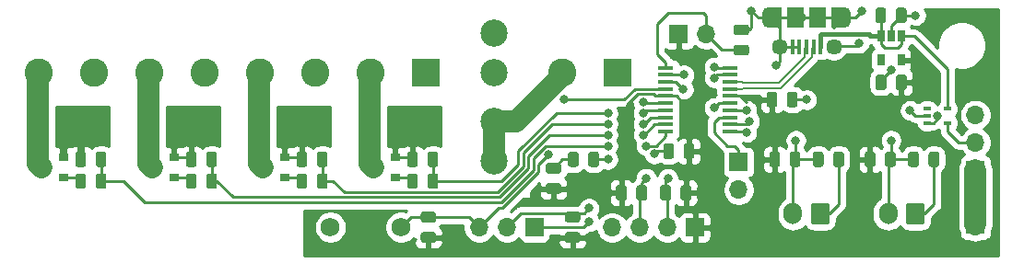
<source format=gbr>
G04 #@! TF.GenerationSoftware,KiCad,Pcbnew,(5.1.5)-3*
G04 #@! TF.CreationDate,2020-01-16T00:36:52-05:00*
G04 #@! TF.ProjectId,STM32_Klipper_Expander,53544d33-325f-44b6-9c69-707065725f45,rev?*
G04 #@! TF.SameCoordinates,Original*
G04 #@! TF.FileFunction,Copper,L1,Top*
G04 #@! TF.FilePolarity,Positive*
%FSLAX46Y46*%
G04 Gerber Fmt 4.6, Leading zero omitted, Abs format (unit mm)*
G04 Created by KiCad (PCBNEW (5.1.5)-3) date 2020-01-16 00:36:52*
%MOMM*%
%LPD*%
G04 APERTURE LIST*
%ADD10O,1.700000X1.700000*%
%ADD11R,1.700000X1.700000*%
%ADD12R,1.200000X1.900000*%
%ADD13O,1.200000X1.900000*%
%ADD14R,1.500000X1.900000*%
%ADD15C,1.450000*%
%ADD16R,0.400000X1.350000*%
%ADD17C,0.100000*%
%ADD18O,1.700000X2.000000*%
%ADD19C,2.500000*%
%ADD20R,2.600000X2.600000*%
%ADD21C,2.600000*%
%ADD22R,0.650000X0.400000*%
%ADD23R,0.900000X0.800000*%
%ADD24R,1.450000X0.450000*%
%ADD25R,0.650000X1.060000*%
%ADD26C,1.750000*%
%ADD27C,0.800000*%
%ADD28C,0.250000*%
%ADD29C,0.200000*%
%ADD30C,2.000000*%
%ADD31C,0.400000*%
%ADD32C,0.254000*%
G04 APERTURE END LIST*
D10*
X172540000Y-79000000D03*
D11*
X170000000Y-79000000D03*
D12*
X184642000Y-77421500D03*
X178842000Y-77421500D03*
D13*
X178242000Y-77421500D03*
X185242000Y-77421500D03*
D14*
X182742000Y-77421500D03*
D15*
X179242000Y-80121500D03*
D16*
X181742000Y-80121500D03*
X181092000Y-80121500D03*
X180442000Y-80121500D03*
X183042000Y-80121500D03*
X182392000Y-80121500D03*
D15*
X184242000Y-80121500D03*
D14*
X180742000Y-77421500D03*
D11*
X197250000Y-96500000D03*
G04 #@! TA.AperFunction,SMDPad,CuDef*
D17*
G36*
X180955142Y-89801174D02*
G01*
X180978803Y-89804684D01*
X181002007Y-89810496D01*
X181024529Y-89818554D01*
X181046153Y-89828782D01*
X181066670Y-89841079D01*
X181085883Y-89855329D01*
X181103607Y-89871393D01*
X181119671Y-89889117D01*
X181133921Y-89908330D01*
X181146218Y-89928847D01*
X181156446Y-89950471D01*
X181164504Y-89972993D01*
X181170316Y-89996197D01*
X181173826Y-90019858D01*
X181175000Y-90043750D01*
X181175000Y-90956250D01*
X181173826Y-90980142D01*
X181170316Y-91003803D01*
X181164504Y-91027007D01*
X181156446Y-91049529D01*
X181146218Y-91071153D01*
X181133921Y-91091670D01*
X181119671Y-91110883D01*
X181103607Y-91128607D01*
X181085883Y-91144671D01*
X181066670Y-91158921D01*
X181046153Y-91171218D01*
X181024529Y-91181446D01*
X181002007Y-91189504D01*
X180978803Y-91195316D01*
X180955142Y-91198826D01*
X180931250Y-91200000D01*
X180443750Y-91200000D01*
X180419858Y-91198826D01*
X180396197Y-91195316D01*
X180372993Y-91189504D01*
X180350471Y-91181446D01*
X180328847Y-91171218D01*
X180308330Y-91158921D01*
X180289117Y-91144671D01*
X180271393Y-91128607D01*
X180255329Y-91110883D01*
X180241079Y-91091670D01*
X180228782Y-91071153D01*
X180218554Y-91049529D01*
X180210496Y-91027007D01*
X180204684Y-91003803D01*
X180201174Y-90980142D01*
X180200000Y-90956250D01*
X180200000Y-90043750D01*
X180201174Y-90019858D01*
X180204684Y-89996197D01*
X180210496Y-89972993D01*
X180218554Y-89950471D01*
X180228782Y-89928847D01*
X180241079Y-89908330D01*
X180255329Y-89889117D01*
X180271393Y-89871393D01*
X180289117Y-89855329D01*
X180308330Y-89841079D01*
X180328847Y-89828782D01*
X180350471Y-89818554D01*
X180372993Y-89810496D01*
X180396197Y-89804684D01*
X180419858Y-89801174D01*
X180443750Y-89800000D01*
X180931250Y-89800000D01*
X180955142Y-89801174D01*
G37*
G04 #@! TD.AperFunction*
G04 #@! TA.AperFunction,SMDPad,CuDef*
G36*
X179080142Y-89801174D02*
G01*
X179103803Y-89804684D01*
X179127007Y-89810496D01*
X179149529Y-89818554D01*
X179171153Y-89828782D01*
X179191670Y-89841079D01*
X179210883Y-89855329D01*
X179228607Y-89871393D01*
X179244671Y-89889117D01*
X179258921Y-89908330D01*
X179271218Y-89928847D01*
X179281446Y-89950471D01*
X179289504Y-89972993D01*
X179295316Y-89996197D01*
X179298826Y-90019858D01*
X179300000Y-90043750D01*
X179300000Y-90956250D01*
X179298826Y-90980142D01*
X179295316Y-91003803D01*
X179289504Y-91027007D01*
X179281446Y-91049529D01*
X179271218Y-91071153D01*
X179258921Y-91091670D01*
X179244671Y-91110883D01*
X179228607Y-91128607D01*
X179210883Y-91144671D01*
X179191670Y-91158921D01*
X179171153Y-91171218D01*
X179149529Y-91181446D01*
X179127007Y-91189504D01*
X179103803Y-91195316D01*
X179080142Y-91198826D01*
X179056250Y-91200000D01*
X178568750Y-91200000D01*
X178544858Y-91198826D01*
X178521197Y-91195316D01*
X178497993Y-91189504D01*
X178475471Y-91181446D01*
X178453847Y-91171218D01*
X178433330Y-91158921D01*
X178414117Y-91144671D01*
X178396393Y-91128607D01*
X178380329Y-91110883D01*
X178366079Y-91091670D01*
X178353782Y-91071153D01*
X178343554Y-91049529D01*
X178335496Y-91027007D01*
X178329684Y-91003803D01*
X178326174Y-90980142D01*
X178325000Y-90956250D01*
X178325000Y-90043750D01*
X178326174Y-90019858D01*
X178329684Y-89996197D01*
X178335496Y-89972993D01*
X178343554Y-89950471D01*
X178353782Y-89928847D01*
X178366079Y-89908330D01*
X178380329Y-89889117D01*
X178396393Y-89871393D01*
X178414117Y-89855329D01*
X178433330Y-89841079D01*
X178453847Y-89828782D01*
X178475471Y-89818554D01*
X178497993Y-89810496D01*
X178521197Y-89804684D01*
X178544858Y-89801174D01*
X178568750Y-89800000D01*
X179056250Y-89800000D01*
X179080142Y-89801174D01*
G37*
G04 #@! TD.AperFunction*
G04 #@! TA.AperFunction,SMDPad,CuDef*
G36*
X183080142Y-89801174D02*
G01*
X183103803Y-89804684D01*
X183127007Y-89810496D01*
X183149529Y-89818554D01*
X183171153Y-89828782D01*
X183191670Y-89841079D01*
X183210883Y-89855329D01*
X183228607Y-89871393D01*
X183244671Y-89889117D01*
X183258921Y-89908330D01*
X183271218Y-89928847D01*
X183281446Y-89950471D01*
X183289504Y-89972993D01*
X183295316Y-89996197D01*
X183298826Y-90019858D01*
X183300000Y-90043750D01*
X183300000Y-90956250D01*
X183298826Y-90980142D01*
X183295316Y-91003803D01*
X183289504Y-91027007D01*
X183281446Y-91049529D01*
X183271218Y-91071153D01*
X183258921Y-91091670D01*
X183244671Y-91110883D01*
X183228607Y-91128607D01*
X183210883Y-91144671D01*
X183191670Y-91158921D01*
X183171153Y-91171218D01*
X183149529Y-91181446D01*
X183127007Y-91189504D01*
X183103803Y-91195316D01*
X183080142Y-91198826D01*
X183056250Y-91200000D01*
X182568750Y-91200000D01*
X182544858Y-91198826D01*
X182521197Y-91195316D01*
X182497993Y-91189504D01*
X182475471Y-91181446D01*
X182453847Y-91171218D01*
X182433330Y-91158921D01*
X182414117Y-91144671D01*
X182396393Y-91128607D01*
X182380329Y-91110883D01*
X182366079Y-91091670D01*
X182353782Y-91071153D01*
X182343554Y-91049529D01*
X182335496Y-91027007D01*
X182329684Y-91003803D01*
X182326174Y-90980142D01*
X182325000Y-90956250D01*
X182325000Y-90043750D01*
X182326174Y-90019858D01*
X182329684Y-89996197D01*
X182335496Y-89972993D01*
X182343554Y-89950471D01*
X182353782Y-89928847D01*
X182366079Y-89908330D01*
X182380329Y-89889117D01*
X182396393Y-89871393D01*
X182414117Y-89855329D01*
X182433330Y-89841079D01*
X182453847Y-89828782D01*
X182475471Y-89818554D01*
X182497993Y-89810496D01*
X182521197Y-89804684D01*
X182544858Y-89801174D01*
X182568750Y-89800000D01*
X183056250Y-89800000D01*
X183080142Y-89801174D01*
G37*
G04 #@! TD.AperFunction*
G04 #@! TA.AperFunction,SMDPad,CuDef*
G36*
X184955142Y-89801174D02*
G01*
X184978803Y-89804684D01*
X185002007Y-89810496D01*
X185024529Y-89818554D01*
X185046153Y-89828782D01*
X185066670Y-89841079D01*
X185085883Y-89855329D01*
X185103607Y-89871393D01*
X185119671Y-89889117D01*
X185133921Y-89908330D01*
X185146218Y-89928847D01*
X185156446Y-89950471D01*
X185164504Y-89972993D01*
X185170316Y-89996197D01*
X185173826Y-90019858D01*
X185175000Y-90043750D01*
X185175000Y-90956250D01*
X185173826Y-90980142D01*
X185170316Y-91003803D01*
X185164504Y-91027007D01*
X185156446Y-91049529D01*
X185146218Y-91071153D01*
X185133921Y-91091670D01*
X185119671Y-91110883D01*
X185103607Y-91128607D01*
X185085883Y-91144671D01*
X185066670Y-91158921D01*
X185046153Y-91171218D01*
X185024529Y-91181446D01*
X185002007Y-91189504D01*
X184978803Y-91195316D01*
X184955142Y-91198826D01*
X184931250Y-91200000D01*
X184443750Y-91200000D01*
X184419858Y-91198826D01*
X184396197Y-91195316D01*
X184372993Y-91189504D01*
X184350471Y-91181446D01*
X184328847Y-91171218D01*
X184308330Y-91158921D01*
X184289117Y-91144671D01*
X184271393Y-91128607D01*
X184255329Y-91110883D01*
X184241079Y-91091670D01*
X184228782Y-91071153D01*
X184218554Y-91049529D01*
X184210496Y-91027007D01*
X184204684Y-91003803D01*
X184201174Y-90980142D01*
X184200000Y-90956250D01*
X184200000Y-90043750D01*
X184201174Y-90019858D01*
X184204684Y-89996197D01*
X184210496Y-89972993D01*
X184218554Y-89950471D01*
X184228782Y-89928847D01*
X184241079Y-89908330D01*
X184255329Y-89889117D01*
X184271393Y-89871393D01*
X184289117Y-89855329D01*
X184308330Y-89841079D01*
X184328847Y-89828782D01*
X184350471Y-89818554D01*
X184372993Y-89810496D01*
X184396197Y-89804684D01*
X184419858Y-89801174D01*
X184443750Y-89800000D01*
X184931250Y-89800000D01*
X184955142Y-89801174D01*
G37*
G04 #@! TD.AperFunction*
D18*
X180500000Y-95500000D03*
G04 #@! TA.AperFunction,ComponentPad*
D17*
G36*
X183624504Y-94501204D02*
G01*
X183648773Y-94504804D01*
X183672571Y-94510765D01*
X183695671Y-94519030D01*
X183717849Y-94529520D01*
X183738893Y-94542133D01*
X183758598Y-94556747D01*
X183776777Y-94573223D01*
X183793253Y-94591402D01*
X183807867Y-94611107D01*
X183820480Y-94632151D01*
X183830970Y-94654329D01*
X183839235Y-94677429D01*
X183845196Y-94701227D01*
X183848796Y-94725496D01*
X183850000Y-94750000D01*
X183850000Y-96250000D01*
X183848796Y-96274504D01*
X183845196Y-96298773D01*
X183839235Y-96322571D01*
X183830970Y-96345671D01*
X183820480Y-96367849D01*
X183807867Y-96388893D01*
X183793253Y-96408598D01*
X183776777Y-96426777D01*
X183758598Y-96443253D01*
X183738893Y-96457867D01*
X183717849Y-96470480D01*
X183695671Y-96480970D01*
X183672571Y-96489235D01*
X183648773Y-96495196D01*
X183624504Y-96498796D01*
X183600000Y-96500000D01*
X182400000Y-96500000D01*
X182375496Y-96498796D01*
X182351227Y-96495196D01*
X182327429Y-96489235D01*
X182304329Y-96480970D01*
X182282151Y-96470480D01*
X182261107Y-96457867D01*
X182241402Y-96443253D01*
X182223223Y-96426777D01*
X182206747Y-96408598D01*
X182192133Y-96388893D01*
X182179520Y-96367849D01*
X182169030Y-96345671D01*
X182160765Y-96322571D01*
X182154804Y-96298773D01*
X182151204Y-96274504D01*
X182150000Y-96250000D01*
X182150000Y-94750000D01*
X182151204Y-94725496D01*
X182154804Y-94701227D01*
X182160765Y-94677429D01*
X182169030Y-94654329D01*
X182179520Y-94632151D01*
X182192133Y-94611107D01*
X182206747Y-94591402D01*
X182223223Y-94573223D01*
X182241402Y-94556747D01*
X182261107Y-94542133D01*
X182282151Y-94529520D01*
X182304329Y-94519030D01*
X182327429Y-94510765D01*
X182351227Y-94504804D01*
X182375496Y-94501204D01*
X182400000Y-94500000D01*
X183600000Y-94500000D01*
X183624504Y-94501204D01*
G37*
G04 #@! TD.AperFunction*
G04 #@! TA.AperFunction,SMDPad,CuDef*
G36*
X145810142Y-89801174D02*
G01*
X145833803Y-89804684D01*
X145857007Y-89810496D01*
X145879529Y-89818554D01*
X145901153Y-89828782D01*
X145921670Y-89841079D01*
X145940883Y-89855329D01*
X145958607Y-89871393D01*
X145974671Y-89889117D01*
X145988921Y-89908330D01*
X146001218Y-89928847D01*
X146011446Y-89950471D01*
X146019504Y-89972993D01*
X146025316Y-89996197D01*
X146028826Y-90019858D01*
X146030000Y-90043750D01*
X146030000Y-90956250D01*
X146028826Y-90980142D01*
X146025316Y-91003803D01*
X146019504Y-91027007D01*
X146011446Y-91049529D01*
X146001218Y-91071153D01*
X145988921Y-91091670D01*
X145974671Y-91110883D01*
X145958607Y-91128607D01*
X145940883Y-91144671D01*
X145921670Y-91158921D01*
X145901153Y-91171218D01*
X145879529Y-91181446D01*
X145857007Y-91189504D01*
X145833803Y-91195316D01*
X145810142Y-91198826D01*
X145786250Y-91200000D01*
X145298750Y-91200000D01*
X145274858Y-91198826D01*
X145251197Y-91195316D01*
X145227993Y-91189504D01*
X145205471Y-91181446D01*
X145183847Y-91171218D01*
X145163330Y-91158921D01*
X145144117Y-91144671D01*
X145126393Y-91128607D01*
X145110329Y-91110883D01*
X145096079Y-91091670D01*
X145083782Y-91071153D01*
X145073554Y-91049529D01*
X145065496Y-91027007D01*
X145059684Y-91003803D01*
X145056174Y-90980142D01*
X145055000Y-90956250D01*
X145055000Y-90043750D01*
X145056174Y-90019858D01*
X145059684Y-89996197D01*
X145065496Y-89972993D01*
X145073554Y-89950471D01*
X145083782Y-89928847D01*
X145096079Y-89908330D01*
X145110329Y-89889117D01*
X145126393Y-89871393D01*
X145144117Y-89855329D01*
X145163330Y-89841079D01*
X145183847Y-89828782D01*
X145205471Y-89818554D01*
X145227993Y-89810496D01*
X145251197Y-89804684D01*
X145274858Y-89801174D01*
X145298750Y-89800000D01*
X145786250Y-89800000D01*
X145810142Y-89801174D01*
G37*
G04 #@! TD.AperFunction*
G04 #@! TA.AperFunction,SMDPad,CuDef*
G36*
X147685142Y-89801174D02*
G01*
X147708803Y-89804684D01*
X147732007Y-89810496D01*
X147754529Y-89818554D01*
X147776153Y-89828782D01*
X147796670Y-89841079D01*
X147815883Y-89855329D01*
X147833607Y-89871393D01*
X147849671Y-89889117D01*
X147863921Y-89908330D01*
X147876218Y-89928847D01*
X147886446Y-89950471D01*
X147894504Y-89972993D01*
X147900316Y-89996197D01*
X147903826Y-90019858D01*
X147905000Y-90043750D01*
X147905000Y-90956250D01*
X147903826Y-90980142D01*
X147900316Y-91003803D01*
X147894504Y-91027007D01*
X147886446Y-91049529D01*
X147876218Y-91071153D01*
X147863921Y-91091670D01*
X147849671Y-91110883D01*
X147833607Y-91128607D01*
X147815883Y-91144671D01*
X147796670Y-91158921D01*
X147776153Y-91171218D01*
X147754529Y-91181446D01*
X147732007Y-91189504D01*
X147708803Y-91195316D01*
X147685142Y-91198826D01*
X147661250Y-91200000D01*
X147173750Y-91200000D01*
X147149858Y-91198826D01*
X147126197Y-91195316D01*
X147102993Y-91189504D01*
X147080471Y-91181446D01*
X147058847Y-91171218D01*
X147038330Y-91158921D01*
X147019117Y-91144671D01*
X147001393Y-91128607D01*
X146985329Y-91110883D01*
X146971079Y-91091670D01*
X146958782Y-91071153D01*
X146948554Y-91049529D01*
X146940496Y-91027007D01*
X146934684Y-91003803D01*
X146931174Y-90980142D01*
X146930000Y-90956250D01*
X146930000Y-90043750D01*
X146931174Y-90019858D01*
X146934684Y-89996197D01*
X146940496Y-89972993D01*
X146948554Y-89950471D01*
X146958782Y-89928847D01*
X146971079Y-89908330D01*
X146985329Y-89889117D01*
X147001393Y-89871393D01*
X147019117Y-89855329D01*
X147038330Y-89841079D01*
X147058847Y-89828782D01*
X147080471Y-89818554D01*
X147102993Y-89810496D01*
X147126197Y-89804684D01*
X147149858Y-89801174D01*
X147173750Y-89800000D01*
X147661250Y-89800000D01*
X147685142Y-89801174D01*
G37*
G04 #@! TD.AperFunction*
G04 #@! TA.AperFunction,SMDPad,CuDef*
G36*
X147685142Y-91801174D02*
G01*
X147708803Y-91804684D01*
X147732007Y-91810496D01*
X147754529Y-91818554D01*
X147776153Y-91828782D01*
X147796670Y-91841079D01*
X147815883Y-91855329D01*
X147833607Y-91871393D01*
X147849671Y-91889117D01*
X147863921Y-91908330D01*
X147876218Y-91928847D01*
X147886446Y-91950471D01*
X147894504Y-91972993D01*
X147900316Y-91996197D01*
X147903826Y-92019858D01*
X147905000Y-92043750D01*
X147905000Y-92956250D01*
X147903826Y-92980142D01*
X147900316Y-93003803D01*
X147894504Y-93027007D01*
X147886446Y-93049529D01*
X147876218Y-93071153D01*
X147863921Y-93091670D01*
X147849671Y-93110883D01*
X147833607Y-93128607D01*
X147815883Y-93144671D01*
X147796670Y-93158921D01*
X147776153Y-93171218D01*
X147754529Y-93181446D01*
X147732007Y-93189504D01*
X147708803Y-93195316D01*
X147685142Y-93198826D01*
X147661250Y-93200000D01*
X147173750Y-93200000D01*
X147149858Y-93198826D01*
X147126197Y-93195316D01*
X147102993Y-93189504D01*
X147080471Y-93181446D01*
X147058847Y-93171218D01*
X147038330Y-93158921D01*
X147019117Y-93144671D01*
X147001393Y-93128607D01*
X146985329Y-93110883D01*
X146971079Y-93091670D01*
X146958782Y-93071153D01*
X146948554Y-93049529D01*
X146940496Y-93027007D01*
X146934684Y-93003803D01*
X146931174Y-92980142D01*
X146930000Y-92956250D01*
X146930000Y-92043750D01*
X146931174Y-92019858D01*
X146934684Y-91996197D01*
X146940496Y-91972993D01*
X146948554Y-91950471D01*
X146958782Y-91928847D01*
X146971079Y-91908330D01*
X146985329Y-91889117D01*
X147001393Y-91871393D01*
X147019117Y-91855329D01*
X147038330Y-91841079D01*
X147058847Y-91828782D01*
X147080471Y-91818554D01*
X147102993Y-91810496D01*
X147126197Y-91804684D01*
X147149858Y-91801174D01*
X147173750Y-91800000D01*
X147661250Y-91800000D01*
X147685142Y-91801174D01*
G37*
G04 #@! TD.AperFunction*
G04 #@! TA.AperFunction,SMDPad,CuDef*
G36*
X145810142Y-91801174D02*
G01*
X145833803Y-91804684D01*
X145857007Y-91810496D01*
X145879529Y-91818554D01*
X145901153Y-91828782D01*
X145921670Y-91841079D01*
X145940883Y-91855329D01*
X145958607Y-91871393D01*
X145974671Y-91889117D01*
X145988921Y-91908330D01*
X146001218Y-91928847D01*
X146011446Y-91950471D01*
X146019504Y-91972993D01*
X146025316Y-91996197D01*
X146028826Y-92019858D01*
X146030000Y-92043750D01*
X146030000Y-92956250D01*
X146028826Y-92980142D01*
X146025316Y-93003803D01*
X146019504Y-93027007D01*
X146011446Y-93049529D01*
X146001218Y-93071153D01*
X145988921Y-93091670D01*
X145974671Y-93110883D01*
X145958607Y-93128607D01*
X145940883Y-93144671D01*
X145921670Y-93158921D01*
X145901153Y-93171218D01*
X145879529Y-93181446D01*
X145857007Y-93189504D01*
X145833803Y-93195316D01*
X145810142Y-93198826D01*
X145786250Y-93200000D01*
X145298750Y-93200000D01*
X145274858Y-93198826D01*
X145251197Y-93195316D01*
X145227993Y-93189504D01*
X145205471Y-93181446D01*
X145183847Y-93171218D01*
X145163330Y-93158921D01*
X145144117Y-93144671D01*
X145126393Y-93128607D01*
X145110329Y-93110883D01*
X145096079Y-93091670D01*
X145083782Y-93071153D01*
X145073554Y-93049529D01*
X145065496Y-93027007D01*
X145059684Y-93003803D01*
X145056174Y-92980142D01*
X145055000Y-92956250D01*
X145055000Y-92043750D01*
X145056174Y-92019858D01*
X145059684Y-91996197D01*
X145065496Y-91972993D01*
X145073554Y-91950471D01*
X145083782Y-91928847D01*
X145096079Y-91908330D01*
X145110329Y-91889117D01*
X145126393Y-91871393D01*
X145144117Y-91855329D01*
X145163330Y-91841079D01*
X145183847Y-91828782D01*
X145205471Y-91818554D01*
X145227993Y-91810496D01*
X145251197Y-91804684D01*
X145274858Y-91801174D01*
X145298750Y-91800000D01*
X145786250Y-91800000D01*
X145810142Y-91801174D01*
G37*
G04 #@! TD.AperFunction*
G04 #@! TA.AperFunction,SMDPad,CuDef*
G36*
X135650142Y-89801174D02*
G01*
X135673803Y-89804684D01*
X135697007Y-89810496D01*
X135719529Y-89818554D01*
X135741153Y-89828782D01*
X135761670Y-89841079D01*
X135780883Y-89855329D01*
X135798607Y-89871393D01*
X135814671Y-89889117D01*
X135828921Y-89908330D01*
X135841218Y-89928847D01*
X135851446Y-89950471D01*
X135859504Y-89972993D01*
X135865316Y-89996197D01*
X135868826Y-90019858D01*
X135870000Y-90043750D01*
X135870000Y-90956250D01*
X135868826Y-90980142D01*
X135865316Y-91003803D01*
X135859504Y-91027007D01*
X135851446Y-91049529D01*
X135841218Y-91071153D01*
X135828921Y-91091670D01*
X135814671Y-91110883D01*
X135798607Y-91128607D01*
X135780883Y-91144671D01*
X135761670Y-91158921D01*
X135741153Y-91171218D01*
X135719529Y-91181446D01*
X135697007Y-91189504D01*
X135673803Y-91195316D01*
X135650142Y-91198826D01*
X135626250Y-91200000D01*
X135138750Y-91200000D01*
X135114858Y-91198826D01*
X135091197Y-91195316D01*
X135067993Y-91189504D01*
X135045471Y-91181446D01*
X135023847Y-91171218D01*
X135003330Y-91158921D01*
X134984117Y-91144671D01*
X134966393Y-91128607D01*
X134950329Y-91110883D01*
X134936079Y-91091670D01*
X134923782Y-91071153D01*
X134913554Y-91049529D01*
X134905496Y-91027007D01*
X134899684Y-91003803D01*
X134896174Y-90980142D01*
X134895000Y-90956250D01*
X134895000Y-90043750D01*
X134896174Y-90019858D01*
X134899684Y-89996197D01*
X134905496Y-89972993D01*
X134913554Y-89950471D01*
X134923782Y-89928847D01*
X134936079Y-89908330D01*
X134950329Y-89889117D01*
X134966393Y-89871393D01*
X134984117Y-89855329D01*
X135003330Y-89841079D01*
X135023847Y-89828782D01*
X135045471Y-89818554D01*
X135067993Y-89810496D01*
X135091197Y-89804684D01*
X135114858Y-89801174D01*
X135138750Y-89800000D01*
X135626250Y-89800000D01*
X135650142Y-89801174D01*
G37*
G04 #@! TD.AperFunction*
G04 #@! TA.AperFunction,SMDPad,CuDef*
G36*
X137525142Y-89801174D02*
G01*
X137548803Y-89804684D01*
X137572007Y-89810496D01*
X137594529Y-89818554D01*
X137616153Y-89828782D01*
X137636670Y-89841079D01*
X137655883Y-89855329D01*
X137673607Y-89871393D01*
X137689671Y-89889117D01*
X137703921Y-89908330D01*
X137716218Y-89928847D01*
X137726446Y-89950471D01*
X137734504Y-89972993D01*
X137740316Y-89996197D01*
X137743826Y-90019858D01*
X137745000Y-90043750D01*
X137745000Y-90956250D01*
X137743826Y-90980142D01*
X137740316Y-91003803D01*
X137734504Y-91027007D01*
X137726446Y-91049529D01*
X137716218Y-91071153D01*
X137703921Y-91091670D01*
X137689671Y-91110883D01*
X137673607Y-91128607D01*
X137655883Y-91144671D01*
X137636670Y-91158921D01*
X137616153Y-91171218D01*
X137594529Y-91181446D01*
X137572007Y-91189504D01*
X137548803Y-91195316D01*
X137525142Y-91198826D01*
X137501250Y-91200000D01*
X137013750Y-91200000D01*
X136989858Y-91198826D01*
X136966197Y-91195316D01*
X136942993Y-91189504D01*
X136920471Y-91181446D01*
X136898847Y-91171218D01*
X136878330Y-91158921D01*
X136859117Y-91144671D01*
X136841393Y-91128607D01*
X136825329Y-91110883D01*
X136811079Y-91091670D01*
X136798782Y-91071153D01*
X136788554Y-91049529D01*
X136780496Y-91027007D01*
X136774684Y-91003803D01*
X136771174Y-90980142D01*
X136770000Y-90956250D01*
X136770000Y-90043750D01*
X136771174Y-90019858D01*
X136774684Y-89996197D01*
X136780496Y-89972993D01*
X136788554Y-89950471D01*
X136798782Y-89928847D01*
X136811079Y-89908330D01*
X136825329Y-89889117D01*
X136841393Y-89871393D01*
X136859117Y-89855329D01*
X136878330Y-89841079D01*
X136898847Y-89828782D01*
X136920471Y-89818554D01*
X136942993Y-89810496D01*
X136966197Y-89804684D01*
X136989858Y-89801174D01*
X137013750Y-89800000D01*
X137501250Y-89800000D01*
X137525142Y-89801174D01*
G37*
G04 #@! TD.AperFunction*
G04 #@! TA.AperFunction,SMDPad,CuDef*
G36*
X137525142Y-91801174D02*
G01*
X137548803Y-91804684D01*
X137572007Y-91810496D01*
X137594529Y-91818554D01*
X137616153Y-91828782D01*
X137636670Y-91841079D01*
X137655883Y-91855329D01*
X137673607Y-91871393D01*
X137689671Y-91889117D01*
X137703921Y-91908330D01*
X137716218Y-91928847D01*
X137726446Y-91950471D01*
X137734504Y-91972993D01*
X137740316Y-91996197D01*
X137743826Y-92019858D01*
X137745000Y-92043750D01*
X137745000Y-92956250D01*
X137743826Y-92980142D01*
X137740316Y-93003803D01*
X137734504Y-93027007D01*
X137726446Y-93049529D01*
X137716218Y-93071153D01*
X137703921Y-93091670D01*
X137689671Y-93110883D01*
X137673607Y-93128607D01*
X137655883Y-93144671D01*
X137636670Y-93158921D01*
X137616153Y-93171218D01*
X137594529Y-93181446D01*
X137572007Y-93189504D01*
X137548803Y-93195316D01*
X137525142Y-93198826D01*
X137501250Y-93200000D01*
X137013750Y-93200000D01*
X136989858Y-93198826D01*
X136966197Y-93195316D01*
X136942993Y-93189504D01*
X136920471Y-93181446D01*
X136898847Y-93171218D01*
X136878330Y-93158921D01*
X136859117Y-93144671D01*
X136841393Y-93128607D01*
X136825329Y-93110883D01*
X136811079Y-93091670D01*
X136798782Y-93071153D01*
X136788554Y-93049529D01*
X136780496Y-93027007D01*
X136774684Y-93003803D01*
X136771174Y-92980142D01*
X136770000Y-92956250D01*
X136770000Y-92043750D01*
X136771174Y-92019858D01*
X136774684Y-91996197D01*
X136780496Y-91972993D01*
X136788554Y-91950471D01*
X136798782Y-91928847D01*
X136811079Y-91908330D01*
X136825329Y-91889117D01*
X136841393Y-91871393D01*
X136859117Y-91855329D01*
X136878330Y-91841079D01*
X136898847Y-91828782D01*
X136920471Y-91818554D01*
X136942993Y-91810496D01*
X136966197Y-91804684D01*
X136989858Y-91801174D01*
X137013750Y-91800000D01*
X137501250Y-91800000D01*
X137525142Y-91801174D01*
G37*
G04 #@! TD.AperFunction*
G04 #@! TA.AperFunction,SMDPad,CuDef*
G36*
X135650142Y-91801174D02*
G01*
X135673803Y-91804684D01*
X135697007Y-91810496D01*
X135719529Y-91818554D01*
X135741153Y-91828782D01*
X135761670Y-91841079D01*
X135780883Y-91855329D01*
X135798607Y-91871393D01*
X135814671Y-91889117D01*
X135828921Y-91908330D01*
X135841218Y-91928847D01*
X135851446Y-91950471D01*
X135859504Y-91972993D01*
X135865316Y-91996197D01*
X135868826Y-92019858D01*
X135870000Y-92043750D01*
X135870000Y-92956250D01*
X135868826Y-92980142D01*
X135865316Y-93003803D01*
X135859504Y-93027007D01*
X135851446Y-93049529D01*
X135841218Y-93071153D01*
X135828921Y-93091670D01*
X135814671Y-93110883D01*
X135798607Y-93128607D01*
X135780883Y-93144671D01*
X135761670Y-93158921D01*
X135741153Y-93171218D01*
X135719529Y-93181446D01*
X135697007Y-93189504D01*
X135673803Y-93195316D01*
X135650142Y-93198826D01*
X135626250Y-93200000D01*
X135138750Y-93200000D01*
X135114858Y-93198826D01*
X135091197Y-93195316D01*
X135067993Y-93189504D01*
X135045471Y-93181446D01*
X135023847Y-93171218D01*
X135003330Y-93158921D01*
X134984117Y-93144671D01*
X134966393Y-93128607D01*
X134950329Y-93110883D01*
X134936079Y-93091670D01*
X134923782Y-93071153D01*
X134913554Y-93049529D01*
X134905496Y-93027007D01*
X134899684Y-93003803D01*
X134896174Y-92980142D01*
X134895000Y-92956250D01*
X134895000Y-92043750D01*
X134896174Y-92019858D01*
X134899684Y-91996197D01*
X134905496Y-91972993D01*
X134913554Y-91950471D01*
X134923782Y-91928847D01*
X134936079Y-91908330D01*
X134950329Y-91889117D01*
X134966393Y-91871393D01*
X134984117Y-91855329D01*
X135003330Y-91841079D01*
X135023847Y-91828782D01*
X135045471Y-91818554D01*
X135067993Y-91810496D01*
X135091197Y-91804684D01*
X135114858Y-91801174D01*
X135138750Y-91800000D01*
X135626250Y-91800000D01*
X135650142Y-91801174D01*
G37*
G04 #@! TD.AperFunction*
G04 #@! TA.AperFunction,SMDPad,CuDef*
G36*
X125490142Y-89801174D02*
G01*
X125513803Y-89804684D01*
X125537007Y-89810496D01*
X125559529Y-89818554D01*
X125581153Y-89828782D01*
X125601670Y-89841079D01*
X125620883Y-89855329D01*
X125638607Y-89871393D01*
X125654671Y-89889117D01*
X125668921Y-89908330D01*
X125681218Y-89928847D01*
X125691446Y-89950471D01*
X125699504Y-89972993D01*
X125705316Y-89996197D01*
X125708826Y-90019858D01*
X125710000Y-90043750D01*
X125710000Y-90956250D01*
X125708826Y-90980142D01*
X125705316Y-91003803D01*
X125699504Y-91027007D01*
X125691446Y-91049529D01*
X125681218Y-91071153D01*
X125668921Y-91091670D01*
X125654671Y-91110883D01*
X125638607Y-91128607D01*
X125620883Y-91144671D01*
X125601670Y-91158921D01*
X125581153Y-91171218D01*
X125559529Y-91181446D01*
X125537007Y-91189504D01*
X125513803Y-91195316D01*
X125490142Y-91198826D01*
X125466250Y-91200000D01*
X124978750Y-91200000D01*
X124954858Y-91198826D01*
X124931197Y-91195316D01*
X124907993Y-91189504D01*
X124885471Y-91181446D01*
X124863847Y-91171218D01*
X124843330Y-91158921D01*
X124824117Y-91144671D01*
X124806393Y-91128607D01*
X124790329Y-91110883D01*
X124776079Y-91091670D01*
X124763782Y-91071153D01*
X124753554Y-91049529D01*
X124745496Y-91027007D01*
X124739684Y-91003803D01*
X124736174Y-90980142D01*
X124735000Y-90956250D01*
X124735000Y-90043750D01*
X124736174Y-90019858D01*
X124739684Y-89996197D01*
X124745496Y-89972993D01*
X124753554Y-89950471D01*
X124763782Y-89928847D01*
X124776079Y-89908330D01*
X124790329Y-89889117D01*
X124806393Y-89871393D01*
X124824117Y-89855329D01*
X124843330Y-89841079D01*
X124863847Y-89828782D01*
X124885471Y-89818554D01*
X124907993Y-89810496D01*
X124931197Y-89804684D01*
X124954858Y-89801174D01*
X124978750Y-89800000D01*
X125466250Y-89800000D01*
X125490142Y-89801174D01*
G37*
G04 #@! TD.AperFunction*
G04 #@! TA.AperFunction,SMDPad,CuDef*
G36*
X127365142Y-89801174D02*
G01*
X127388803Y-89804684D01*
X127412007Y-89810496D01*
X127434529Y-89818554D01*
X127456153Y-89828782D01*
X127476670Y-89841079D01*
X127495883Y-89855329D01*
X127513607Y-89871393D01*
X127529671Y-89889117D01*
X127543921Y-89908330D01*
X127556218Y-89928847D01*
X127566446Y-89950471D01*
X127574504Y-89972993D01*
X127580316Y-89996197D01*
X127583826Y-90019858D01*
X127585000Y-90043750D01*
X127585000Y-90956250D01*
X127583826Y-90980142D01*
X127580316Y-91003803D01*
X127574504Y-91027007D01*
X127566446Y-91049529D01*
X127556218Y-91071153D01*
X127543921Y-91091670D01*
X127529671Y-91110883D01*
X127513607Y-91128607D01*
X127495883Y-91144671D01*
X127476670Y-91158921D01*
X127456153Y-91171218D01*
X127434529Y-91181446D01*
X127412007Y-91189504D01*
X127388803Y-91195316D01*
X127365142Y-91198826D01*
X127341250Y-91200000D01*
X126853750Y-91200000D01*
X126829858Y-91198826D01*
X126806197Y-91195316D01*
X126782993Y-91189504D01*
X126760471Y-91181446D01*
X126738847Y-91171218D01*
X126718330Y-91158921D01*
X126699117Y-91144671D01*
X126681393Y-91128607D01*
X126665329Y-91110883D01*
X126651079Y-91091670D01*
X126638782Y-91071153D01*
X126628554Y-91049529D01*
X126620496Y-91027007D01*
X126614684Y-91003803D01*
X126611174Y-90980142D01*
X126610000Y-90956250D01*
X126610000Y-90043750D01*
X126611174Y-90019858D01*
X126614684Y-89996197D01*
X126620496Y-89972993D01*
X126628554Y-89950471D01*
X126638782Y-89928847D01*
X126651079Y-89908330D01*
X126665329Y-89889117D01*
X126681393Y-89871393D01*
X126699117Y-89855329D01*
X126718330Y-89841079D01*
X126738847Y-89828782D01*
X126760471Y-89818554D01*
X126782993Y-89810496D01*
X126806197Y-89804684D01*
X126829858Y-89801174D01*
X126853750Y-89800000D01*
X127341250Y-89800000D01*
X127365142Y-89801174D01*
G37*
G04 #@! TD.AperFunction*
G04 #@! TA.AperFunction,SMDPad,CuDef*
G36*
X127365142Y-91801174D02*
G01*
X127388803Y-91804684D01*
X127412007Y-91810496D01*
X127434529Y-91818554D01*
X127456153Y-91828782D01*
X127476670Y-91841079D01*
X127495883Y-91855329D01*
X127513607Y-91871393D01*
X127529671Y-91889117D01*
X127543921Y-91908330D01*
X127556218Y-91928847D01*
X127566446Y-91950471D01*
X127574504Y-91972993D01*
X127580316Y-91996197D01*
X127583826Y-92019858D01*
X127585000Y-92043750D01*
X127585000Y-92956250D01*
X127583826Y-92980142D01*
X127580316Y-93003803D01*
X127574504Y-93027007D01*
X127566446Y-93049529D01*
X127556218Y-93071153D01*
X127543921Y-93091670D01*
X127529671Y-93110883D01*
X127513607Y-93128607D01*
X127495883Y-93144671D01*
X127476670Y-93158921D01*
X127456153Y-93171218D01*
X127434529Y-93181446D01*
X127412007Y-93189504D01*
X127388803Y-93195316D01*
X127365142Y-93198826D01*
X127341250Y-93200000D01*
X126853750Y-93200000D01*
X126829858Y-93198826D01*
X126806197Y-93195316D01*
X126782993Y-93189504D01*
X126760471Y-93181446D01*
X126738847Y-93171218D01*
X126718330Y-93158921D01*
X126699117Y-93144671D01*
X126681393Y-93128607D01*
X126665329Y-93110883D01*
X126651079Y-93091670D01*
X126638782Y-93071153D01*
X126628554Y-93049529D01*
X126620496Y-93027007D01*
X126614684Y-93003803D01*
X126611174Y-92980142D01*
X126610000Y-92956250D01*
X126610000Y-92043750D01*
X126611174Y-92019858D01*
X126614684Y-91996197D01*
X126620496Y-91972993D01*
X126628554Y-91950471D01*
X126638782Y-91928847D01*
X126651079Y-91908330D01*
X126665329Y-91889117D01*
X126681393Y-91871393D01*
X126699117Y-91855329D01*
X126718330Y-91841079D01*
X126738847Y-91828782D01*
X126760471Y-91818554D01*
X126782993Y-91810496D01*
X126806197Y-91804684D01*
X126829858Y-91801174D01*
X126853750Y-91800000D01*
X127341250Y-91800000D01*
X127365142Y-91801174D01*
G37*
G04 #@! TD.AperFunction*
G04 #@! TA.AperFunction,SMDPad,CuDef*
G36*
X125490142Y-91801174D02*
G01*
X125513803Y-91804684D01*
X125537007Y-91810496D01*
X125559529Y-91818554D01*
X125581153Y-91828782D01*
X125601670Y-91841079D01*
X125620883Y-91855329D01*
X125638607Y-91871393D01*
X125654671Y-91889117D01*
X125668921Y-91908330D01*
X125681218Y-91928847D01*
X125691446Y-91950471D01*
X125699504Y-91972993D01*
X125705316Y-91996197D01*
X125708826Y-92019858D01*
X125710000Y-92043750D01*
X125710000Y-92956250D01*
X125708826Y-92980142D01*
X125705316Y-93003803D01*
X125699504Y-93027007D01*
X125691446Y-93049529D01*
X125681218Y-93071153D01*
X125668921Y-93091670D01*
X125654671Y-93110883D01*
X125638607Y-93128607D01*
X125620883Y-93144671D01*
X125601670Y-93158921D01*
X125581153Y-93171218D01*
X125559529Y-93181446D01*
X125537007Y-93189504D01*
X125513803Y-93195316D01*
X125490142Y-93198826D01*
X125466250Y-93200000D01*
X124978750Y-93200000D01*
X124954858Y-93198826D01*
X124931197Y-93195316D01*
X124907993Y-93189504D01*
X124885471Y-93181446D01*
X124863847Y-93171218D01*
X124843330Y-93158921D01*
X124824117Y-93144671D01*
X124806393Y-93128607D01*
X124790329Y-93110883D01*
X124776079Y-93091670D01*
X124763782Y-93071153D01*
X124753554Y-93049529D01*
X124745496Y-93027007D01*
X124739684Y-93003803D01*
X124736174Y-92980142D01*
X124735000Y-92956250D01*
X124735000Y-92043750D01*
X124736174Y-92019858D01*
X124739684Y-91996197D01*
X124745496Y-91972993D01*
X124753554Y-91950471D01*
X124763782Y-91928847D01*
X124776079Y-91908330D01*
X124790329Y-91889117D01*
X124806393Y-91871393D01*
X124824117Y-91855329D01*
X124843330Y-91841079D01*
X124863847Y-91828782D01*
X124885471Y-91818554D01*
X124907993Y-91810496D01*
X124931197Y-91804684D01*
X124954858Y-91801174D01*
X124978750Y-91800000D01*
X125466250Y-91800000D01*
X125490142Y-91801174D01*
G37*
G04 #@! TD.AperFunction*
G04 #@! TA.AperFunction,SMDPad,CuDef*
G36*
X147480142Y-95326174D02*
G01*
X147503803Y-95329684D01*
X147527007Y-95335496D01*
X147549529Y-95343554D01*
X147571153Y-95353782D01*
X147591670Y-95366079D01*
X147610883Y-95380329D01*
X147628607Y-95396393D01*
X147644671Y-95414117D01*
X147658921Y-95433330D01*
X147671218Y-95453847D01*
X147681446Y-95475471D01*
X147689504Y-95497993D01*
X147695316Y-95521197D01*
X147698826Y-95544858D01*
X147700000Y-95568750D01*
X147700000Y-96056250D01*
X147698826Y-96080142D01*
X147695316Y-96103803D01*
X147689504Y-96127007D01*
X147681446Y-96149529D01*
X147671218Y-96171153D01*
X147658921Y-96191670D01*
X147644671Y-96210883D01*
X147628607Y-96228607D01*
X147610883Y-96244671D01*
X147591670Y-96258921D01*
X147571153Y-96271218D01*
X147549529Y-96281446D01*
X147527007Y-96289504D01*
X147503803Y-96295316D01*
X147480142Y-96298826D01*
X147456250Y-96300000D01*
X146543750Y-96300000D01*
X146519858Y-96298826D01*
X146496197Y-96295316D01*
X146472993Y-96289504D01*
X146450471Y-96281446D01*
X146428847Y-96271218D01*
X146408330Y-96258921D01*
X146389117Y-96244671D01*
X146371393Y-96228607D01*
X146355329Y-96210883D01*
X146341079Y-96191670D01*
X146328782Y-96171153D01*
X146318554Y-96149529D01*
X146310496Y-96127007D01*
X146304684Y-96103803D01*
X146301174Y-96080142D01*
X146300000Y-96056250D01*
X146300000Y-95568750D01*
X146301174Y-95544858D01*
X146304684Y-95521197D01*
X146310496Y-95497993D01*
X146318554Y-95475471D01*
X146328782Y-95453847D01*
X146341079Y-95433330D01*
X146355329Y-95414117D01*
X146371393Y-95396393D01*
X146389117Y-95380329D01*
X146408330Y-95366079D01*
X146428847Y-95353782D01*
X146450471Y-95343554D01*
X146472993Y-95335496D01*
X146496197Y-95329684D01*
X146519858Y-95326174D01*
X146543750Y-95325000D01*
X147456250Y-95325000D01*
X147480142Y-95326174D01*
G37*
G04 #@! TD.AperFunction*
G04 #@! TA.AperFunction,SMDPad,CuDef*
G36*
X147480142Y-97201174D02*
G01*
X147503803Y-97204684D01*
X147527007Y-97210496D01*
X147549529Y-97218554D01*
X147571153Y-97228782D01*
X147591670Y-97241079D01*
X147610883Y-97255329D01*
X147628607Y-97271393D01*
X147644671Y-97289117D01*
X147658921Y-97308330D01*
X147671218Y-97328847D01*
X147681446Y-97350471D01*
X147689504Y-97372993D01*
X147695316Y-97396197D01*
X147698826Y-97419858D01*
X147700000Y-97443750D01*
X147700000Y-97931250D01*
X147698826Y-97955142D01*
X147695316Y-97978803D01*
X147689504Y-98002007D01*
X147681446Y-98024529D01*
X147671218Y-98046153D01*
X147658921Y-98066670D01*
X147644671Y-98085883D01*
X147628607Y-98103607D01*
X147610883Y-98119671D01*
X147591670Y-98133921D01*
X147571153Y-98146218D01*
X147549529Y-98156446D01*
X147527007Y-98164504D01*
X147503803Y-98170316D01*
X147480142Y-98173826D01*
X147456250Y-98175000D01*
X146543750Y-98175000D01*
X146519858Y-98173826D01*
X146496197Y-98170316D01*
X146472993Y-98164504D01*
X146450471Y-98156446D01*
X146428847Y-98146218D01*
X146408330Y-98133921D01*
X146389117Y-98119671D01*
X146371393Y-98103607D01*
X146355329Y-98085883D01*
X146341079Y-98066670D01*
X146328782Y-98046153D01*
X146318554Y-98024529D01*
X146310496Y-98002007D01*
X146304684Y-97978803D01*
X146301174Y-97955142D01*
X146300000Y-97931250D01*
X146300000Y-97443750D01*
X146301174Y-97419858D01*
X146304684Y-97396197D01*
X146310496Y-97372993D01*
X146318554Y-97350471D01*
X146328782Y-97328847D01*
X146341079Y-97308330D01*
X146355329Y-97289117D01*
X146371393Y-97271393D01*
X146389117Y-97255329D01*
X146408330Y-97241079D01*
X146428847Y-97228782D01*
X146450471Y-97218554D01*
X146472993Y-97210496D01*
X146496197Y-97204684D01*
X146519858Y-97201174D01*
X146543750Y-97200000D01*
X147456250Y-97200000D01*
X147480142Y-97201174D01*
G37*
G04 #@! TD.AperFunction*
G04 #@! TA.AperFunction,SMDPad,CuDef*
G36*
X171205142Y-89051174D02*
G01*
X171228803Y-89054684D01*
X171252007Y-89060496D01*
X171274529Y-89068554D01*
X171296153Y-89078782D01*
X171316670Y-89091079D01*
X171335883Y-89105329D01*
X171353607Y-89121393D01*
X171369671Y-89139117D01*
X171383921Y-89158330D01*
X171396218Y-89178847D01*
X171406446Y-89200471D01*
X171414504Y-89222993D01*
X171420316Y-89246197D01*
X171423826Y-89269858D01*
X171425000Y-89293750D01*
X171425000Y-90206250D01*
X171423826Y-90230142D01*
X171420316Y-90253803D01*
X171414504Y-90277007D01*
X171406446Y-90299529D01*
X171396218Y-90321153D01*
X171383921Y-90341670D01*
X171369671Y-90360883D01*
X171353607Y-90378607D01*
X171335883Y-90394671D01*
X171316670Y-90408921D01*
X171296153Y-90421218D01*
X171274529Y-90431446D01*
X171252007Y-90439504D01*
X171228803Y-90445316D01*
X171205142Y-90448826D01*
X171181250Y-90450000D01*
X170693750Y-90450000D01*
X170669858Y-90448826D01*
X170646197Y-90445316D01*
X170622993Y-90439504D01*
X170600471Y-90431446D01*
X170578847Y-90421218D01*
X170558330Y-90408921D01*
X170539117Y-90394671D01*
X170521393Y-90378607D01*
X170505329Y-90360883D01*
X170491079Y-90341670D01*
X170478782Y-90321153D01*
X170468554Y-90299529D01*
X170460496Y-90277007D01*
X170454684Y-90253803D01*
X170451174Y-90230142D01*
X170450000Y-90206250D01*
X170450000Y-89293750D01*
X170451174Y-89269858D01*
X170454684Y-89246197D01*
X170460496Y-89222993D01*
X170468554Y-89200471D01*
X170478782Y-89178847D01*
X170491079Y-89158330D01*
X170505329Y-89139117D01*
X170521393Y-89121393D01*
X170539117Y-89105329D01*
X170558330Y-89091079D01*
X170578847Y-89078782D01*
X170600471Y-89068554D01*
X170622993Y-89060496D01*
X170646197Y-89054684D01*
X170669858Y-89051174D01*
X170693750Y-89050000D01*
X171181250Y-89050000D01*
X171205142Y-89051174D01*
G37*
G04 #@! TD.AperFunction*
G04 #@! TA.AperFunction,SMDPad,CuDef*
G36*
X169330142Y-89051174D02*
G01*
X169353803Y-89054684D01*
X169377007Y-89060496D01*
X169399529Y-89068554D01*
X169421153Y-89078782D01*
X169441670Y-89091079D01*
X169460883Y-89105329D01*
X169478607Y-89121393D01*
X169494671Y-89139117D01*
X169508921Y-89158330D01*
X169521218Y-89178847D01*
X169531446Y-89200471D01*
X169539504Y-89222993D01*
X169545316Y-89246197D01*
X169548826Y-89269858D01*
X169550000Y-89293750D01*
X169550000Y-90206250D01*
X169548826Y-90230142D01*
X169545316Y-90253803D01*
X169539504Y-90277007D01*
X169531446Y-90299529D01*
X169521218Y-90321153D01*
X169508921Y-90341670D01*
X169494671Y-90360883D01*
X169478607Y-90378607D01*
X169460883Y-90394671D01*
X169441670Y-90408921D01*
X169421153Y-90421218D01*
X169399529Y-90431446D01*
X169377007Y-90439504D01*
X169353803Y-90445316D01*
X169330142Y-90448826D01*
X169306250Y-90450000D01*
X168818750Y-90450000D01*
X168794858Y-90448826D01*
X168771197Y-90445316D01*
X168747993Y-90439504D01*
X168725471Y-90431446D01*
X168703847Y-90421218D01*
X168683330Y-90408921D01*
X168664117Y-90394671D01*
X168646393Y-90378607D01*
X168630329Y-90360883D01*
X168616079Y-90341670D01*
X168603782Y-90321153D01*
X168593554Y-90299529D01*
X168585496Y-90277007D01*
X168579684Y-90253803D01*
X168576174Y-90230142D01*
X168575000Y-90206250D01*
X168575000Y-89293750D01*
X168576174Y-89269858D01*
X168579684Y-89246197D01*
X168585496Y-89222993D01*
X168593554Y-89200471D01*
X168603782Y-89178847D01*
X168616079Y-89158330D01*
X168630329Y-89139117D01*
X168646393Y-89121393D01*
X168664117Y-89105329D01*
X168683330Y-89091079D01*
X168703847Y-89078782D01*
X168725471Y-89068554D01*
X168747993Y-89060496D01*
X168771197Y-89054684D01*
X168794858Y-89051174D01*
X168818750Y-89050000D01*
X169306250Y-89050000D01*
X169330142Y-89051174D01*
G37*
G04 #@! TD.AperFunction*
G04 #@! TA.AperFunction,SMDPad,CuDef*
G36*
X190714142Y-82715174D02*
G01*
X190737803Y-82718684D01*
X190761007Y-82724496D01*
X190783529Y-82732554D01*
X190805153Y-82742782D01*
X190825670Y-82755079D01*
X190844883Y-82769329D01*
X190862607Y-82785393D01*
X190878671Y-82803117D01*
X190892921Y-82822330D01*
X190905218Y-82842847D01*
X190915446Y-82864471D01*
X190923504Y-82886993D01*
X190929316Y-82910197D01*
X190932826Y-82933858D01*
X190934000Y-82957750D01*
X190934000Y-83870250D01*
X190932826Y-83894142D01*
X190929316Y-83917803D01*
X190923504Y-83941007D01*
X190915446Y-83963529D01*
X190905218Y-83985153D01*
X190892921Y-84005670D01*
X190878671Y-84024883D01*
X190862607Y-84042607D01*
X190844883Y-84058671D01*
X190825670Y-84072921D01*
X190805153Y-84085218D01*
X190783529Y-84095446D01*
X190761007Y-84103504D01*
X190737803Y-84109316D01*
X190714142Y-84112826D01*
X190690250Y-84114000D01*
X190202750Y-84114000D01*
X190178858Y-84112826D01*
X190155197Y-84109316D01*
X190131993Y-84103504D01*
X190109471Y-84095446D01*
X190087847Y-84085218D01*
X190067330Y-84072921D01*
X190048117Y-84058671D01*
X190030393Y-84042607D01*
X190014329Y-84024883D01*
X190000079Y-84005670D01*
X189987782Y-83985153D01*
X189977554Y-83963529D01*
X189969496Y-83941007D01*
X189963684Y-83917803D01*
X189960174Y-83894142D01*
X189959000Y-83870250D01*
X189959000Y-82957750D01*
X189960174Y-82933858D01*
X189963684Y-82910197D01*
X189969496Y-82886993D01*
X189977554Y-82864471D01*
X189987782Y-82842847D01*
X190000079Y-82822330D01*
X190014329Y-82803117D01*
X190030393Y-82785393D01*
X190048117Y-82769329D01*
X190067330Y-82755079D01*
X190087847Y-82742782D01*
X190109471Y-82732554D01*
X190131993Y-82724496D01*
X190155197Y-82718684D01*
X190178858Y-82715174D01*
X190202750Y-82714000D01*
X190690250Y-82714000D01*
X190714142Y-82715174D01*
G37*
G04 #@! TD.AperFunction*
G04 #@! TA.AperFunction,SMDPad,CuDef*
G36*
X188839142Y-82715174D02*
G01*
X188862803Y-82718684D01*
X188886007Y-82724496D01*
X188908529Y-82732554D01*
X188930153Y-82742782D01*
X188950670Y-82755079D01*
X188969883Y-82769329D01*
X188987607Y-82785393D01*
X189003671Y-82803117D01*
X189017921Y-82822330D01*
X189030218Y-82842847D01*
X189040446Y-82864471D01*
X189048504Y-82886993D01*
X189054316Y-82910197D01*
X189057826Y-82933858D01*
X189059000Y-82957750D01*
X189059000Y-83870250D01*
X189057826Y-83894142D01*
X189054316Y-83917803D01*
X189048504Y-83941007D01*
X189040446Y-83963529D01*
X189030218Y-83985153D01*
X189017921Y-84005670D01*
X189003671Y-84024883D01*
X188987607Y-84042607D01*
X188969883Y-84058671D01*
X188950670Y-84072921D01*
X188930153Y-84085218D01*
X188908529Y-84095446D01*
X188886007Y-84103504D01*
X188862803Y-84109316D01*
X188839142Y-84112826D01*
X188815250Y-84114000D01*
X188327750Y-84114000D01*
X188303858Y-84112826D01*
X188280197Y-84109316D01*
X188256993Y-84103504D01*
X188234471Y-84095446D01*
X188212847Y-84085218D01*
X188192330Y-84072921D01*
X188173117Y-84058671D01*
X188155393Y-84042607D01*
X188139329Y-84024883D01*
X188125079Y-84005670D01*
X188112782Y-83985153D01*
X188102554Y-83963529D01*
X188094496Y-83941007D01*
X188088684Y-83917803D01*
X188085174Y-83894142D01*
X188084000Y-83870250D01*
X188084000Y-82957750D01*
X188085174Y-82933858D01*
X188088684Y-82910197D01*
X188094496Y-82886993D01*
X188102554Y-82864471D01*
X188112782Y-82842847D01*
X188125079Y-82822330D01*
X188139329Y-82803117D01*
X188155393Y-82785393D01*
X188173117Y-82769329D01*
X188192330Y-82755079D01*
X188212847Y-82742782D01*
X188234471Y-82732554D01*
X188256993Y-82724496D01*
X188280197Y-82718684D01*
X188303858Y-82715174D01*
X188327750Y-82714000D01*
X188815250Y-82714000D01*
X188839142Y-82715174D01*
G37*
G04 #@! TD.AperFunction*
D19*
X153000000Y-78845000D03*
X153000000Y-82505000D03*
X153000000Y-86975000D03*
X153000000Y-90635000D03*
G04 #@! TA.AperFunction,SMDPad,CuDef*
D17*
G36*
X115330142Y-91801174D02*
G01*
X115353803Y-91804684D01*
X115377007Y-91810496D01*
X115399529Y-91818554D01*
X115421153Y-91828782D01*
X115441670Y-91841079D01*
X115460883Y-91855329D01*
X115478607Y-91871393D01*
X115494671Y-91889117D01*
X115508921Y-91908330D01*
X115521218Y-91928847D01*
X115531446Y-91950471D01*
X115539504Y-91972993D01*
X115545316Y-91996197D01*
X115548826Y-92019858D01*
X115550000Y-92043750D01*
X115550000Y-92956250D01*
X115548826Y-92980142D01*
X115545316Y-93003803D01*
X115539504Y-93027007D01*
X115531446Y-93049529D01*
X115521218Y-93071153D01*
X115508921Y-93091670D01*
X115494671Y-93110883D01*
X115478607Y-93128607D01*
X115460883Y-93144671D01*
X115441670Y-93158921D01*
X115421153Y-93171218D01*
X115399529Y-93181446D01*
X115377007Y-93189504D01*
X115353803Y-93195316D01*
X115330142Y-93198826D01*
X115306250Y-93200000D01*
X114818750Y-93200000D01*
X114794858Y-93198826D01*
X114771197Y-93195316D01*
X114747993Y-93189504D01*
X114725471Y-93181446D01*
X114703847Y-93171218D01*
X114683330Y-93158921D01*
X114664117Y-93144671D01*
X114646393Y-93128607D01*
X114630329Y-93110883D01*
X114616079Y-93091670D01*
X114603782Y-93071153D01*
X114593554Y-93049529D01*
X114585496Y-93027007D01*
X114579684Y-93003803D01*
X114576174Y-92980142D01*
X114575000Y-92956250D01*
X114575000Y-92043750D01*
X114576174Y-92019858D01*
X114579684Y-91996197D01*
X114585496Y-91972993D01*
X114593554Y-91950471D01*
X114603782Y-91928847D01*
X114616079Y-91908330D01*
X114630329Y-91889117D01*
X114646393Y-91871393D01*
X114664117Y-91855329D01*
X114683330Y-91841079D01*
X114703847Y-91828782D01*
X114725471Y-91818554D01*
X114747993Y-91810496D01*
X114771197Y-91804684D01*
X114794858Y-91801174D01*
X114818750Y-91800000D01*
X115306250Y-91800000D01*
X115330142Y-91801174D01*
G37*
G04 #@! TD.AperFunction*
G04 #@! TA.AperFunction,SMDPad,CuDef*
G36*
X117205142Y-91801174D02*
G01*
X117228803Y-91804684D01*
X117252007Y-91810496D01*
X117274529Y-91818554D01*
X117296153Y-91828782D01*
X117316670Y-91841079D01*
X117335883Y-91855329D01*
X117353607Y-91871393D01*
X117369671Y-91889117D01*
X117383921Y-91908330D01*
X117396218Y-91928847D01*
X117406446Y-91950471D01*
X117414504Y-91972993D01*
X117420316Y-91996197D01*
X117423826Y-92019858D01*
X117425000Y-92043750D01*
X117425000Y-92956250D01*
X117423826Y-92980142D01*
X117420316Y-93003803D01*
X117414504Y-93027007D01*
X117406446Y-93049529D01*
X117396218Y-93071153D01*
X117383921Y-93091670D01*
X117369671Y-93110883D01*
X117353607Y-93128607D01*
X117335883Y-93144671D01*
X117316670Y-93158921D01*
X117296153Y-93171218D01*
X117274529Y-93181446D01*
X117252007Y-93189504D01*
X117228803Y-93195316D01*
X117205142Y-93198826D01*
X117181250Y-93200000D01*
X116693750Y-93200000D01*
X116669858Y-93198826D01*
X116646197Y-93195316D01*
X116622993Y-93189504D01*
X116600471Y-93181446D01*
X116578847Y-93171218D01*
X116558330Y-93158921D01*
X116539117Y-93144671D01*
X116521393Y-93128607D01*
X116505329Y-93110883D01*
X116491079Y-93091670D01*
X116478782Y-93071153D01*
X116468554Y-93049529D01*
X116460496Y-93027007D01*
X116454684Y-93003803D01*
X116451174Y-92980142D01*
X116450000Y-92956250D01*
X116450000Y-92043750D01*
X116451174Y-92019858D01*
X116454684Y-91996197D01*
X116460496Y-91972993D01*
X116468554Y-91950471D01*
X116478782Y-91928847D01*
X116491079Y-91908330D01*
X116505329Y-91889117D01*
X116521393Y-91871393D01*
X116539117Y-91855329D01*
X116558330Y-91841079D01*
X116578847Y-91828782D01*
X116600471Y-91818554D01*
X116622993Y-91810496D01*
X116646197Y-91804684D01*
X116669858Y-91801174D01*
X116693750Y-91800000D01*
X117181250Y-91800000D01*
X117205142Y-91801174D01*
G37*
G04 #@! TD.AperFunction*
D20*
X164350000Y-82500000D03*
D21*
X159270000Y-82500000D03*
G04 #@! TA.AperFunction,SMDPad,CuDef*
D17*
G36*
X162455142Y-89801174D02*
G01*
X162478803Y-89804684D01*
X162502007Y-89810496D01*
X162524529Y-89818554D01*
X162546153Y-89828782D01*
X162566670Y-89841079D01*
X162585883Y-89855329D01*
X162603607Y-89871393D01*
X162619671Y-89889117D01*
X162633921Y-89908330D01*
X162646218Y-89928847D01*
X162656446Y-89950471D01*
X162664504Y-89972993D01*
X162670316Y-89996197D01*
X162673826Y-90019858D01*
X162675000Y-90043750D01*
X162675000Y-90956250D01*
X162673826Y-90980142D01*
X162670316Y-91003803D01*
X162664504Y-91027007D01*
X162656446Y-91049529D01*
X162646218Y-91071153D01*
X162633921Y-91091670D01*
X162619671Y-91110883D01*
X162603607Y-91128607D01*
X162585883Y-91144671D01*
X162566670Y-91158921D01*
X162546153Y-91171218D01*
X162524529Y-91181446D01*
X162502007Y-91189504D01*
X162478803Y-91195316D01*
X162455142Y-91198826D01*
X162431250Y-91200000D01*
X161943750Y-91200000D01*
X161919858Y-91198826D01*
X161896197Y-91195316D01*
X161872993Y-91189504D01*
X161850471Y-91181446D01*
X161828847Y-91171218D01*
X161808330Y-91158921D01*
X161789117Y-91144671D01*
X161771393Y-91128607D01*
X161755329Y-91110883D01*
X161741079Y-91091670D01*
X161728782Y-91071153D01*
X161718554Y-91049529D01*
X161710496Y-91027007D01*
X161704684Y-91003803D01*
X161701174Y-90980142D01*
X161700000Y-90956250D01*
X161700000Y-90043750D01*
X161701174Y-90019858D01*
X161704684Y-89996197D01*
X161710496Y-89972993D01*
X161718554Y-89950471D01*
X161728782Y-89928847D01*
X161741079Y-89908330D01*
X161755329Y-89889117D01*
X161771393Y-89871393D01*
X161789117Y-89855329D01*
X161808330Y-89841079D01*
X161828847Y-89828782D01*
X161850471Y-89818554D01*
X161872993Y-89810496D01*
X161896197Y-89804684D01*
X161919858Y-89801174D01*
X161943750Y-89800000D01*
X162431250Y-89800000D01*
X162455142Y-89801174D01*
G37*
G04 #@! TD.AperFunction*
G04 #@! TA.AperFunction,SMDPad,CuDef*
G36*
X160580142Y-89801174D02*
G01*
X160603803Y-89804684D01*
X160627007Y-89810496D01*
X160649529Y-89818554D01*
X160671153Y-89828782D01*
X160691670Y-89841079D01*
X160710883Y-89855329D01*
X160728607Y-89871393D01*
X160744671Y-89889117D01*
X160758921Y-89908330D01*
X160771218Y-89928847D01*
X160781446Y-89950471D01*
X160789504Y-89972993D01*
X160795316Y-89996197D01*
X160798826Y-90019858D01*
X160800000Y-90043750D01*
X160800000Y-90956250D01*
X160798826Y-90980142D01*
X160795316Y-91003803D01*
X160789504Y-91027007D01*
X160781446Y-91049529D01*
X160771218Y-91071153D01*
X160758921Y-91091670D01*
X160744671Y-91110883D01*
X160728607Y-91128607D01*
X160710883Y-91144671D01*
X160691670Y-91158921D01*
X160671153Y-91171218D01*
X160649529Y-91181446D01*
X160627007Y-91189504D01*
X160603803Y-91195316D01*
X160580142Y-91198826D01*
X160556250Y-91200000D01*
X160068750Y-91200000D01*
X160044858Y-91198826D01*
X160021197Y-91195316D01*
X159997993Y-91189504D01*
X159975471Y-91181446D01*
X159953847Y-91171218D01*
X159933330Y-91158921D01*
X159914117Y-91144671D01*
X159896393Y-91128607D01*
X159880329Y-91110883D01*
X159866079Y-91091670D01*
X159853782Y-91071153D01*
X159843554Y-91049529D01*
X159835496Y-91027007D01*
X159829684Y-91003803D01*
X159826174Y-90980142D01*
X159825000Y-90956250D01*
X159825000Y-90043750D01*
X159826174Y-90019858D01*
X159829684Y-89996197D01*
X159835496Y-89972993D01*
X159843554Y-89950471D01*
X159853782Y-89928847D01*
X159866079Y-89908330D01*
X159880329Y-89889117D01*
X159896393Y-89871393D01*
X159914117Y-89855329D01*
X159933330Y-89841079D01*
X159953847Y-89828782D01*
X159975471Y-89818554D01*
X159997993Y-89810496D01*
X160021197Y-89804684D01*
X160044858Y-89801174D01*
X160068750Y-89800000D01*
X160556250Y-89800000D01*
X160580142Y-89801174D01*
G37*
G04 #@! TD.AperFunction*
G04 #@! TA.AperFunction,SMDPad,CuDef*
G36*
X176230142Y-78076174D02*
G01*
X176253803Y-78079684D01*
X176277007Y-78085496D01*
X176299529Y-78093554D01*
X176321153Y-78103782D01*
X176341670Y-78116079D01*
X176360883Y-78130329D01*
X176378607Y-78146393D01*
X176394671Y-78164117D01*
X176408921Y-78183330D01*
X176421218Y-78203847D01*
X176431446Y-78225471D01*
X176439504Y-78247993D01*
X176445316Y-78271197D01*
X176448826Y-78294858D01*
X176450000Y-78318750D01*
X176450000Y-78806250D01*
X176448826Y-78830142D01*
X176445316Y-78853803D01*
X176439504Y-78877007D01*
X176431446Y-78899529D01*
X176421218Y-78921153D01*
X176408921Y-78941670D01*
X176394671Y-78960883D01*
X176378607Y-78978607D01*
X176360883Y-78994671D01*
X176341670Y-79008921D01*
X176321153Y-79021218D01*
X176299529Y-79031446D01*
X176277007Y-79039504D01*
X176253803Y-79045316D01*
X176230142Y-79048826D01*
X176206250Y-79050000D01*
X175293750Y-79050000D01*
X175269858Y-79048826D01*
X175246197Y-79045316D01*
X175222993Y-79039504D01*
X175200471Y-79031446D01*
X175178847Y-79021218D01*
X175158330Y-79008921D01*
X175139117Y-78994671D01*
X175121393Y-78978607D01*
X175105329Y-78960883D01*
X175091079Y-78941670D01*
X175078782Y-78921153D01*
X175068554Y-78899529D01*
X175060496Y-78877007D01*
X175054684Y-78853803D01*
X175051174Y-78830142D01*
X175050000Y-78806250D01*
X175050000Y-78318750D01*
X175051174Y-78294858D01*
X175054684Y-78271197D01*
X175060496Y-78247993D01*
X175068554Y-78225471D01*
X175078782Y-78203847D01*
X175091079Y-78183330D01*
X175105329Y-78164117D01*
X175121393Y-78146393D01*
X175139117Y-78130329D01*
X175158330Y-78116079D01*
X175178847Y-78103782D01*
X175200471Y-78093554D01*
X175222993Y-78085496D01*
X175246197Y-78079684D01*
X175269858Y-78076174D01*
X175293750Y-78075000D01*
X176206250Y-78075000D01*
X176230142Y-78076174D01*
G37*
G04 #@! TD.AperFunction*
G04 #@! TA.AperFunction,SMDPad,CuDef*
G36*
X176230142Y-79951174D02*
G01*
X176253803Y-79954684D01*
X176277007Y-79960496D01*
X176299529Y-79968554D01*
X176321153Y-79978782D01*
X176341670Y-79991079D01*
X176360883Y-80005329D01*
X176378607Y-80021393D01*
X176394671Y-80039117D01*
X176408921Y-80058330D01*
X176421218Y-80078847D01*
X176431446Y-80100471D01*
X176439504Y-80122993D01*
X176445316Y-80146197D01*
X176448826Y-80169858D01*
X176450000Y-80193750D01*
X176450000Y-80681250D01*
X176448826Y-80705142D01*
X176445316Y-80728803D01*
X176439504Y-80752007D01*
X176431446Y-80774529D01*
X176421218Y-80796153D01*
X176408921Y-80816670D01*
X176394671Y-80835883D01*
X176378607Y-80853607D01*
X176360883Y-80869671D01*
X176341670Y-80883921D01*
X176321153Y-80896218D01*
X176299529Y-80906446D01*
X176277007Y-80914504D01*
X176253803Y-80920316D01*
X176230142Y-80923826D01*
X176206250Y-80925000D01*
X175293750Y-80925000D01*
X175269858Y-80923826D01*
X175246197Y-80920316D01*
X175222993Y-80914504D01*
X175200471Y-80906446D01*
X175178847Y-80896218D01*
X175158330Y-80883921D01*
X175139117Y-80869671D01*
X175121393Y-80853607D01*
X175105329Y-80835883D01*
X175091079Y-80816670D01*
X175078782Y-80796153D01*
X175068554Y-80774529D01*
X175060496Y-80752007D01*
X175054684Y-80728803D01*
X175051174Y-80705142D01*
X175050000Y-80681250D01*
X175050000Y-80193750D01*
X175051174Y-80169858D01*
X175054684Y-80146197D01*
X175060496Y-80122993D01*
X175068554Y-80100471D01*
X175078782Y-80078847D01*
X175091079Y-80058330D01*
X175105329Y-80039117D01*
X175121393Y-80021393D01*
X175139117Y-80005329D01*
X175158330Y-79991079D01*
X175178847Y-79978782D01*
X175200471Y-79968554D01*
X175222993Y-79960496D01*
X175246197Y-79954684D01*
X175269858Y-79951174D01*
X175293750Y-79950000D01*
X176206250Y-79950000D01*
X176230142Y-79951174D01*
G37*
G04 #@! TD.AperFunction*
G04 #@! TA.AperFunction,SMDPad,CuDef*
G36*
X160730142Y-97201174D02*
G01*
X160753803Y-97204684D01*
X160777007Y-97210496D01*
X160799529Y-97218554D01*
X160821153Y-97228782D01*
X160841670Y-97241079D01*
X160860883Y-97255329D01*
X160878607Y-97271393D01*
X160894671Y-97289117D01*
X160908921Y-97308330D01*
X160921218Y-97328847D01*
X160931446Y-97350471D01*
X160939504Y-97372993D01*
X160945316Y-97396197D01*
X160948826Y-97419858D01*
X160950000Y-97443750D01*
X160950000Y-97931250D01*
X160948826Y-97955142D01*
X160945316Y-97978803D01*
X160939504Y-98002007D01*
X160931446Y-98024529D01*
X160921218Y-98046153D01*
X160908921Y-98066670D01*
X160894671Y-98085883D01*
X160878607Y-98103607D01*
X160860883Y-98119671D01*
X160841670Y-98133921D01*
X160821153Y-98146218D01*
X160799529Y-98156446D01*
X160777007Y-98164504D01*
X160753803Y-98170316D01*
X160730142Y-98173826D01*
X160706250Y-98175000D01*
X159793750Y-98175000D01*
X159769858Y-98173826D01*
X159746197Y-98170316D01*
X159722993Y-98164504D01*
X159700471Y-98156446D01*
X159678847Y-98146218D01*
X159658330Y-98133921D01*
X159639117Y-98119671D01*
X159621393Y-98103607D01*
X159605329Y-98085883D01*
X159591079Y-98066670D01*
X159578782Y-98046153D01*
X159568554Y-98024529D01*
X159560496Y-98002007D01*
X159554684Y-97978803D01*
X159551174Y-97955142D01*
X159550000Y-97931250D01*
X159550000Y-97443750D01*
X159551174Y-97419858D01*
X159554684Y-97396197D01*
X159560496Y-97372993D01*
X159568554Y-97350471D01*
X159578782Y-97328847D01*
X159591079Y-97308330D01*
X159605329Y-97289117D01*
X159621393Y-97271393D01*
X159639117Y-97255329D01*
X159658330Y-97241079D01*
X159678847Y-97228782D01*
X159700471Y-97218554D01*
X159722993Y-97210496D01*
X159746197Y-97204684D01*
X159769858Y-97201174D01*
X159793750Y-97200000D01*
X160706250Y-97200000D01*
X160730142Y-97201174D01*
G37*
G04 #@! TD.AperFunction*
G04 #@! TA.AperFunction,SMDPad,CuDef*
G36*
X160730142Y-95326174D02*
G01*
X160753803Y-95329684D01*
X160777007Y-95335496D01*
X160799529Y-95343554D01*
X160821153Y-95353782D01*
X160841670Y-95366079D01*
X160860883Y-95380329D01*
X160878607Y-95396393D01*
X160894671Y-95414117D01*
X160908921Y-95433330D01*
X160921218Y-95453847D01*
X160931446Y-95475471D01*
X160939504Y-95497993D01*
X160945316Y-95521197D01*
X160948826Y-95544858D01*
X160950000Y-95568750D01*
X160950000Y-96056250D01*
X160948826Y-96080142D01*
X160945316Y-96103803D01*
X160939504Y-96127007D01*
X160931446Y-96149529D01*
X160921218Y-96171153D01*
X160908921Y-96191670D01*
X160894671Y-96210883D01*
X160878607Y-96228607D01*
X160860883Y-96244671D01*
X160841670Y-96258921D01*
X160821153Y-96271218D01*
X160799529Y-96281446D01*
X160777007Y-96289504D01*
X160753803Y-96295316D01*
X160730142Y-96298826D01*
X160706250Y-96300000D01*
X159793750Y-96300000D01*
X159769858Y-96298826D01*
X159746197Y-96295316D01*
X159722993Y-96289504D01*
X159700471Y-96281446D01*
X159678847Y-96271218D01*
X159658330Y-96258921D01*
X159639117Y-96244671D01*
X159621393Y-96228607D01*
X159605329Y-96210883D01*
X159591079Y-96191670D01*
X159578782Y-96171153D01*
X159568554Y-96149529D01*
X159560496Y-96127007D01*
X159554684Y-96103803D01*
X159551174Y-96080142D01*
X159550000Y-96056250D01*
X159550000Y-95568750D01*
X159551174Y-95544858D01*
X159554684Y-95521197D01*
X159560496Y-95497993D01*
X159568554Y-95475471D01*
X159578782Y-95453847D01*
X159591079Y-95433330D01*
X159605329Y-95414117D01*
X159621393Y-95396393D01*
X159639117Y-95380329D01*
X159658330Y-95366079D01*
X159678847Y-95353782D01*
X159700471Y-95343554D01*
X159722993Y-95335496D01*
X159746197Y-95329684D01*
X159769858Y-95326174D01*
X159793750Y-95325000D01*
X160706250Y-95325000D01*
X160730142Y-95326174D01*
G37*
G04 #@! TD.AperFunction*
G04 #@! TA.AperFunction,ComponentPad*
G36*
X192374504Y-94501204D02*
G01*
X192398773Y-94504804D01*
X192422571Y-94510765D01*
X192445671Y-94519030D01*
X192467849Y-94529520D01*
X192488893Y-94542133D01*
X192508598Y-94556747D01*
X192526777Y-94573223D01*
X192543253Y-94591402D01*
X192557867Y-94611107D01*
X192570480Y-94632151D01*
X192580970Y-94654329D01*
X192589235Y-94677429D01*
X192595196Y-94701227D01*
X192598796Y-94725496D01*
X192600000Y-94750000D01*
X192600000Y-96250000D01*
X192598796Y-96274504D01*
X192595196Y-96298773D01*
X192589235Y-96322571D01*
X192580970Y-96345671D01*
X192570480Y-96367849D01*
X192557867Y-96388893D01*
X192543253Y-96408598D01*
X192526777Y-96426777D01*
X192508598Y-96443253D01*
X192488893Y-96457867D01*
X192467849Y-96470480D01*
X192445671Y-96480970D01*
X192422571Y-96489235D01*
X192398773Y-96495196D01*
X192374504Y-96498796D01*
X192350000Y-96500000D01*
X191150000Y-96500000D01*
X191125496Y-96498796D01*
X191101227Y-96495196D01*
X191077429Y-96489235D01*
X191054329Y-96480970D01*
X191032151Y-96470480D01*
X191011107Y-96457867D01*
X190991402Y-96443253D01*
X190973223Y-96426777D01*
X190956747Y-96408598D01*
X190942133Y-96388893D01*
X190929520Y-96367849D01*
X190919030Y-96345671D01*
X190910765Y-96322571D01*
X190904804Y-96298773D01*
X190901204Y-96274504D01*
X190900000Y-96250000D01*
X190900000Y-94750000D01*
X190901204Y-94725496D01*
X190904804Y-94701227D01*
X190910765Y-94677429D01*
X190919030Y-94654329D01*
X190929520Y-94632151D01*
X190942133Y-94611107D01*
X190956747Y-94591402D01*
X190973223Y-94573223D01*
X190991402Y-94556747D01*
X191011107Y-94542133D01*
X191032151Y-94529520D01*
X191054329Y-94519030D01*
X191077429Y-94510765D01*
X191101227Y-94504804D01*
X191125496Y-94501204D01*
X191150000Y-94500000D01*
X192350000Y-94500000D01*
X192374504Y-94501204D01*
G37*
G04 #@! TD.AperFunction*
D18*
X189250000Y-95500000D03*
D22*
X192800000Y-85850000D03*
X192800000Y-87150000D03*
X192800000Y-86500000D03*
X194700000Y-87150000D03*
X194700000Y-85850000D03*
D23*
X121610000Y-91250000D03*
X123610000Y-90300000D03*
X123610000Y-92200000D03*
X131770000Y-91250000D03*
X133770000Y-90300000D03*
X133770000Y-92200000D03*
G04 #@! TA.AperFunction,SMDPad,CuDef*
D17*
G36*
X166865142Y-92877174D02*
G01*
X166888803Y-92880684D01*
X166912007Y-92886496D01*
X166934529Y-92894554D01*
X166956153Y-92904782D01*
X166976670Y-92917079D01*
X166995883Y-92931329D01*
X167013607Y-92947393D01*
X167029671Y-92965117D01*
X167043921Y-92984330D01*
X167056218Y-93004847D01*
X167066446Y-93026471D01*
X167074504Y-93048993D01*
X167080316Y-93072197D01*
X167083826Y-93095858D01*
X167085000Y-93119750D01*
X167085000Y-94032250D01*
X167083826Y-94056142D01*
X167080316Y-94079803D01*
X167074504Y-94103007D01*
X167066446Y-94125529D01*
X167056218Y-94147153D01*
X167043921Y-94167670D01*
X167029671Y-94186883D01*
X167013607Y-94204607D01*
X166995883Y-94220671D01*
X166976670Y-94234921D01*
X166956153Y-94247218D01*
X166934529Y-94257446D01*
X166912007Y-94265504D01*
X166888803Y-94271316D01*
X166865142Y-94274826D01*
X166841250Y-94276000D01*
X166353750Y-94276000D01*
X166329858Y-94274826D01*
X166306197Y-94271316D01*
X166282993Y-94265504D01*
X166260471Y-94257446D01*
X166238847Y-94247218D01*
X166218330Y-94234921D01*
X166199117Y-94220671D01*
X166181393Y-94204607D01*
X166165329Y-94186883D01*
X166151079Y-94167670D01*
X166138782Y-94147153D01*
X166128554Y-94125529D01*
X166120496Y-94103007D01*
X166114684Y-94079803D01*
X166111174Y-94056142D01*
X166110000Y-94032250D01*
X166110000Y-93119750D01*
X166111174Y-93095858D01*
X166114684Y-93072197D01*
X166120496Y-93048993D01*
X166128554Y-93026471D01*
X166138782Y-93004847D01*
X166151079Y-92984330D01*
X166165329Y-92965117D01*
X166181393Y-92947393D01*
X166199117Y-92931329D01*
X166218330Y-92917079D01*
X166238847Y-92904782D01*
X166260471Y-92894554D01*
X166282993Y-92886496D01*
X166306197Y-92880684D01*
X166329858Y-92877174D01*
X166353750Y-92876000D01*
X166841250Y-92876000D01*
X166865142Y-92877174D01*
G37*
G04 #@! TD.AperFunction*
G04 #@! TA.AperFunction,SMDPad,CuDef*
G36*
X164990142Y-92877174D02*
G01*
X165013803Y-92880684D01*
X165037007Y-92886496D01*
X165059529Y-92894554D01*
X165081153Y-92904782D01*
X165101670Y-92917079D01*
X165120883Y-92931329D01*
X165138607Y-92947393D01*
X165154671Y-92965117D01*
X165168921Y-92984330D01*
X165181218Y-93004847D01*
X165191446Y-93026471D01*
X165199504Y-93048993D01*
X165205316Y-93072197D01*
X165208826Y-93095858D01*
X165210000Y-93119750D01*
X165210000Y-94032250D01*
X165208826Y-94056142D01*
X165205316Y-94079803D01*
X165199504Y-94103007D01*
X165191446Y-94125529D01*
X165181218Y-94147153D01*
X165168921Y-94167670D01*
X165154671Y-94186883D01*
X165138607Y-94204607D01*
X165120883Y-94220671D01*
X165101670Y-94234921D01*
X165081153Y-94247218D01*
X165059529Y-94257446D01*
X165037007Y-94265504D01*
X165013803Y-94271316D01*
X164990142Y-94274826D01*
X164966250Y-94276000D01*
X164478750Y-94276000D01*
X164454858Y-94274826D01*
X164431197Y-94271316D01*
X164407993Y-94265504D01*
X164385471Y-94257446D01*
X164363847Y-94247218D01*
X164343330Y-94234921D01*
X164324117Y-94220671D01*
X164306393Y-94204607D01*
X164290329Y-94186883D01*
X164276079Y-94167670D01*
X164263782Y-94147153D01*
X164253554Y-94125529D01*
X164245496Y-94103007D01*
X164239684Y-94079803D01*
X164236174Y-94056142D01*
X164235000Y-94032250D01*
X164235000Y-93119750D01*
X164236174Y-93095858D01*
X164239684Y-93072197D01*
X164245496Y-93048993D01*
X164253554Y-93026471D01*
X164263782Y-93004847D01*
X164276079Y-92984330D01*
X164290329Y-92965117D01*
X164306393Y-92947393D01*
X164324117Y-92931329D01*
X164343330Y-92917079D01*
X164363847Y-92904782D01*
X164385471Y-92894554D01*
X164407993Y-92886496D01*
X164431197Y-92880684D01*
X164454858Y-92877174D01*
X164478750Y-92876000D01*
X164966250Y-92876000D01*
X164990142Y-92877174D01*
G37*
G04 #@! TD.AperFunction*
D24*
X168800000Y-82075000D03*
X168800000Y-82725000D03*
X168800000Y-83375000D03*
X168800000Y-84025000D03*
X168800000Y-84675000D03*
X168800000Y-85325000D03*
X168800000Y-85975000D03*
X168800000Y-86625000D03*
X168800000Y-87275000D03*
X168800000Y-87925000D03*
X174700000Y-87925000D03*
X174700000Y-87275000D03*
X174700000Y-86625000D03*
X174700000Y-85975000D03*
X174700000Y-85325000D03*
X174700000Y-84675000D03*
X174700000Y-84025000D03*
X174700000Y-83375000D03*
X174700000Y-82725000D03*
X174700000Y-82075000D03*
D23*
X143930000Y-92200000D03*
X143930000Y-90300000D03*
X141930000Y-91250000D03*
D11*
X175500000Y-90750000D03*
D10*
X175500000Y-93290000D03*
G04 #@! TA.AperFunction,SMDPad,CuDef*
D17*
G36*
X158980142Y-90826174D02*
G01*
X159003803Y-90829684D01*
X159027007Y-90835496D01*
X159049529Y-90843554D01*
X159071153Y-90853782D01*
X159091670Y-90866079D01*
X159110883Y-90880329D01*
X159128607Y-90896393D01*
X159144671Y-90914117D01*
X159158921Y-90933330D01*
X159171218Y-90953847D01*
X159181446Y-90975471D01*
X159189504Y-90997993D01*
X159195316Y-91021197D01*
X159198826Y-91044858D01*
X159200000Y-91068750D01*
X159200000Y-91556250D01*
X159198826Y-91580142D01*
X159195316Y-91603803D01*
X159189504Y-91627007D01*
X159181446Y-91649529D01*
X159171218Y-91671153D01*
X159158921Y-91691670D01*
X159144671Y-91710883D01*
X159128607Y-91728607D01*
X159110883Y-91744671D01*
X159091670Y-91758921D01*
X159071153Y-91771218D01*
X159049529Y-91781446D01*
X159027007Y-91789504D01*
X159003803Y-91795316D01*
X158980142Y-91798826D01*
X158956250Y-91800000D01*
X158043750Y-91800000D01*
X158019858Y-91798826D01*
X157996197Y-91795316D01*
X157972993Y-91789504D01*
X157950471Y-91781446D01*
X157928847Y-91771218D01*
X157908330Y-91758921D01*
X157889117Y-91744671D01*
X157871393Y-91728607D01*
X157855329Y-91710883D01*
X157841079Y-91691670D01*
X157828782Y-91671153D01*
X157818554Y-91649529D01*
X157810496Y-91627007D01*
X157804684Y-91603803D01*
X157801174Y-91580142D01*
X157800000Y-91556250D01*
X157800000Y-91068750D01*
X157801174Y-91044858D01*
X157804684Y-91021197D01*
X157810496Y-90997993D01*
X157818554Y-90975471D01*
X157828782Y-90953847D01*
X157841079Y-90933330D01*
X157855329Y-90914117D01*
X157871393Y-90896393D01*
X157889117Y-90880329D01*
X157908330Y-90866079D01*
X157928847Y-90853782D01*
X157950471Y-90843554D01*
X157972993Y-90835496D01*
X157996197Y-90829684D01*
X158019858Y-90826174D01*
X158043750Y-90825000D01*
X158956250Y-90825000D01*
X158980142Y-90826174D01*
G37*
G04 #@! TD.AperFunction*
G04 #@! TA.AperFunction,SMDPad,CuDef*
G36*
X158980142Y-92701174D02*
G01*
X159003803Y-92704684D01*
X159027007Y-92710496D01*
X159049529Y-92718554D01*
X159071153Y-92728782D01*
X159091670Y-92741079D01*
X159110883Y-92755329D01*
X159128607Y-92771393D01*
X159144671Y-92789117D01*
X159158921Y-92808330D01*
X159171218Y-92828847D01*
X159181446Y-92850471D01*
X159189504Y-92872993D01*
X159195316Y-92896197D01*
X159198826Y-92919858D01*
X159200000Y-92943750D01*
X159200000Y-93431250D01*
X159198826Y-93455142D01*
X159195316Y-93478803D01*
X159189504Y-93502007D01*
X159181446Y-93524529D01*
X159171218Y-93546153D01*
X159158921Y-93566670D01*
X159144671Y-93585883D01*
X159128607Y-93603607D01*
X159110883Y-93619671D01*
X159091670Y-93633921D01*
X159071153Y-93646218D01*
X159049529Y-93656446D01*
X159027007Y-93664504D01*
X159003803Y-93670316D01*
X158980142Y-93673826D01*
X158956250Y-93675000D01*
X158043750Y-93675000D01*
X158019858Y-93673826D01*
X157996197Y-93670316D01*
X157972993Y-93664504D01*
X157950471Y-93656446D01*
X157928847Y-93646218D01*
X157908330Y-93633921D01*
X157889117Y-93619671D01*
X157871393Y-93603607D01*
X157855329Y-93585883D01*
X157841079Y-93566670D01*
X157828782Y-93546153D01*
X157818554Y-93524529D01*
X157810496Y-93502007D01*
X157804684Y-93478803D01*
X157801174Y-93455142D01*
X157800000Y-93431250D01*
X157800000Y-92943750D01*
X157801174Y-92919858D01*
X157804684Y-92896197D01*
X157810496Y-92872993D01*
X157818554Y-92850471D01*
X157828782Y-92828847D01*
X157841079Y-92808330D01*
X157855329Y-92789117D01*
X157871393Y-92771393D01*
X157889117Y-92755329D01*
X157908330Y-92741079D01*
X157928847Y-92728782D01*
X157950471Y-92718554D01*
X157972993Y-92710496D01*
X157996197Y-92704684D01*
X158019858Y-92701174D01*
X158043750Y-92700000D01*
X158956250Y-92700000D01*
X158980142Y-92701174D01*
G37*
G04 #@! TD.AperFunction*
G04 #@! TA.AperFunction,SMDPad,CuDef*
G36*
X180705142Y-84301174D02*
G01*
X180728803Y-84304684D01*
X180752007Y-84310496D01*
X180774529Y-84318554D01*
X180796153Y-84328782D01*
X180816670Y-84341079D01*
X180835883Y-84355329D01*
X180853607Y-84371393D01*
X180869671Y-84389117D01*
X180883921Y-84408330D01*
X180896218Y-84428847D01*
X180906446Y-84450471D01*
X180914504Y-84472993D01*
X180920316Y-84496197D01*
X180923826Y-84519858D01*
X180925000Y-84543750D01*
X180925000Y-85456250D01*
X180923826Y-85480142D01*
X180920316Y-85503803D01*
X180914504Y-85527007D01*
X180906446Y-85549529D01*
X180896218Y-85571153D01*
X180883921Y-85591670D01*
X180869671Y-85610883D01*
X180853607Y-85628607D01*
X180835883Y-85644671D01*
X180816670Y-85658921D01*
X180796153Y-85671218D01*
X180774529Y-85681446D01*
X180752007Y-85689504D01*
X180728803Y-85695316D01*
X180705142Y-85698826D01*
X180681250Y-85700000D01*
X180193750Y-85700000D01*
X180169858Y-85698826D01*
X180146197Y-85695316D01*
X180122993Y-85689504D01*
X180100471Y-85681446D01*
X180078847Y-85671218D01*
X180058330Y-85658921D01*
X180039117Y-85644671D01*
X180021393Y-85628607D01*
X180005329Y-85610883D01*
X179991079Y-85591670D01*
X179978782Y-85571153D01*
X179968554Y-85549529D01*
X179960496Y-85527007D01*
X179954684Y-85503803D01*
X179951174Y-85480142D01*
X179950000Y-85456250D01*
X179950000Y-84543750D01*
X179951174Y-84519858D01*
X179954684Y-84496197D01*
X179960496Y-84472993D01*
X179968554Y-84450471D01*
X179978782Y-84428847D01*
X179991079Y-84408330D01*
X180005329Y-84389117D01*
X180021393Y-84371393D01*
X180039117Y-84355329D01*
X180058330Y-84341079D01*
X180078847Y-84328782D01*
X180100471Y-84318554D01*
X180122993Y-84310496D01*
X180146197Y-84304684D01*
X180169858Y-84301174D01*
X180193750Y-84300000D01*
X180681250Y-84300000D01*
X180705142Y-84301174D01*
G37*
G04 #@! TD.AperFunction*
G04 #@! TA.AperFunction,SMDPad,CuDef*
G36*
X178830142Y-84301174D02*
G01*
X178853803Y-84304684D01*
X178877007Y-84310496D01*
X178899529Y-84318554D01*
X178921153Y-84328782D01*
X178941670Y-84341079D01*
X178960883Y-84355329D01*
X178978607Y-84371393D01*
X178994671Y-84389117D01*
X179008921Y-84408330D01*
X179021218Y-84428847D01*
X179031446Y-84450471D01*
X179039504Y-84472993D01*
X179045316Y-84496197D01*
X179048826Y-84519858D01*
X179050000Y-84543750D01*
X179050000Y-85456250D01*
X179048826Y-85480142D01*
X179045316Y-85503803D01*
X179039504Y-85527007D01*
X179031446Y-85549529D01*
X179021218Y-85571153D01*
X179008921Y-85591670D01*
X178994671Y-85610883D01*
X178978607Y-85628607D01*
X178960883Y-85644671D01*
X178941670Y-85658921D01*
X178921153Y-85671218D01*
X178899529Y-85681446D01*
X178877007Y-85689504D01*
X178853803Y-85695316D01*
X178830142Y-85698826D01*
X178806250Y-85700000D01*
X178318750Y-85700000D01*
X178294858Y-85698826D01*
X178271197Y-85695316D01*
X178247993Y-85689504D01*
X178225471Y-85681446D01*
X178203847Y-85671218D01*
X178183330Y-85658921D01*
X178164117Y-85644671D01*
X178146393Y-85628607D01*
X178130329Y-85610883D01*
X178116079Y-85591670D01*
X178103782Y-85571153D01*
X178093554Y-85549529D01*
X178085496Y-85527007D01*
X178079684Y-85503803D01*
X178076174Y-85480142D01*
X178075000Y-85456250D01*
X178075000Y-84543750D01*
X178076174Y-84519858D01*
X178079684Y-84496197D01*
X178085496Y-84472993D01*
X178093554Y-84450471D01*
X178103782Y-84428847D01*
X178116079Y-84408330D01*
X178130329Y-84389117D01*
X178146393Y-84371393D01*
X178164117Y-84355329D01*
X178183330Y-84341079D01*
X178203847Y-84328782D01*
X178225471Y-84318554D01*
X178247993Y-84310496D01*
X178271197Y-84304684D01*
X178294858Y-84301174D01*
X178318750Y-84300000D01*
X178806250Y-84300000D01*
X178830142Y-84301174D01*
G37*
G04 #@! TD.AperFunction*
D25*
X190459000Y-81339000D03*
X188559000Y-81339000D03*
X188559000Y-79139000D03*
X189509000Y-79139000D03*
X190459000Y-79139000D03*
G04 #@! TA.AperFunction,SMDPad,CuDef*
D17*
G36*
X193705142Y-89801174D02*
G01*
X193728803Y-89804684D01*
X193752007Y-89810496D01*
X193774529Y-89818554D01*
X193796153Y-89828782D01*
X193816670Y-89841079D01*
X193835883Y-89855329D01*
X193853607Y-89871393D01*
X193869671Y-89889117D01*
X193883921Y-89908330D01*
X193896218Y-89928847D01*
X193906446Y-89950471D01*
X193914504Y-89972993D01*
X193920316Y-89996197D01*
X193923826Y-90019858D01*
X193925000Y-90043750D01*
X193925000Y-90956250D01*
X193923826Y-90980142D01*
X193920316Y-91003803D01*
X193914504Y-91027007D01*
X193906446Y-91049529D01*
X193896218Y-91071153D01*
X193883921Y-91091670D01*
X193869671Y-91110883D01*
X193853607Y-91128607D01*
X193835883Y-91144671D01*
X193816670Y-91158921D01*
X193796153Y-91171218D01*
X193774529Y-91181446D01*
X193752007Y-91189504D01*
X193728803Y-91195316D01*
X193705142Y-91198826D01*
X193681250Y-91200000D01*
X193193750Y-91200000D01*
X193169858Y-91198826D01*
X193146197Y-91195316D01*
X193122993Y-91189504D01*
X193100471Y-91181446D01*
X193078847Y-91171218D01*
X193058330Y-91158921D01*
X193039117Y-91144671D01*
X193021393Y-91128607D01*
X193005329Y-91110883D01*
X192991079Y-91091670D01*
X192978782Y-91071153D01*
X192968554Y-91049529D01*
X192960496Y-91027007D01*
X192954684Y-91003803D01*
X192951174Y-90980142D01*
X192950000Y-90956250D01*
X192950000Y-90043750D01*
X192951174Y-90019858D01*
X192954684Y-89996197D01*
X192960496Y-89972993D01*
X192968554Y-89950471D01*
X192978782Y-89928847D01*
X192991079Y-89908330D01*
X193005329Y-89889117D01*
X193021393Y-89871393D01*
X193039117Y-89855329D01*
X193058330Y-89841079D01*
X193078847Y-89828782D01*
X193100471Y-89818554D01*
X193122993Y-89810496D01*
X193146197Y-89804684D01*
X193169858Y-89801174D01*
X193193750Y-89800000D01*
X193681250Y-89800000D01*
X193705142Y-89801174D01*
G37*
G04 #@! TD.AperFunction*
G04 #@! TA.AperFunction,SMDPad,CuDef*
G36*
X191830142Y-89801174D02*
G01*
X191853803Y-89804684D01*
X191877007Y-89810496D01*
X191899529Y-89818554D01*
X191921153Y-89828782D01*
X191941670Y-89841079D01*
X191960883Y-89855329D01*
X191978607Y-89871393D01*
X191994671Y-89889117D01*
X192008921Y-89908330D01*
X192021218Y-89928847D01*
X192031446Y-89950471D01*
X192039504Y-89972993D01*
X192045316Y-89996197D01*
X192048826Y-90019858D01*
X192050000Y-90043750D01*
X192050000Y-90956250D01*
X192048826Y-90980142D01*
X192045316Y-91003803D01*
X192039504Y-91027007D01*
X192031446Y-91049529D01*
X192021218Y-91071153D01*
X192008921Y-91091670D01*
X191994671Y-91110883D01*
X191978607Y-91128607D01*
X191960883Y-91144671D01*
X191941670Y-91158921D01*
X191921153Y-91171218D01*
X191899529Y-91181446D01*
X191877007Y-91189504D01*
X191853803Y-91195316D01*
X191830142Y-91198826D01*
X191806250Y-91200000D01*
X191318750Y-91200000D01*
X191294858Y-91198826D01*
X191271197Y-91195316D01*
X191247993Y-91189504D01*
X191225471Y-91181446D01*
X191203847Y-91171218D01*
X191183330Y-91158921D01*
X191164117Y-91144671D01*
X191146393Y-91128607D01*
X191130329Y-91110883D01*
X191116079Y-91091670D01*
X191103782Y-91071153D01*
X191093554Y-91049529D01*
X191085496Y-91027007D01*
X191079684Y-91003803D01*
X191076174Y-90980142D01*
X191075000Y-90956250D01*
X191075000Y-90043750D01*
X191076174Y-90019858D01*
X191079684Y-89996197D01*
X191085496Y-89972993D01*
X191093554Y-89950471D01*
X191103782Y-89928847D01*
X191116079Y-89908330D01*
X191130329Y-89889117D01*
X191146393Y-89871393D01*
X191164117Y-89855329D01*
X191183330Y-89841079D01*
X191203847Y-89828782D01*
X191225471Y-89818554D01*
X191247993Y-89810496D01*
X191271197Y-89804684D01*
X191294858Y-89801174D01*
X191318750Y-89800000D01*
X191806250Y-89800000D01*
X191830142Y-89801174D01*
G37*
G04 #@! TD.AperFunction*
D11*
X197250000Y-91500000D03*
D10*
X197250000Y-88960000D03*
X197250000Y-86420000D03*
G04 #@! TA.AperFunction,SMDPad,CuDef*
D17*
G36*
X187830142Y-89801174D02*
G01*
X187853803Y-89804684D01*
X187877007Y-89810496D01*
X187899529Y-89818554D01*
X187921153Y-89828782D01*
X187941670Y-89841079D01*
X187960883Y-89855329D01*
X187978607Y-89871393D01*
X187994671Y-89889117D01*
X188008921Y-89908330D01*
X188021218Y-89928847D01*
X188031446Y-89950471D01*
X188039504Y-89972993D01*
X188045316Y-89996197D01*
X188048826Y-90019858D01*
X188050000Y-90043750D01*
X188050000Y-90956250D01*
X188048826Y-90980142D01*
X188045316Y-91003803D01*
X188039504Y-91027007D01*
X188031446Y-91049529D01*
X188021218Y-91071153D01*
X188008921Y-91091670D01*
X187994671Y-91110883D01*
X187978607Y-91128607D01*
X187960883Y-91144671D01*
X187941670Y-91158921D01*
X187921153Y-91171218D01*
X187899529Y-91181446D01*
X187877007Y-91189504D01*
X187853803Y-91195316D01*
X187830142Y-91198826D01*
X187806250Y-91200000D01*
X187318750Y-91200000D01*
X187294858Y-91198826D01*
X187271197Y-91195316D01*
X187247993Y-91189504D01*
X187225471Y-91181446D01*
X187203847Y-91171218D01*
X187183330Y-91158921D01*
X187164117Y-91144671D01*
X187146393Y-91128607D01*
X187130329Y-91110883D01*
X187116079Y-91091670D01*
X187103782Y-91071153D01*
X187093554Y-91049529D01*
X187085496Y-91027007D01*
X187079684Y-91003803D01*
X187076174Y-90980142D01*
X187075000Y-90956250D01*
X187075000Y-90043750D01*
X187076174Y-90019858D01*
X187079684Y-89996197D01*
X187085496Y-89972993D01*
X187093554Y-89950471D01*
X187103782Y-89928847D01*
X187116079Y-89908330D01*
X187130329Y-89889117D01*
X187146393Y-89871393D01*
X187164117Y-89855329D01*
X187183330Y-89841079D01*
X187203847Y-89828782D01*
X187225471Y-89818554D01*
X187247993Y-89810496D01*
X187271197Y-89804684D01*
X187294858Y-89801174D01*
X187318750Y-89800000D01*
X187806250Y-89800000D01*
X187830142Y-89801174D01*
G37*
G04 #@! TD.AperFunction*
G04 #@! TA.AperFunction,SMDPad,CuDef*
G36*
X189705142Y-89801174D02*
G01*
X189728803Y-89804684D01*
X189752007Y-89810496D01*
X189774529Y-89818554D01*
X189796153Y-89828782D01*
X189816670Y-89841079D01*
X189835883Y-89855329D01*
X189853607Y-89871393D01*
X189869671Y-89889117D01*
X189883921Y-89908330D01*
X189896218Y-89928847D01*
X189906446Y-89950471D01*
X189914504Y-89972993D01*
X189920316Y-89996197D01*
X189923826Y-90019858D01*
X189925000Y-90043750D01*
X189925000Y-90956250D01*
X189923826Y-90980142D01*
X189920316Y-91003803D01*
X189914504Y-91027007D01*
X189906446Y-91049529D01*
X189896218Y-91071153D01*
X189883921Y-91091670D01*
X189869671Y-91110883D01*
X189853607Y-91128607D01*
X189835883Y-91144671D01*
X189816670Y-91158921D01*
X189796153Y-91171218D01*
X189774529Y-91181446D01*
X189752007Y-91189504D01*
X189728803Y-91195316D01*
X189705142Y-91198826D01*
X189681250Y-91200000D01*
X189193750Y-91200000D01*
X189169858Y-91198826D01*
X189146197Y-91195316D01*
X189122993Y-91189504D01*
X189100471Y-91181446D01*
X189078847Y-91171218D01*
X189058330Y-91158921D01*
X189039117Y-91144671D01*
X189021393Y-91128607D01*
X189005329Y-91110883D01*
X188991079Y-91091670D01*
X188978782Y-91071153D01*
X188968554Y-91049529D01*
X188960496Y-91027007D01*
X188954684Y-91003803D01*
X188951174Y-90980142D01*
X188950000Y-90956250D01*
X188950000Y-90043750D01*
X188951174Y-90019858D01*
X188954684Y-89996197D01*
X188960496Y-89972993D01*
X188968554Y-89950471D01*
X188978782Y-89928847D01*
X188991079Y-89908330D01*
X189005329Y-89889117D01*
X189021393Y-89871393D01*
X189039117Y-89855329D01*
X189058330Y-89841079D01*
X189078847Y-89828782D01*
X189100471Y-89818554D01*
X189122993Y-89810496D01*
X189146197Y-89804684D01*
X189169858Y-89801174D01*
X189193750Y-89800000D01*
X189681250Y-89800000D01*
X189705142Y-89801174D01*
G37*
G04 #@! TD.AperFunction*
D23*
X111450000Y-91250000D03*
X113450000Y-90300000D03*
X113450000Y-92200000D03*
G04 #@! TA.AperFunction,SMDPad,CuDef*
D17*
G36*
X169054142Y-92877174D02*
G01*
X169077803Y-92880684D01*
X169101007Y-92886496D01*
X169123529Y-92894554D01*
X169145153Y-92904782D01*
X169165670Y-92917079D01*
X169184883Y-92931329D01*
X169202607Y-92947393D01*
X169218671Y-92965117D01*
X169232921Y-92984330D01*
X169245218Y-93004847D01*
X169255446Y-93026471D01*
X169263504Y-93048993D01*
X169269316Y-93072197D01*
X169272826Y-93095858D01*
X169274000Y-93119750D01*
X169274000Y-94032250D01*
X169272826Y-94056142D01*
X169269316Y-94079803D01*
X169263504Y-94103007D01*
X169255446Y-94125529D01*
X169245218Y-94147153D01*
X169232921Y-94167670D01*
X169218671Y-94186883D01*
X169202607Y-94204607D01*
X169184883Y-94220671D01*
X169165670Y-94234921D01*
X169145153Y-94247218D01*
X169123529Y-94257446D01*
X169101007Y-94265504D01*
X169077803Y-94271316D01*
X169054142Y-94274826D01*
X169030250Y-94276000D01*
X168542750Y-94276000D01*
X168518858Y-94274826D01*
X168495197Y-94271316D01*
X168471993Y-94265504D01*
X168449471Y-94257446D01*
X168427847Y-94247218D01*
X168407330Y-94234921D01*
X168388117Y-94220671D01*
X168370393Y-94204607D01*
X168354329Y-94186883D01*
X168340079Y-94167670D01*
X168327782Y-94147153D01*
X168317554Y-94125529D01*
X168309496Y-94103007D01*
X168303684Y-94079803D01*
X168300174Y-94056142D01*
X168299000Y-94032250D01*
X168299000Y-93119750D01*
X168300174Y-93095858D01*
X168303684Y-93072197D01*
X168309496Y-93048993D01*
X168317554Y-93026471D01*
X168327782Y-93004847D01*
X168340079Y-92984330D01*
X168354329Y-92965117D01*
X168370393Y-92947393D01*
X168388117Y-92931329D01*
X168407330Y-92917079D01*
X168427847Y-92904782D01*
X168449471Y-92894554D01*
X168471993Y-92886496D01*
X168495197Y-92880684D01*
X168518858Y-92877174D01*
X168542750Y-92876000D01*
X169030250Y-92876000D01*
X169054142Y-92877174D01*
G37*
G04 #@! TD.AperFunction*
G04 #@! TA.AperFunction,SMDPad,CuDef*
G36*
X170929142Y-92877174D02*
G01*
X170952803Y-92880684D01*
X170976007Y-92886496D01*
X170998529Y-92894554D01*
X171020153Y-92904782D01*
X171040670Y-92917079D01*
X171059883Y-92931329D01*
X171077607Y-92947393D01*
X171093671Y-92965117D01*
X171107921Y-92984330D01*
X171120218Y-93004847D01*
X171130446Y-93026471D01*
X171138504Y-93048993D01*
X171144316Y-93072197D01*
X171147826Y-93095858D01*
X171149000Y-93119750D01*
X171149000Y-94032250D01*
X171147826Y-94056142D01*
X171144316Y-94079803D01*
X171138504Y-94103007D01*
X171130446Y-94125529D01*
X171120218Y-94147153D01*
X171107921Y-94167670D01*
X171093671Y-94186883D01*
X171077607Y-94204607D01*
X171059883Y-94220671D01*
X171040670Y-94234921D01*
X171020153Y-94247218D01*
X170998529Y-94257446D01*
X170976007Y-94265504D01*
X170952803Y-94271316D01*
X170929142Y-94274826D01*
X170905250Y-94276000D01*
X170417750Y-94276000D01*
X170393858Y-94274826D01*
X170370197Y-94271316D01*
X170346993Y-94265504D01*
X170324471Y-94257446D01*
X170302847Y-94247218D01*
X170282330Y-94234921D01*
X170263117Y-94220671D01*
X170245393Y-94204607D01*
X170229329Y-94186883D01*
X170215079Y-94167670D01*
X170202782Y-94147153D01*
X170192554Y-94125529D01*
X170184496Y-94103007D01*
X170178684Y-94079803D01*
X170175174Y-94056142D01*
X170174000Y-94032250D01*
X170174000Y-93119750D01*
X170175174Y-93095858D01*
X170178684Y-93072197D01*
X170184496Y-93048993D01*
X170192554Y-93026471D01*
X170202782Y-93004847D01*
X170215079Y-92984330D01*
X170229329Y-92965117D01*
X170245393Y-92947393D01*
X170263117Y-92931329D01*
X170282330Y-92917079D01*
X170302847Y-92904782D01*
X170324471Y-92894554D01*
X170346993Y-92886496D01*
X170370197Y-92880684D01*
X170393858Y-92877174D01*
X170417750Y-92876000D01*
X170905250Y-92876000D01*
X170929142Y-92877174D01*
G37*
G04 #@! TD.AperFunction*
G04 #@! TA.AperFunction,SMDPad,CuDef*
G36*
X188831142Y-76541174D02*
G01*
X188854803Y-76544684D01*
X188878007Y-76550496D01*
X188900529Y-76558554D01*
X188922153Y-76568782D01*
X188942670Y-76581079D01*
X188961883Y-76595329D01*
X188979607Y-76611393D01*
X188995671Y-76629117D01*
X189009921Y-76648330D01*
X189022218Y-76668847D01*
X189032446Y-76690471D01*
X189040504Y-76712993D01*
X189046316Y-76736197D01*
X189049826Y-76759858D01*
X189051000Y-76783750D01*
X189051000Y-77696250D01*
X189049826Y-77720142D01*
X189046316Y-77743803D01*
X189040504Y-77767007D01*
X189032446Y-77789529D01*
X189022218Y-77811153D01*
X189009921Y-77831670D01*
X188995671Y-77850883D01*
X188979607Y-77868607D01*
X188961883Y-77884671D01*
X188942670Y-77898921D01*
X188922153Y-77911218D01*
X188900529Y-77921446D01*
X188878007Y-77929504D01*
X188854803Y-77935316D01*
X188831142Y-77938826D01*
X188807250Y-77940000D01*
X188319750Y-77940000D01*
X188295858Y-77938826D01*
X188272197Y-77935316D01*
X188248993Y-77929504D01*
X188226471Y-77921446D01*
X188204847Y-77911218D01*
X188184330Y-77898921D01*
X188165117Y-77884671D01*
X188147393Y-77868607D01*
X188131329Y-77850883D01*
X188117079Y-77831670D01*
X188104782Y-77811153D01*
X188094554Y-77789529D01*
X188086496Y-77767007D01*
X188080684Y-77743803D01*
X188077174Y-77720142D01*
X188076000Y-77696250D01*
X188076000Y-76783750D01*
X188077174Y-76759858D01*
X188080684Y-76736197D01*
X188086496Y-76712993D01*
X188094554Y-76690471D01*
X188104782Y-76668847D01*
X188117079Y-76648330D01*
X188131329Y-76629117D01*
X188147393Y-76611393D01*
X188165117Y-76595329D01*
X188184330Y-76581079D01*
X188204847Y-76568782D01*
X188226471Y-76558554D01*
X188248993Y-76550496D01*
X188272197Y-76544684D01*
X188295858Y-76541174D01*
X188319750Y-76540000D01*
X188807250Y-76540000D01*
X188831142Y-76541174D01*
G37*
G04 #@! TD.AperFunction*
G04 #@! TA.AperFunction,SMDPad,CuDef*
G36*
X190706142Y-76541174D02*
G01*
X190729803Y-76544684D01*
X190753007Y-76550496D01*
X190775529Y-76558554D01*
X190797153Y-76568782D01*
X190817670Y-76581079D01*
X190836883Y-76595329D01*
X190854607Y-76611393D01*
X190870671Y-76629117D01*
X190884921Y-76648330D01*
X190897218Y-76668847D01*
X190907446Y-76690471D01*
X190915504Y-76712993D01*
X190921316Y-76736197D01*
X190924826Y-76759858D01*
X190926000Y-76783750D01*
X190926000Y-77696250D01*
X190924826Y-77720142D01*
X190921316Y-77743803D01*
X190915504Y-77767007D01*
X190907446Y-77789529D01*
X190897218Y-77811153D01*
X190884921Y-77831670D01*
X190870671Y-77850883D01*
X190854607Y-77868607D01*
X190836883Y-77884671D01*
X190817670Y-77898921D01*
X190797153Y-77911218D01*
X190775529Y-77921446D01*
X190753007Y-77929504D01*
X190729803Y-77935316D01*
X190706142Y-77938826D01*
X190682250Y-77940000D01*
X190194750Y-77940000D01*
X190170858Y-77938826D01*
X190147197Y-77935316D01*
X190123993Y-77929504D01*
X190101471Y-77921446D01*
X190079847Y-77911218D01*
X190059330Y-77898921D01*
X190040117Y-77884671D01*
X190022393Y-77868607D01*
X190006329Y-77850883D01*
X189992079Y-77831670D01*
X189979782Y-77811153D01*
X189969554Y-77789529D01*
X189961496Y-77767007D01*
X189955684Y-77743803D01*
X189952174Y-77720142D01*
X189951000Y-77696250D01*
X189951000Y-76783750D01*
X189952174Y-76759858D01*
X189955684Y-76736197D01*
X189961496Y-76712993D01*
X189969554Y-76690471D01*
X189979782Y-76668847D01*
X189992079Y-76648330D01*
X190006329Y-76629117D01*
X190022393Y-76611393D01*
X190040117Y-76595329D01*
X190059330Y-76581079D01*
X190079847Y-76568782D01*
X190101471Y-76558554D01*
X190123993Y-76550496D01*
X190147197Y-76544684D01*
X190170858Y-76541174D01*
X190194750Y-76540000D01*
X190682250Y-76540000D01*
X190706142Y-76541174D01*
G37*
G04 #@! TD.AperFunction*
D10*
X163874000Y-96778000D03*
X166414000Y-96778000D03*
X168954000Y-96778000D03*
D11*
X171494000Y-96778000D03*
D10*
X151670000Y-96750000D03*
X154210000Y-96750000D03*
D11*
X156750000Y-96750000D03*
D26*
X144500000Y-96750000D03*
X138000000Y-96750000D03*
D21*
X111190000Y-82500000D03*
X116270000Y-82500000D03*
X121350000Y-82500000D03*
X126430000Y-82500000D03*
X131510000Y-82500000D03*
X136590000Y-82500000D03*
X141670000Y-82500000D03*
D20*
X146750000Y-82500000D03*
G04 #@! TA.AperFunction,SMDPad,CuDef*
D17*
G36*
X117205142Y-89801174D02*
G01*
X117228803Y-89804684D01*
X117252007Y-89810496D01*
X117274529Y-89818554D01*
X117296153Y-89828782D01*
X117316670Y-89841079D01*
X117335883Y-89855329D01*
X117353607Y-89871393D01*
X117369671Y-89889117D01*
X117383921Y-89908330D01*
X117396218Y-89928847D01*
X117406446Y-89950471D01*
X117414504Y-89972993D01*
X117420316Y-89996197D01*
X117423826Y-90019858D01*
X117425000Y-90043750D01*
X117425000Y-90956250D01*
X117423826Y-90980142D01*
X117420316Y-91003803D01*
X117414504Y-91027007D01*
X117406446Y-91049529D01*
X117396218Y-91071153D01*
X117383921Y-91091670D01*
X117369671Y-91110883D01*
X117353607Y-91128607D01*
X117335883Y-91144671D01*
X117316670Y-91158921D01*
X117296153Y-91171218D01*
X117274529Y-91181446D01*
X117252007Y-91189504D01*
X117228803Y-91195316D01*
X117205142Y-91198826D01*
X117181250Y-91200000D01*
X116693750Y-91200000D01*
X116669858Y-91198826D01*
X116646197Y-91195316D01*
X116622993Y-91189504D01*
X116600471Y-91181446D01*
X116578847Y-91171218D01*
X116558330Y-91158921D01*
X116539117Y-91144671D01*
X116521393Y-91128607D01*
X116505329Y-91110883D01*
X116491079Y-91091670D01*
X116478782Y-91071153D01*
X116468554Y-91049529D01*
X116460496Y-91027007D01*
X116454684Y-91003803D01*
X116451174Y-90980142D01*
X116450000Y-90956250D01*
X116450000Y-90043750D01*
X116451174Y-90019858D01*
X116454684Y-89996197D01*
X116460496Y-89972993D01*
X116468554Y-89950471D01*
X116478782Y-89928847D01*
X116491079Y-89908330D01*
X116505329Y-89889117D01*
X116521393Y-89871393D01*
X116539117Y-89855329D01*
X116558330Y-89841079D01*
X116578847Y-89828782D01*
X116600471Y-89818554D01*
X116622993Y-89810496D01*
X116646197Y-89804684D01*
X116669858Y-89801174D01*
X116693750Y-89800000D01*
X117181250Y-89800000D01*
X117205142Y-89801174D01*
G37*
G04 #@! TD.AperFunction*
G04 #@! TA.AperFunction,SMDPad,CuDef*
G36*
X115330142Y-89801174D02*
G01*
X115353803Y-89804684D01*
X115377007Y-89810496D01*
X115399529Y-89818554D01*
X115421153Y-89828782D01*
X115441670Y-89841079D01*
X115460883Y-89855329D01*
X115478607Y-89871393D01*
X115494671Y-89889117D01*
X115508921Y-89908330D01*
X115521218Y-89928847D01*
X115531446Y-89950471D01*
X115539504Y-89972993D01*
X115545316Y-89996197D01*
X115548826Y-90019858D01*
X115550000Y-90043750D01*
X115550000Y-90956250D01*
X115548826Y-90980142D01*
X115545316Y-91003803D01*
X115539504Y-91027007D01*
X115531446Y-91049529D01*
X115521218Y-91071153D01*
X115508921Y-91091670D01*
X115494671Y-91110883D01*
X115478607Y-91128607D01*
X115460883Y-91144671D01*
X115441670Y-91158921D01*
X115421153Y-91171218D01*
X115399529Y-91181446D01*
X115377007Y-91189504D01*
X115353803Y-91195316D01*
X115330142Y-91198826D01*
X115306250Y-91200000D01*
X114818750Y-91200000D01*
X114794858Y-91198826D01*
X114771197Y-91195316D01*
X114747993Y-91189504D01*
X114725471Y-91181446D01*
X114703847Y-91171218D01*
X114683330Y-91158921D01*
X114664117Y-91144671D01*
X114646393Y-91128607D01*
X114630329Y-91110883D01*
X114616079Y-91091670D01*
X114603782Y-91071153D01*
X114593554Y-91049529D01*
X114585496Y-91027007D01*
X114579684Y-91003803D01*
X114576174Y-90980142D01*
X114575000Y-90956250D01*
X114575000Y-90043750D01*
X114576174Y-90019858D01*
X114579684Y-89996197D01*
X114585496Y-89972993D01*
X114593554Y-89950471D01*
X114603782Y-89928847D01*
X114616079Y-89908330D01*
X114630329Y-89889117D01*
X114646393Y-89871393D01*
X114664117Y-89855329D01*
X114683330Y-89841079D01*
X114703847Y-89828782D01*
X114725471Y-89818554D01*
X114747993Y-89810496D01*
X114771197Y-89804684D01*
X114794858Y-89801174D01*
X114818750Y-89800000D01*
X115306250Y-89800000D01*
X115330142Y-89801174D01*
G37*
G04 #@! TD.AperFunction*
D27*
X133625000Y-88710000D03*
X137435000Y-87440000D03*
X136165000Y-86170000D03*
X134895000Y-88710000D03*
X113305000Y-87440000D03*
X137435000Y-86170000D03*
X136165000Y-87440000D03*
X123465000Y-87440000D03*
X124735000Y-87440000D03*
X115845000Y-86170000D03*
X115845000Y-87440000D03*
X114575000Y-88710000D03*
X114575000Y-86170000D03*
X134895000Y-86170000D03*
X124735000Y-88710000D03*
X126005000Y-87440000D03*
X113305000Y-86170000D03*
X117115000Y-87440000D03*
X123465000Y-88710000D03*
X127275000Y-86170000D03*
X114575000Y-87440000D03*
X117115000Y-86170000D03*
X126005000Y-88710000D03*
X117115000Y-88710000D03*
X127275000Y-88710000D03*
X115845000Y-88710000D03*
X123465000Y-86170000D03*
X127275000Y-87440000D03*
X124735000Y-86170000D03*
X113305000Y-88710000D03*
X126005000Y-86170000D03*
X137435000Y-88710000D03*
X133625000Y-86170000D03*
X145055000Y-87440000D03*
X143785000Y-87440000D03*
X146325000Y-88710000D03*
X143785000Y-86170000D03*
X147595000Y-88710000D03*
X145055000Y-86170000D03*
X146325000Y-87440000D03*
X147595000Y-86170000D03*
X145055000Y-88710000D03*
X146325000Y-86170000D03*
X147595000Y-87440000D03*
X143785000Y-88710000D03*
X136165000Y-88710000D03*
X133625000Y-87440000D03*
X134895000Y-87440000D03*
X186822000Y-76829000D03*
X181350200Y-77459000D03*
X178918000Y-81834000D03*
X186538000Y-79802000D03*
X176666500Y-76833500D03*
X191750000Y-77250000D03*
X173250000Y-85750000D03*
X193750000Y-86500000D03*
X189500000Y-82250000D03*
X167750000Y-90000000D03*
X181750000Y-85000000D03*
X170417948Y-84054701D03*
X167000000Y-92250000D03*
X170475000Y-82725000D03*
X169000000Y-92250000D03*
X159500000Y-85000000D03*
X158036563Y-90011563D03*
X161750000Y-95000000D03*
X173250000Y-81999997D03*
X161750000Y-96250000D03*
X173250000Y-83000000D03*
X163500000Y-86250000D03*
X166750000Y-85250000D03*
X163500000Y-87250000D03*
X166750000Y-86250000D03*
X163500000Y-88250000D03*
X166750000Y-87250000D03*
X163500000Y-89250000D03*
X166750000Y-88250000D03*
X167000000Y-89250000D03*
X163500000Y-90500000D03*
X176500000Y-87000000D03*
X189500000Y-88750000D03*
X176250000Y-88000000D03*
X180750000Y-88750000D03*
X176250000Y-86000000D03*
X191250000Y-86000000D03*
D28*
X174700000Y-84675000D02*
X175675000Y-84675000D01*
X175675000Y-84675000D02*
X176250000Y-85250000D01*
X175675000Y-84675000D02*
X176425000Y-84675000D01*
X169775000Y-84675000D02*
X168800000Y-84675000D01*
X170937500Y-85837500D02*
X169775000Y-84675000D01*
X170937500Y-89750000D02*
X170937500Y-85837500D01*
X167650000Y-84500000D02*
X166250000Y-84500000D01*
X168800000Y-84675000D02*
X167825000Y-84675000D01*
X167825000Y-84675000D02*
X167650000Y-84500000D01*
X166250000Y-84500000D02*
X165250000Y-85500000D01*
X165250000Y-85500000D02*
X165250000Y-90500000D01*
X179339500Y-80119000D02*
X179254500Y-80034000D01*
X178367000Y-77459000D02*
X177292000Y-77459000D01*
X185117000Y-77459000D02*
X186192000Y-77459000D01*
X176662000Y-76829000D02*
X176662000Y-76829000D01*
X179254500Y-78346500D02*
X178367000Y-77459000D01*
X177292000Y-77459000D02*
X176666500Y-76833500D01*
X185117000Y-77459000D02*
X181350200Y-77459000D01*
X184229500Y-78346500D02*
X185117000Y-77459000D01*
X186822000Y-76829000D02*
X186822000Y-76829000D01*
X186192000Y-77459000D02*
X186822000Y-76829000D01*
X181092000Y-80119000D02*
X179339500Y-80119000D01*
X179254500Y-80034000D02*
X179254500Y-78346500D01*
X179254500Y-81497500D02*
X178918000Y-81834000D01*
X184229500Y-80034000D02*
X186306000Y-80034000D01*
X179254500Y-80034000D02*
X179254500Y-81497500D01*
X186306000Y-80034000D02*
X186538000Y-79802000D01*
X181350200Y-77459000D02*
X178367000Y-77459000D01*
X114862500Y-90300000D02*
X115062500Y-90500000D01*
X125022500Y-90300000D02*
X125222500Y-90500000D01*
X123610000Y-90300000D02*
X125022500Y-90300000D01*
X135182500Y-90300000D02*
X135382500Y-90500000D01*
X133770000Y-90300000D02*
X135182500Y-90300000D01*
X176666500Y-76833500D02*
X176662000Y-76829000D01*
X189509000Y-78169500D02*
X190438500Y-77240000D01*
X189509000Y-79139000D02*
X189509000Y-78169500D01*
X190438500Y-77240000D02*
X191740000Y-77240000D01*
X191740000Y-77240000D02*
X191750000Y-77250000D01*
X192600000Y-95500000D02*
X191750000Y-95500000D01*
X193437500Y-94662500D02*
X192600000Y-95500000D01*
X193437500Y-90500000D02*
X193437500Y-94662500D01*
X183850000Y-95500000D02*
X183000000Y-95500000D01*
X184687500Y-94662500D02*
X183850000Y-95500000D01*
X184687500Y-90500000D02*
X184687500Y-94662500D01*
X145342500Y-90300000D02*
X145542500Y-90500000D01*
X143930000Y-90300000D02*
X145342500Y-90300000D01*
X174700000Y-85325000D02*
X173675000Y-85325000D01*
X173675000Y-85325000D02*
X173250000Y-85750000D01*
X193750000Y-86775000D02*
X193750000Y-86500000D01*
X192800000Y-87150000D02*
X193375000Y-87150000D01*
X193375000Y-87150000D02*
X193750000Y-86775000D01*
X188571500Y-83414000D02*
X188571500Y-83178500D01*
X188571500Y-83178500D02*
X189500000Y-82250000D01*
X169062500Y-89750000D02*
X168000000Y-89750000D01*
X168000000Y-89750000D02*
X167750000Y-90000000D01*
X176666500Y-78346000D02*
X176666500Y-77399185D01*
X176450000Y-78562500D02*
X176666500Y-78346000D01*
X176666500Y-77399185D02*
X176666500Y-76833500D01*
X175750000Y-78562500D02*
X176450000Y-78562500D01*
X180437500Y-85000000D02*
X181750000Y-85000000D01*
X159312500Y-90500000D02*
X158500000Y-91312500D01*
X160312500Y-90500000D02*
X159312500Y-90500000D01*
X166414000Y-93759500D02*
X166597500Y-93576000D01*
X166414000Y-96528000D02*
X166414000Y-93759500D01*
X168800000Y-83375000D02*
X169685002Y-83375000D01*
X169685002Y-83375000D02*
X169738247Y-83375000D01*
X169738247Y-83375000D02*
X170417948Y-84054701D01*
X166597500Y-93576000D02*
X166597500Y-93402500D01*
X166597500Y-93576000D02*
X166597500Y-92652500D01*
X166597500Y-92652500D02*
X167000000Y-92250000D01*
X168954000Y-93743500D02*
X168786500Y-93576000D01*
X168954000Y-96528000D02*
X168954000Y-93743500D01*
X169775000Y-82725000D02*
X168800000Y-82725000D01*
X169775000Y-82725000D02*
X170475000Y-82725000D01*
X168786500Y-93576000D02*
X168786500Y-93213500D01*
X170475000Y-82725000D02*
X170475000Y-82725000D01*
X168786500Y-92463500D02*
X169000000Y-92250000D01*
X168786500Y-93576000D02*
X168786500Y-92463500D01*
D29*
X181742000Y-80135103D02*
X181742000Y-80121500D01*
X179153502Y-83475000D02*
X181592001Y-81036501D01*
X175887501Y-83475000D02*
X179153502Y-83475000D01*
X174700000Y-83375000D02*
X175787501Y-83375000D01*
X175787501Y-83375000D02*
X175887501Y-83475000D01*
X181592001Y-81036501D02*
X181592001Y-80285102D01*
X181592001Y-80285102D02*
X181742000Y-80135103D01*
X182242001Y-80271499D02*
X182392000Y-80121500D01*
X182242001Y-81036501D02*
X182242001Y-80271499D01*
X175787501Y-84025000D02*
X175887501Y-83925000D01*
X174700000Y-84025000D02*
X175787501Y-84025000D01*
X175887501Y-83925000D02*
X179353502Y-83925000D01*
X179353502Y-83925000D02*
X182242001Y-81036501D01*
D28*
X167825000Y-84025000D02*
X168800000Y-84025000D01*
X165950001Y-84025000D02*
X167825000Y-84025000D01*
X164975001Y-85000000D02*
X165950001Y-84025000D01*
X159500000Y-85000000D02*
X164975001Y-85000000D01*
X145437500Y-95812500D02*
X144500000Y-96750000D01*
X147000000Y-95812500D02*
X145437500Y-95812500D01*
X150732500Y-95812500D02*
X151670000Y-96750000D01*
X147000000Y-95812500D02*
X150732500Y-95812500D01*
X153795640Y-95000000D02*
X153420000Y-95000000D01*
X153420000Y-95000000D02*
X151670000Y-96750000D01*
X158036563Y-90011563D02*
X157100028Y-90948098D01*
X157100028Y-91695612D02*
X153795640Y-95000000D01*
X157100028Y-90948098D02*
X157100028Y-91695612D01*
X155497500Y-95462500D02*
X160250000Y-95462500D01*
X154210000Y-96750000D02*
X155497500Y-95462500D01*
X161287500Y-95462500D02*
X161750000Y-95000000D01*
X160250000Y-95462500D02*
X161287500Y-95462500D01*
X174700000Y-82075000D02*
X173325003Y-82075000D01*
X173325003Y-82075000D02*
X173250000Y-81999997D01*
X161750000Y-96250000D02*
X161724990Y-96275010D01*
X161250000Y-96750000D02*
X161750000Y-96250000D01*
X156750000Y-96750000D02*
X161250000Y-96750000D01*
X174700000Y-82725000D02*
X173525000Y-82725000D01*
X173525000Y-82725000D02*
X173250000Y-83000000D01*
X172250000Y-77000000D02*
X172540000Y-77290000D01*
X168800000Y-81600000D02*
X168000000Y-80800000D01*
X168800000Y-82075000D02*
X168800000Y-81600000D01*
X168000000Y-80800000D02*
X168000000Y-78000000D01*
X172540000Y-77290000D02*
X172540000Y-79000000D01*
X168000000Y-78000000D02*
X169000000Y-77000000D01*
X169000000Y-77000000D02*
X172250000Y-77000000D01*
X173977500Y-80437500D02*
X175750000Y-80437500D01*
X172540000Y-79000000D02*
X173977500Y-80437500D01*
D30*
X111130000Y-90930000D02*
X111450000Y-91250000D01*
X111130000Y-82360000D02*
X111130000Y-90930000D01*
X121290000Y-90930000D02*
X121610000Y-91250000D01*
X121290000Y-82360000D02*
X121290000Y-90930000D01*
X131450000Y-90930000D02*
X131770000Y-91250000D01*
X131450000Y-82360000D02*
X131450000Y-90930000D01*
X141610000Y-90930000D02*
X141930000Y-91250000D01*
X141610000Y-82360000D02*
X141610000Y-90930000D01*
D28*
X147417500Y-92500000D02*
X147417500Y-90500000D01*
X153750000Y-92500000D02*
X147417500Y-92500000D01*
X155250000Y-89750000D02*
X155250000Y-91000000D01*
X163500000Y-86250000D02*
X158750000Y-86250000D01*
X155250000Y-91000000D02*
X153750000Y-92500000D01*
X158750000Y-86250000D02*
X155250000Y-89750000D01*
X166825000Y-85325000D02*
X166750000Y-85250000D01*
X168800000Y-85325000D02*
X166825000Y-85325000D01*
X137257500Y-92500000D02*
X137257500Y-90500000D01*
X138250000Y-92500000D02*
X137257500Y-92500000D01*
X139275010Y-93525010D02*
X138250000Y-92500000D01*
X155750000Y-91136410D02*
X153361400Y-93525010D01*
X158386410Y-87250000D02*
X155750000Y-89886410D01*
X163500000Y-87250000D02*
X158386410Y-87250000D01*
X155750000Y-89886410D02*
X155750000Y-91136410D01*
X153361400Y-93525010D02*
X139275010Y-93525010D01*
X167025000Y-85975000D02*
X166750000Y-86250000D01*
X168800000Y-85975000D02*
X167025000Y-85975000D01*
X127097500Y-92500000D02*
X127097500Y-90500000D01*
X127585000Y-92500000D02*
X127097500Y-92500000D01*
X129060020Y-93975020D02*
X127585000Y-92500000D01*
X158136410Y-88250000D02*
X156200010Y-90186400D01*
X163500000Y-88250000D02*
X158136410Y-88250000D01*
X156200010Y-90186400D02*
X156200010Y-91322810D01*
X153547801Y-93975019D02*
X129060020Y-93975020D01*
X156200010Y-91322810D02*
X153547801Y-93975019D01*
X166823002Y-87250000D02*
X166750000Y-87250000D01*
X167448002Y-86625000D02*
X166823002Y-87250000D01*
X168800000Y-86625000D02*
X167448002Y-86625000D01*
X116937500Y-92500000D02*
X116937500Y-90500000D01*
X119000000Y-92500000D02*
X116937500Y-92500000D01*
X120925028Y-94425028D02*
X119000000Y-92500000D01*
X157772820Y-89250000D02*
X156650020Y-90372800D01*
X153734200Y-94425028D02*
X120925028Y-94425028D01*
X156650020Y-90372800D02*
X156650019Y-91509211D01*
X163500000Y-89250000D02*
X157772820Y-89250000D01*
X156650019Y-91509211D02*
X153734200Y-94425028D01*
X166823002Y-88250000D02*
X166750000Y-88250000D01*
X167798002Y-87275000D02*
X166823002Y-88250000D01*
X168800000Y-87275000D02*
X167798002Y-87275000D01*
X167950000Y-89250000D02*
X167000000Y-89250000D01*
X168800000Y-87925000D02*
X168800000Y-88400000D01*
X168800000Y-88400000D02*
X167950000Y-89250000D01*
X163500000Y-90500000D02*
X162187500Y-90500000D01*
X143930000Y-92200000D02*
X145242500Y-92200000D01*
X145242500Y-92200000D02*
X145542500Y-92500000D01*
X133770000Y-92200000D02*
X135082500Y-92200000D01*
X135082500Y-92200000D02*
X135382500Y-92500000D01*
X123610000Y-92200000D02*
X124922500Y-92200000D01*
X124922500Y-92200000D02*
X125222500Y-92500000D01*
X114762500Y-92200000D02*
X115062500Y-92500000D01*
X113450000Y-92200000D02*
X114762500Y-92200000D01*
D30*
X153000000Y-90635000D02*
X153000000Y-86975000D01*
X155035000Y-86975000D02*
X153000000Y-86975000D01*
X159270000Y-82740000D02*
X155035000Y-86975000D01*
D28*
X189250000Y-90687500D02*
X189437500Y-90500000D01*
X189250000Y-95500000D02*
X189250000Y-90687500D01*
X189437500Y-90500000D02*
X191562500Y-90500000D01*
X174700000Y-87275000D02*
X176225000Y-87275000D01*
X176225000Y-87275000D02*
X176500000Y-87000000D01*
X189500000Y-90437500D02*
X189437500Y-90500000D01*
X189500000Y-88750000D02*
X189500000Y-90437500D01*
X180687500Y-90500000D02*
X182812500Y-90500000D01*
X180500000Y-90687500D02*
X180687500Y-90500000D01*
X180500000Y-95500000D02*
X180500000Y-90687500D01*
X174700000Y-87925000D02*
X176175000Y-87925000D01*
X176175000Y-87925000D02*
X176250000Y-88000000D01*
X180750000Y-90437500D02*
X180687500Y-90500000D01*
X180750000Y-88750000D02*
X180750000Y-90437500D01*
X174725000Y-86000000D02*
X174700000Y-85975000D01*
X176250000Y-86000000D02*
X174725000Y-86000000D01*
X191750000Y-86500000D02*
X191250000Y-86000000D01*
X192800000Y-86500000D02*
X191750000Y-86500000D01*
X173725000Y-86625000D02*
X173250000Y-87100000D01*
X174700000Y-86625000D02*
X173725000Y-86625000D01*
X173250000Y-88010002D02*
X174489998Y-89250000D01*
X173250000Y-87100000D02*
X173250000Y-88010002D01*
X175500000Y-89650000D02*
X175500000Y-90750000D01*
X175100000Y-89250000D02*
X175500000Y-89650000D01*
X174489998Y-89250000D02*
X175100000Y-89250000D01*
X188559000Y-79919000D02*
X188890000Y-80250000D01*
X188559000Y-79139000D02*
X188559000Y-79919000D01*
X190459000Y-79919000D02*
X190128000Y-80250000D01*
X190459000Y-79139000D02*
X190459000Y-79919000D01*
X190128000Y-80250000D02*
X188890000Y-80250000D01*
X188559000Y-77244500D02*
X188563500Y-77240000D01*
X188559000Y-79139000D02*
X188559000Y-77244500D01*
D31*
X187611000Y-79139000D02*
X188559000Y-79139000D01*
X183042000Y-79046500D02*
X183042000Y-80121500D01*
X183092001Y-78996499D02*
X183042000Y-79046500D01*
X187468499Y-78996499D02*
X183092001Y-78996499D01*
X187611000Y-79139000D02*
X187468499Y-78996499D01*
D28*
X194700000Y-85850000D02*
X194700000Y-82200000D01*
X191639000Y-79139000D02*
X190459000Y-79139000D01*
X194700000Y-82200000D02*
X191639000Y-79139000D01*
D30*
X197250000Y-96500000D02*
X197250000Y-91500000D01*
D28*
X197190000Y-88900000D02*
X197250000Y-88960000D01*
X194700000Y-87150000D02*
X194700000Y-87950000D01*
X195710000Y-88960000D02*
X197250000Y-88960000D01*
X194700000Y-87950000D02*
X195710000Y-88960000D01*
D32*
G36*
X117623000Y-89284798D02*
G01*
X117518709Y-89229053D01*
X117353285Y-89178872D01*
X117181250Y-89161928D01*
X116693750Y-89161928D01*
X116521715Y-89178872D01*
X116356291Y-89229053D01*
X116203836Y-89310542D01*
X116070208Y-89420208D01*
X116064992Y-89426564D01*
X116001185Y-89348815D01*
X115904494Y-89269463D01*
X115794180Y-89210498D01*
X115674482Y-89174188D01*
X115550000Y-89161928D01*
X115419250Y-89165000D01*
X115260500Y-89323750D01*
X115260500Y-90302000D01*
X115280500Y-90302000D01*
X115280500Y-90488000D01*
X114844500Y-90488000D01*
X114844500Y-90302000D01*
X114864500Y-90302000D01*
X114864500Y-89323750D01*
X114705750Y-89165000D01*
X114575000Y-89161928D01*
X114450518Y-89174188D01*
X114330820Y-89210498D01*
X114220506Y-89269463D01*
X114160122Y-89319019D01*
X114144180Y-89310498D01*
X114024482Y-89274188D01*
X113900000Y-89261928D01*
X113806750Y-89265000D01*
X113648000Y-89423750D01*
X113648000Y-90102000D01*
X113668000Y-90102000D01*
X113668000Y-90488000D01*
X113232000Y-90488000D01*
X113232000Y-90102000D01*
X113252000Y-90102000D01*
X113252000Y-89423750D01*
X113093250Y-89265000D01*
X113000000Y-89261928D01*
X112875518Y-89274188D01*
X112797000Y-89298006D01*
X112797000Y-85662000D01*
X117623000Y-85662000D01*
X117623000Y-89284798D01*
G37*
X117623000Y-89284798D02*
X117518709Y-89229053D01*
X117353285Y-89178872D01*
X117181250Y-89161928D01*
X116693750Y-89161928D01*
X116521715Y-89178872D01*
X116356291Y-89229053D01*
X116203836Y-89310542D01*
X116070208Y-89420208D01*
X116064992Y-89426564D01*
X116001185Y-89348815D01*
X115904494Y-89269463D01*
X115794180Y-89210498D01*
X115674482Y-89174188D01*
X115550000Y-89161928D01*
X115419250Y-89165000D01*
X115260500Y-89323750D01*
X115260500Y-90302000D01*
X115280500Y-90302000D01*
X115280500Y-90488000D01*
X114844500Y-90488000D01*
X114844500Y-90302000D01*
X114864500Y-90302000D01*
X114864500Y-89323750D01*
X114705750Y-89165000D01*
X114575000Y-89161928D01*
X114450518Y-89174188D01*
X114330820Y-89210498D01*
X114220506Y-89269463D01*
X114160122Y-89319019D01*
X114144180Y-89310498D01*
X114024482Y-89274188D01*
X113900000Y-89261928D01*
X113806750Y-89265000D01*
X113648000Y-89423750D01*
X113648000Y-90102000D01*
X113668000Y-90102000D01*
X113668000Y-90488000D01*
X113232000Y-90488000D01*
X113232000Y-90102000D01*
X113252000Y-90102000D01*
X113252000Y-89423750D01*
X113093250Y-89265000D01*
X113000000Y-89261928D01*
X112875518Y-89274188D01*
X112797000Y-89298006D01*
X112797000Y-85662000D01*
X117623000Y-85662000D01*
X117623000Y-89284798D01*
G36*
X137943000Y-89284798D02*
G01*
X137838709Y-89229053D01*
X137673285Y-89178872D01*
X137501250Y-89161928D01*
X137013750Y-89161928D01*
X136841715Y-89178872D01*
X136676291Y-89229053D01*
X136523836Y-89310542D01*
X136390208Y-89420208D01*
X136384992Y-89426564D01*
X136321185Y-89348815D01*
X136224494Y-89269463D01*
X136114180Y-89210498D01*
X135994482Y-89174188D01*
X135870000Y-89161928D01*
X135668250Y-89165000D01*
X135509500Y-89323750D01*
X135509500Y-90373000D01*
X135529500Y-90373000D01*
X135529500Y-90488000D01*
X135235500Y-90488000D01*
X135235500Y-90373000D01*
X135255500Y-90373000D01*
X135255500Y-89323750D01*
X135096750Y-89165000D01*
X134895000Y-89161928D01*
X134770518Y-89174188D01*
X134650820Y-89210498D01*
X134540506Y-89269463D01*
X134480122Y-89319019D01*
X134464180Y-89310498D01*
X134344482Y-89274188D01*
X134220000Y-89261928D01*
X134055750Y-89265000D01*
X133897000Y-89423750D01*
X133897000Y-90173000D01*
X133917000Y-90173000D01*
X133917000Y-90427000D01*
X133897000Y-90427000D01*
X133897000Y-90447000D01*
X133643000Y-90447000D01*
X133643000Y-90427000D01*
X133623000Y-90427000D01*
X133623000Y-90173000D01*
X133643000Y-90173000D01*
X133643000Y-89423750D01*
X133484250Y-89265000D01*
X133320000Y-89261928D01*
X133195518Y-89274188D01*
X133117000Y-89298006D01*
X133117000Y-85662000D01*
X137943000Y-85662000D01*
X137943000Y-89284798D01*
G37*
X137943000Y-89284798D02*
X137838709Y-89229053D01*
X137673285Y-89178872D01*
X137501250Y-89161928D01*
X137013750Y-89161928D01*
X136841715Y-89178872D01*
X136676291Y-89229053D01*
X136523836Y-89310542D01*
X136390208Y-89420208D01*
X136384992Y-89426564D01*
X136321185Y-89348815D01*
X136224494Y-89269463D01*
X136114180Y-89210498D01*
X135994482Y-89174188D01*
X135870000Y-89161928D01*
X135668250Y-89165000D01*
X135509500Y-89323750D01*
X135509500Y-90373000D01*
X135529500Y-90373000D01*
X135529500Y-90488000D01*
X135235500Y-90488000D01*
X135235500Y-90373000D01*
X135255500Y-90373000D01*
X135255500Y-89323750D01*
X135096750Y-89165000D01*
X134895000Y-89161928D01*
X134770518Y-89174188D01*
X134650820Y-89210498D01*
X134540506Y-89269463D01*
X134480122Y-89319019D01*
X134464180Y-89310498D01*
X134344482Y-89274188D01*
X134220000Y-89261928D01*
X134055750Y-89265000D01*
X133897000Y-89423750D01*
X133897000Y-90173000D01*
X133917000Y-90173000D01*
X133917000Y-90427000D01*
X133897000Y-90427000D01*
X133897000Y-90447000D01*
X133643000Y-90447000D01*
X133643000Y-90427000D01*
X133623000Y-90427000D01*
X133623000Y-90173000D01*
X133643000Y-90173000D01*
X133643000Y-89423750D01*
X133484250Y-89265000D01*
X133320000Y-89261928D01*
X133195518Y-89274188D01*
X133117000Y-89298006D01*
X133117000Y-85662000D01*
X137943000Y-85662000D01*
X137943000Y-89284798D01*
G36*
X127783000Y-89284798D02*
G01*
X127678709Y-89229053D01*
X127513285Y-89178872D01*
X127341250Y-89161928D01*
X126853750Y-89161928D01*
X126681715Y-89178872D01*
X126516291Y-89229053D01*
X126363836Y-89310542D01*
X126230208Y-89420208D01*
X126224992Y-89426564D01*
X126161185Y-89348815D01*
X126064494Y-89269463D01*
X125954180Y-89210498D01*
X125834482Y-89174188D01*
X125710000Y-89161928D01*
X125508250Y-89165000D01*
X125349500Y-89323750D01*
X125349500Y-90373000D01*
X125369500Y-90373000D01*
X125369500Y-90488000D01*
X125075500Y-90488000D01*
X125075500Y-90373000D01*
X125095500Y-90373000D01*
X125095500Y-89323750D01*
X124936750Y-89165000D01*
X124735000Y-89161928D01*
X124610518Y-89174188D01*
X124490820Y-89210498D01*
X124380506Y-89269463D01*
X124320122Y-89319019D01*
X124304180Y-89310498D01*
X124184482Y-89274188D01*
X124060000Y-89261928D01*
X123895750Y-89265000D01*
X123737000Y-89423750D01*
X123737000Y-90173000D01*
X123757000Y-90173000D01*
X123757000Y-90427000D01*
X123737000Y-90427000D01*
X123737000Y-90447000D01*
X123483000Y-90447000D01*
X123483000Y-90427000D01*
X123463000Y-90427000D01*
X123463000Y-90173000D01*
X123483000Y-90173000D01*
X123483000Y-89423750D01*
X123324250Y-89265000D01*
X123160000Y-89261928D01*
X123035518Y-89274188D01*
X122957000Y-89298006D01*
X122957000Y-85662000D01*
X127783000Y-85662000D01*
X127783000Y-89284798D01*
G37*
X127783000Y-89284798D02*
X127678709Y-89229053D01*
X127513285Y-89178872D01*
X127341250Y-89161928D01*
X126853750Y-89161928D01*
X126681715Y-89178872D01*
X126516291Y-89229053D01*
X126363836Y-89310542D01*
X126230208Y-89420208D01*
X126224992Y-89426564D01*
X126161185Y-89348815D01*
X126064494Y-89269463D01*
X125954180Y-89210498D01*
X125834482Y-89174188D01*
X125710000Y-89161928D01*
X125508250Y-89165000D01*
X125349500Y-89323750D01*
X125349500Y-90373000D01*
X125369500Y-90373000D01*
X125369500Y-90488000D01*
X125075500Y-90488000D01*
X125075500Y-90373000D01*
X125095500Y-90373000D01*
X125095500Y-89323750D01*
X124936750Y-89165000D01*
X124735000Y-89161928D01*
X124610518Y-89174188D01*
X124490820Y-89210498D01*
X124380506Y-89269463D01*
X124320122Y-89319019D01*
X124304180Y-89310498D01*
X124184482Y-89274188D01*
X124060000Y-89261928D01*
X123895750Y-89265000D01*
X123737000Y-89423750D01*
X123737000Y-90173000D01*
X123757000Y-90173000D01*
X123757000Y-90427000D01*
X123737000Y-90427000D01*
X123737000Y-90447000D01*
X123483000Y-90447000D01*
X123483000Y-90427000D01*
X123463000Y-90427000D01*
X123463000Y-90173000D01*
X123483000Y-90173000D01*
X123483000Y-89423750D01*
X123324250Y-89265000D01*
X123160000Y-89261928D01*
X123035518Y-89274188D01*
X122957000Y-89298006D01*
X122957000Y-85662000D01*
X127783000Y-85662000D01*
X127783000Y-89284798D01*
G36*
X148103000Y-89284798D02*
G01*
X147998709Y-89229053D01*
X147833285Y-89178872D01*
X147661250Y-89161928D01*
X147173750Y-89161928D01*
X147001715Y-89178872D01*
X146836291Y-89229053D01*
X146683836Y-89310542D01*
X146550208Y-89420208D01*
X146544992Y-89426564D01*
X146481185Y-89348815D01*
X146384494Y-89269463D01*
X146274180Y-89210498D01*
X146154482Y-89174188D01*
X146030000Y-89161928D01*
X145828250Y-89165000D01*
X145669500Y-89323750D01*
X145669500Y-90373000D01*
X145689500Y-90373000D01*
X145689500Y-90488000D01*
X145395500Y-90488000D01*
X145395500Y-90373000D01*
X145415500Y-90373000D01*
X145415500Y-89323750D01*
X145256750Y-89165000D01*
X145055000Y-89161928D01*
X144930518Y-89174188D01*
X144810820Y-89210498D01*
X144700506Y-89269463D01*
X144640122Y-89319019D01*
X144624180Y-89310498D01*
X144504482Y-89274188D01*
X144380000Y-89261928D01*
X144215750Y-89265000D01*
X144057000Y-89423750D01*
X144057000Y-90173000D01*
X144077000Y-90173000D01*
X144077000Y-90427000D01*
X144057000Y-90427000D01*
X144057000Y-90447000D01*
X143803000Y-90447000D01*
X143803000Y-90427000D01*
X143783000Y-90427000D01*
X143783000Y-90173000D01*
X143803000Y-90173000D01*
X143803000Y-89423750D01*
X143644250Y-89265000D01*
X143480000Y-89261928D01*
X143355518Y-89274188D01*
X143277000Y-89298006D01*
X143277000Y-85662000D01*
X148103000Y-85662000D01*
X148103000Y-89284798D01*
G37*
X148103000Y-89284798D02*
X147998709Y-89229053D01*
X147833285Y-89178872D01*
X147661250Y-89161928D01*
X147173750Y-89161928D01*
X147001715Y-89178872D01*
X146836291Y-89229053D01*
X146683836Y-89310542D01*
X146550208Y-89420208D01*
X146544992Y-89426564D01*
X146481185Y-89348815D01*
X146384494Y-89269463D01*
X146274180Y-89210498D01*
X146154482Y-89174188D01*
X146030000Y-89161928D01*
X145828250Y-89165000D01*
X145669500Y-89323750D01*
X145669500Y-90373000D01*
X145689500Y-90373000D01*
X145689500Y-90488000D01*
X145395500Y-90488000D01*
X145395500Y-90373000D01*
X145415500Y-90373000D01*
X145415500Y-89323750D01*
X145256750Y-89165000D01*
X145055000Y-89161928D01*
X144930518Y-89174188D01*
X144810820Y-89210498D01*
X144700506Y-89269463D01*
X144640122Y-89319019D01*
X144624180Y-89310498D01*
X144504482Y-89274188D01*
X144380000Y-89261928D01*
X144215750Y-89265000D01*
X144057000Y-89423750D01*
X144057000Y-90173000D01*
X144077000Y-90173000D01*
X144077000Y-90427000D01*
X144057000Y-90427000D01*
X144057000Y-90447000D01*
X143803000Y-90447000D01*
X143803000Y-90427000D01*
X143783000Y-90427000D01*
X143783000Y-90173000D01*
X143803000Y-90173000D01*
X143803000Y-89423750D01*
X143644250Y-89265000D01*
X143480000Y-89261928D01*
X143355518Y-89274188D01*
X143277000Y-89298006D01*
X143277000Y-85662000D01*
X148103000Y-85662000D01*
X148103000Y-89284798D01*
G36*
X199340000Y-99340000D02*
G01*
X135627000Y-99340000D01*
X135627000Y-96601278D01*
X136490000Y-96601278D01*
X136490000Y-96898722D01*
X136548029Y-97190451D01*
X136661856Y-97465253D01*
X136827107Y-97712569D01*
X137037431Y-97922893D01*
X137284747Y-98088144D01*
X137559549Y-98201971D01*
X137851278Y-98260000D01*
X138148722Y-98260000D01*
X138440451Y-98201971D01*
X138715253Y-98088144D01*
X138962569Y-97922893D01*
X139172893Y-97712569D01*
X139338144Y-97465253D01*
X139451971Y-97190451D01*
X139510000Y-96898722D01*
X139510000Y-96601278D01*
X139451971Y-96309549D01*
X139338144Y-96034747D01*
X139172893Y-95787431D01*
X138962569Y-95577107D01*
X138715253Y-95411856D01*
X138440451Y-95298029D01*
X138148722Y-95240000D01*
X137851278Y-95240000D01*
X137559549Y-95298029D01*
X137284747Y-95411856D01*
X137037431Y-95577107D01*
X136827107Y-95787431D01*
X136661856Y-96034747D01*
X136548029Y-96309549D01*
X136490000Y-96601278D01*
X135627000Y-96601278D01*
X135627000Y-95185028D01*
X145004083Y-95185028D01*
X144897499Y-95272499D01*
X144885515Y-95287101D01*
X144648722Y-95240000D01*
X144351278Y-95240000D01*
X144059549Y-95298029D01*
X143784747Y-95411856D01*
X143537431Y-95577107D01*
X143327107Y-95787431D01*
X143161856Y-96034747D01*
X143048029Y-96309549D01*
X142990000Y-96601278D01*
X142990000Y-96898722D01*
X143048029Y-97190451D01*
X143161856Y-97465253D01*
X143327107Y-97712569D01*
X143537431Y-97922893D01*
X143784747Y-98088144D01*
X144059549Y-98201971D01*
X144351278Y-98260000D01*
X144648722Y-98260000D01*
X144940451Y-98201971D01*
X145215253Y-98088144D01*
X145462569Y-97922893D01*
X145665000Y-97720462D01*
X145665000Y-97814502D01*
X145823748Y-97814502D01*
X145665000Y-97973250D01*
X145661928Y-98175000D01*
X145674188Y-98299482D01*
X145710498Y-98419180D01*
X145769463Y-98529494D01*
X145848815Y-98626185D01*
X145945506Y-98705537D01*
X146055820Y-98764502D01*
X146175518Y-98800812D01*
X146300000Y-98813072D01*
X146714250Y-98810000D01*
X146873000Y-98651250D01*
X146873000Y-97814500D01*
X147127000Y-97814500D01*
X147127000Y-98651250D01*
X147285750Y-98810000D01*
X147700000Y-98813072D01*
X147824482Y-98800812D01*
X147944180Y-98764502D01*
X148054494Y-98705537D01*
X148151185Y-98626185D01*
X148230537Y-98529494D01*
X148289502Y-98419180D01*
X148325812Y-98299482D01*
X148338072Y-98175000D01*
X148335000Y-97973250D01*
X148176250Y-97814500D01*
X147127000Y-97814500D01*
X146873000Y-97814500D01*
X146853000Y-97814500D01*
X146853000Y-97560500D01*
X146873000Y-97560500D01*
X146873000Y-97540500D01*
X147127000Y-97540500D01*
X147127000Y-97560500D01*
X148176250Y-97560500D01*
X148335000Y-97401750D01*
X148338072Y-97200000D01*
X148325812Y-97075518D01*
X148289502Y-96955820D01*
X148230537Y-96845506D01*
X148151185Y-96748815D01*
X148073436Y-96685008D01*
X148079792Y-96679792D01*
X148167845Y-96572500D01*
X150191214Y-96572500D01*
X150185000Y-96603740D01*
X150185000Y-96896260D01*
X150242068Y-97183158D01*
X150354010Y-97453411D01*
X150516525Y-97696632D01*
X150723368Y-97903475D01*
X150966589Y-98065990D01*
X151236842Y-98177932D01*
X151523740Y-98235000D01*
X151816260Y-98235000D01*
X152103158Y-98177932D01*
X152373411Y-98065990D01*
X152616632Y-97903475D01*
X152823475Y-97696632D01*
X152940000Y-97522240D01*
X153056525Y-97696632D01*
X153263368Y-97903475D01*
X153506589Y-98065990D01*
X153776842Y-98177932D01*
X154063740Y-98235000D01*
X154356260Y-98235000D01*
X154643158Y-98177932D01*
X154913411Y-98065990D01*
X155156632Y-97903475D01*
X155288487Y-97771620D01*
X155310498Y-97844180D01*
X155369463Y-97954494D01*
X155448815Y-98051185D01*
X155545506Y-98130537D01*
X155655820Y-98189502D01*
X155775518Y-98225812D01*
X155900000Y-98238072D01*
X157600000Y-98238072D01*
X157724482Y-98225812D01*
X157844180Y-98189502D01*
X157871310Y-98175000D01*
X158911928Y-98175000D01*
X158924188Y-98299482D01*
X158960498Y-98419180D01*
X159019463Y-98529494D01*
X159098815Y-98626185D01*
X159195506Y-98705537D01*
X159305820Y-98764502D01*
X159425518Y-98800812D01*
X159550000Y-98813072D01*
X159964250Y-98810000D01*
X160123000Y-98651250D01*
X160123000Y-97814500D01*
X160377000Y-97814500D01*
X160377000Y-98651250D01*
X160535750Y-98810000D01*
X160950000Y-98813072D01*
X161074482Y-98800812D01*
X161194180Y-98764502D01*
X161304494Y-98705537D01*
X161401185Y-98626185D01*
X161480537Y-98529494D01*
X161539502Y-98419180D01*
X161575812Y-98299482D01*
X161588072Y-98175000D01*
X161585000Y-97973250D01*
X161426250Y-97814500D01*
X160377000Y-97814500D01*
X160123000Y-97814500D01*
X159073750Y-97814500D01*
X158915000Y-97973250D01*
X158911928Y-98175000D01*
X157871310Y-98175000D01*
X157954494Y-98130537D01*
X158051185Y-98051185D01*
X158130537Y-97954494D01*
X158189502Y-97844180D01*
X158225812Y-97724482D01*
X158238072Y-97600000D01*
X158238072Y-97510000D01*
X159023250Y-97510000D01*
X159073750Y-97560500D01*
X160123000Y-97560500D01*
X160123000Y-97540500D01*
X160377000Y-97540500D01*
X160377000Y-97560500D01*
X161426250Y-97560500D01*
X161526396Y-97460354D01*
X161542247Y-97455546D01*
X161674276Y-97384974D01*
X161790001Y-97290001D01*
X161794105Y-97285000D01*
X161851939Y-97285000D01*
X162051898Y-97245226D01*
X162240256Y-97167205D01*
X162409774Y-97053937D01*
X162413962Y-97049749D01*
X162446068Y-97211158D01*
X162558010Y-97481411D01*
X162720525Y-97724632D01*
X162927368Y-97931475D01*
X163170589Y-98093990D01*
X163440842Y-98205932D01*
X163727740Y-98263000D01*
X164020260Y-98263000D01*
X164307158Y-98205932D01*
X164577411Y-98093990D01*
X164820632Y-97931475D01*
X165027475Y-97724632D01*
X165144000Y-97550240D01*
X165260525Y-97724632D01*
X165467368Y-97931475D01*
X165710589Y-98093990D01*
X165980842Y-98205932D01*
X166267740Y-98263000D01*
X166560260Y-98263000D01*
X166847158Y-98205932D01*
X167117411Y-98093990D01*
X167360632Y-97931475D01*
X167567475Y-97724632D01*
X167684000Y-97550240D01*
X167800525Y-97724632D01*
X168007368Y-97931475D01*
X168250589Y-98093990D01*
X168520842Y-98205932D01*
X168807740Y-98263000D01*
X169100260Y-98263000D01*
X169387158Y-98205932D01*
X169657411Y-98093990D01*
X169900632Y-97931475D01*
X170032487Y-97799620D01*
X170054498Y-97872180D01*
X170113463Y-97982494D01*
X170192815Y-98079185D01*
X170289506Y-98158537D01*
X170399820Y-98217502D01*
X170519518Y-98253812D01*
X170644000Y-98266072D01*
X171208250Y-98263000D01*
X171367000Y-98104250D01*
X171367000Y-96905000D01*
X171621000Y-96905000D01*
X171621000Y-98104250D01*
X171779750Y-98263000D01*
X172344000Y-98266072D01*
X172468482Y-98253812D01*
X172588180Y-98217502D01*
X172698494Y-98158537D01*
X172795185Y-98079185D01*
X172874537Y-97982494D01*
X172933502Y-97872180D01*
X172969812Y-97752482D01*
X172982072Y-97628000D01*
X172979000Y-97063750D01*
X172820250Y-96905000D01*
X171621000Y-96905000D01*
X171367000Y-96905000D01*
X171347000Y-96905000D01*
X171347000Y-96651000D01*
X171367000Y-96651000D01*
X171367000Y-95451750D01*
X171621000Y-95451750D01*
X171621000Y-96651000D01*
X172820250Y-96651000D01*
X172979000Y-96492250D01*
X172982072Y-95928000D01*
X172969812Y-95803518D01*
X172933502Y-95683820D01*
X172874537Y-95573506D01*
X172795185Y-95476815D01*
X172698494Y-95397463D01*
X172588180Y-95338498D01*
X172468482Y-95302188D01*
X172344000Y-95289928D01*
X171779750Y-95293000D01*
X171621000Y-95451750D01*
X171367000Y-95451750D01*
X171208250Y-95293000D01*
X170644000Y-95289928D01*
X170519518Y-95302188D01*
X170399820Y-95338498D01*
X170289506Y-95397463D01*
X170192815Y-95476815D01*
X170113463Y-95573506D01*
X170054498Y-95683820D01*
X170032487Y-95756380D01*
X169900632Y-95624525D01*
X169714000Y-95499822D01*
X169714000Y-94716444D01*
X169722815Y-94727185D01*
X169819506Y-94806537D01*
X169929820Y-94865502D01*
X170049518Y-94901812D01*
X170174000Y-94914072D01*
X170375750Y-94911000D01*
X170534500Y-94752250D01*
X170534500Y-93703000D01*
X170788500Y-93703000D01*
X170788500Y-94752250D01*
X170947250Y-94911000D01*
X171149000Y-94914072D01*
X171273482Y-94901812D01*
X171393180Y-94865502D01*
X171503494Y-94806537D01*
X171600185Y-94727185D01*
X171679537Y-94630494D01*
X171738502Y-94520180D01*
X171774812Y-94400482D01*
X171787072Y-94276000D01*
X171784000Y-93861750D01*
X171625250Y-93703000D01*
X170788500Y-93703000D01*
X170534500Y-93703000D01*
X170514500Y-93703000D01*
X170514500Y-93449000D01*
X170534500Y-93449000D01*
X170534500Y-92399750D01*
X170788500Y-92399750D01*
X170788500Y-93449000D01*
X171625250Y-93449000D01*
X171784000Y-93290250D01*
X171787072Y-92876000D01*
X171774812Y-92751518D01*
X171738502Y-92631820D01*
X171679537Y-92521506D01*
X171600185Y-92424815D01*
X171503494Y-92345463D01*
X171393180Y-92286498D01*
X171273482Y-92250188D01*
X171149000Y-92237928D01*
X170947250Y-92241000D01*
X170788500Y-92399750D01*
X170534500Y-92399750D01*
X170375750Y-92241000D01*
X170174000Y-92237928D01*
X170049518Y-92250188D01*
X170035000Y-92254592D01*
X170035000Y-92148061D01*
X169995226Y-91948102D01*
X169917205Y-91759744D01*
X169803937Y-91590226D01*
X169659774Y-91446063D01*
X169490256Y-91332795D01*
X169301898Y-91254774D01*
X169101939Y-91215000D01*
X168898061Y-91215000D01*
X168698102Y-91254774D01*
X168509744Y-91332795D01*
X168340226Y-91446063D01*
X168196063Y-91590226D01*
X168082795Y-91759744D01*
X168004774Y-91948102D01*
X168000000Y-91972103D01*
X167995226Y-91948102D01*
X167917205Y-91759744D01*
X167803937Y-91590226D01*
X167659774Y-91446063D01*
X167490256Y-91332795D01*
X167301898Y-91254774D01*
X167101939Y-91215000D01*
X166898061Y-91215000D01*
X166698102Y-91254774D01*
X166509744Y-91332795D01*
X166340226Y-91446063D01*
X166196063Y-91590226D01*
X166082795Y-91759744D01*
X166004774Y-91948102D01*
X165965000Y-92148061D01*
X165965000Y-92225209D01*
X165962526Y-92228224D01*
X165891954Y-92360254D01*
X165887878Y-92373691D01*
X165863836Y-92386542D01*
X165730208Y-92496208D01*
X165724992Y-92502564D01*
X165661185Y-92424815D01*
X165564494Y-92345463D01*
X165454180Y-92286498D01*
X165334482Y-92250188D01*
X165210000Y-92237928D01*
X165008250Y-92241000D01*
X164849500Y-92399750D01*
X164849500Y-93449000D01*
X164869500Y-93449000D01*
X164869500Y-93703000D01*
X164849500Y-93703000D01*
X164849500Y-94752250D01*
X165008250Y-94911000D01*
X165210000Y-94914072D01*
X165334482Y-94901812D01*
X165454180Y-94865502D01*
X165564494Y-94806537D01*
X165654001Y-94733081D01*
X165654000Y-95499821D01*
X165467368Y-95624525D01*
X165260525Y-95831368D01*
X165144000Y-96005760D01*
X165027475Y-95831368D01*
X164820632Y-95624525D01*
X164577411Y-95462010D01*
X164307158Y-95350068D01*
X164020260Y-95293000D01*
X163727740Y-95293000D01*
X163440842Y-95350068D01*
X163170589Y-95462010D01*
X162927368Y-95624525D01*
X162720525Y-95831368D01*
X162705924Y-95853220D01*
X162667205Y-95759744D01*
X162577172Y-95625000D01*
X162667205Y-95490256D01*
X162745226Y-95301898D01*
X162785000Y-95101939D01*
X162785000Y-94898061D01*
X162745226Y-94698102D01*
X162667205Y-94509744D01*
X162553937Y-94340226D01*
X162489711Y-94276000D01*
X163596928Y-94276000D01*
X163609188Y-94400482D01*
X163645498Y-94520180D01*
X163704463Y-94630494D01*
X163783815Y-94727185D01*
X163880506Y-94806537D01*
X163990820Y-94865502D01*
X164110518Y-94901812D01*
X164235000Y-94914072D01*
X164436750Y-94911000D01*
X164595500Y-94752250D01*
X164595500Y-93703000D01*
X163758750Y-93703000D01*
X163600000Y-93861750D01*
X163596928Y-94276000D01*
X162489711Y-94276000D01*
X162409774Y-94196063D01*
X162240256Y-94082795D01*
X162051898Y-94004774D01*
X161851939Y-93965000D01*
X161648061Y-93965000D01*
X161448102Y-94004774D01*
X161259744Y-94082795D01*
X161090226Y-94196063D01*
X160946063Y-94340226D01*
X160832795Y-94509744D01*
X160757319Y-94691958D01*
X160706250Y-94686928D01*
X159793750Y-94686928D01*
X159635645Y-94702500D01*
X155534823Y-94702500D01*
X155497500Y-94698824D01*
X155460177Y-94702500D01*
X155460167Y-94702500D01*
X155348514Y-94713497D01*
X155205253Y-94756954D01*
X155073223Y-94827526D01*
X155027530Y-94865026D01*
X154957499Y-94922499D01*
X154933701Y-94951497D01*
X154576408Y-95308790D01*
X154564099Y-95306342D01*
X155743441Y-94127000D01*
X156250000Y-94127000D01*
X156274776Y-94124560D01*
X156298601Y-94117333D01*
X156320557Y-94105597D01*
X156339803Y-94089803D01*
X156355597Y-94070557D01*
X156367333Y-94048601D01*
X156374560Y-94024776D01*
X156377000Y-94000000D01*
X156377000Y-93675000D01*
X157161928Y-93675000D01*
X157174188Y-93799482D01*
X157210498Y-93919180D01*
X157269463Y-94029494D01*
X157348815Y-94126185D01*
X157445506Y-94205537D01*
X157555820Y-94264502D01*
X157675518Y-94300812D01*
X157800000Y-94313072D01*
X158214250Y-94310000D01*
X158373000Y-94151250D01*
X158373000Y-93314500D01*
X158627000Y-93314500D01*
X158627000Y-94151250D01*
X158785750Y-94310000D01*
X159200000Y-94313072D01*
X159324482Y-94300812D01*
X159444180Y-94264502D01*
X159554494Y-94205537D01*
X159651185Y-94126185D01*
X159730537Y-94029494D01*
X159789502Y-93919180D01*
X159825812Y-93799482D01*
X159838072Y-93675000D01*
X159835000Y-93473250D01*
X159676250Y-93314500D01*
X158627000Y-93314500D01*
X158373000Y-93314500D01*
X157323750Y-93314500D01*
X157165000Y-93473250D01*
X157161928Y-93675000D01*
X156377000Y-93675000D01*
X156377000Y-93493442D01*
X157162056Y-92708386D01*
X157165000Y-92901750D01*
X157323750Y-93060500D01*
X158373000Y-93060500D01*
X158373000Y-93040500D01*
X158627000Y-93040500D01*
X158627000Y-93060500D01*
X159676250Y-93060500D01*
X159835000Y-92901750D01*
X159835392Y-92876000D01*
X163596928Y-92876000D01*
X163600000Y-93290250D01*
X163758750Y-93449000D01*
X164595500Y-93449000D01*
X164595500Y-92399750D01*
X164436750Y-92241000D01*
X164235000Y-92237928D01*
X164110518Y-92250188D01*
X163990820Y-92286498D01*
X163880506Y-92345463D01*
X163783815Y-92424815D01*
X163704463Y-92521506D01*
X163645498Y-92631820D01*
X163609188Y-92751518D01*
X163596928Y-92876000D01*
X159835392Y-92876000D01*
X159838072Y-92700000D01*
X159825812Y-92575518D01*
X159789502Y-92455820D01*
X159730537Y-92345506D01*
X159651185Y-92248815D01*
X159573436Y-92185008D01*
X159579792Y-92179792D01*
X159689458Y-92046164D01*
X159770947Y-91893709D01*
X159801707Y-91792308D01*
X159896715Y-91821128D01*
X160068750Y-91838072D01*
X160556250Y-91838072D01*
X160728285Y-91821128D01*
X160893709Y-91770947D01*
X161046164Y-91689458D01*
X161179792Y-91579792D01*
X161250000Y-91494244D01*
X161320208Y-91579792D01*
X161453836Y-91689458D01*
X161606291Y-91770947D01*
X161771715Y-91821128D01*
X161943750Y-91838072D01*
X162431250Y-91838072D01*
X162603285Y-91821128D01*
X162768709Y-91770947D01*
X162921164Y-91689458D01*
X163054792Y-91579792D01*
X163142944Y-91472379D01*
X163198102Y-91495226D01*
X163398061Y-91535000D01*
X163601939Y-91535000D01*
X163801898Y-91495226D01*
X163990256Y-91417205D01*
X164159774Y-91303937D01*
X164303937Y-91159774D01*
X164417205Y-90990256D01*
X164495226Y-90801898D01*
X164535000Y-90601939D01*
X164535000Y-90398061D01*
X164495226Y-90198102D01*
X164417205Y-90009744D01*
X164327172Y-89875000D01*
X164417205Y-89740256D01*
X164495226Y-89551898D01*
X164535000Y-89351939D01*
X164535000Y-89148061D01*
X164495226Y-88948102D01*
X164417205Y-88759744D01*
X164410694Y-88750000D01*
X164417205Y-88740256D01*
X164495226Y-88551898D01*
X164535000Y-88351939D01*
X164535000Y-88148061D01*
X164495226Y-87948102D01*
X164417205Y-87759744D01*
X164410694Y-87750000D01*
X164417205Y-87740256D01*
X164495226Y-87551898D01*
X164535000Y-87351939D01*
X164535000Y-87148061D01*
X164495226Y-86948102D01*
X164417205Y-86759744D01*
X164410694Y-86750000D01*
X164417205Y-86740256D01*
X164495226Y-86551898D01*
X164535000Y-86351939D01*
X164535000Y-86148061D01*
X164495226Y-85948102D01*
X164417311Y-85760000D01*
X164937679Y-85760000D01*
X164975001Y-85763676D01*
X165012323Y-85760000D01*
X165012334Y-85760000D01*
X165123987Y-85749003D01*
X165267248Y-85705546D01*
X165399277Y-85634974D01*
X165515002Y-85540001D01*
X165538805Y-85510998D01*
X165715000Y-85334802D01*
X165715000Y-85351939D01*
X165754774Y-85551898D01*
X165832795Y-85740256D01*
X165839306Y-85750000D01*
X165832795Y-85759744D01*
X165754774Y-85948102D01*
X165715000Y-86148061D01*
X165715000Y-86351939D01*
X165754774Y-86551898D01*
X165832795Y-86740256D01*
X165839306Y-86750000D01*
X165832795Y-86759744D01*
X165754774Y-86948102D01*
X165715000Y-87148061D01*
X165715000Y-87351939D01*
X165754774Y-87551898D01*
X165832795Y-87740256D01*
X165839306Y-87750000D01*
X165832795Y-87759744D01*
X165754774Y-87948102D01*
X165715000Y-88148061D01*
X165715000Y-88351939D01*
X165754774Y-88551898D01*
X165832795Y-88740256D01*
X165946063Y-88909774D01*
X166001392Y-88965103D01*
X165965000Y-89148061D01*
X165965000Y-89351939D01*
X166004774Y-89551898D01*
X166082795Y-89740256D01*
X166196063Y-89909774D01*
X166340226Y-90053937D01*
X166509744Y-90167205D01*
X166698102Y-90245226D01*
X166745372Y-90254628D01*
X166754774Y-90301898D01*
X166832795Y-90490256D01*
X166946063Y-90659774D01*
X167090226Y-90803937D01*
X167259744Y-90917205D01*
X167448102Y-90995226D01*
X167648061Y-91035000D01*
X167851939Y-91035000D01*
X168051898Y-90995226D01*
X168240256Y-90917205D01*
X168274136Y-90894567D01*
X168328836Y-90939458D01*
X168481291Y-91020947D01*
X168646715Y-91071128D01*
X168818750Y-91088072D01*
X169306250Y-91088072D01*
X169478285Y-91071128D01*
X169643709Y-91020947D01*
X169796164Y-90939458D01*
X169929792Y-90829792D01*
X169935008Y-90823436D01*
X169998815Y-90901185D01*
X170095506Y-90980537D01*
X170205820Y-91039502D01*
X170325518Y-91075812D01*
X170450000Y-91088072D01*
X170651750Y-91085000D01*
X170810500Y-90926250D01*
X170810500Y-89877000D01*
X171064500Y-89877000D01*
X171064500Y-90926250D01*
X171223250Y-91085000D01*
X171425000Y-91088072D01*
X171549482Y-91075812D01*
X171669180Y-91039502D01*
X171779494Y-90980537D01*
X171876185Y-90901185D01*
X171955537Y-90804494D01*
X172014502Y-90694180D01*
X172050812Y-90574482D01*
X172063072Y-90450000D01*
X172060000Y-90035750D01*
X171901250Y-89877000D01*
X171064500Y-89877000D01*
X170810500Y-89877000D01*
X170790500Y-89877000D01*
X170790500Y-89623000D01*
X170810500Y-89623000D01*
X170810500Y-88573750D01*
X171064500Y-88573750D01*
X171064500Y-89623000D01*
X171901250Y-89623000D01*
X172060000Y-89464250D01*
X172063072Y-89050000D01*
X172050812Y-88925518D01*
X172014502Y-88805820D01*
X171955537Y-88695506D01*
X171876185Y-88598815D01*
X171779494Y-88519463D01*
X171669180Y-88460498D01*
X171549482Y-88424188D01*
X171425000Y-88411928D01*
X171223250Y-88415000D01*
X171064500Y-88573750D01*
X170810500Y-88573750D01*
X170651750Y-88415000D01*
X170450000Y-88411928D01*
X170325518Y-88424188D01*
X170205820Y-88460498D01*
X170095506Y-88519463D01*
X169998815Y-88598815D01*
X169935008Y-88676564D01*
X169929792Y-88670208D01*
X169910936Y-88654733D01*
X169976185Y-88601185D01*
X170055537Y-88504494D01*
X170114502Y-88394180D01*
X170150812Y-88274482D01*
X170163072Y-88150000D01*
X170163072Y-87700000D01*
X170153223Y-87600000D01*
X170163072Y-87500000D01*
X170163072Y-87050000D01*
X170153223Y-86950000D01*
X170163072Y-86850000D01*
X170163072Y-86400000D01*
X170153223Y-86300000D01*
X170163072Y-86200000D01*
X170163072Y-85750000D01*
X170153223Y-85650000D01*
X170163072Y-85550000D01*
X170163072Y-85100000D01*
X170158981Y-85058467D01*
X170316009Y-85089701D01*
X170519887Y-85089701D01*
X170719846Y-85049927D01*
X170908204Y-84971906D01*
X171077722Y-84858638D01*
X171221885Y-84714475D01*
X171335153Y-84544957D01*
X171413174Y-84356599D01*
X171452948Y-84156640D01*
X171452948Y-83952762D01*
X171413174Y-83752803D01*
X171335153Y-83564445D01*
X171240670Y-83423041D01*
X171278937Y-83384774D01*
X171392205Y-83215256D01*
X171470226Y-83026898D01*
X171510000Y-82826939D01*
X171510000Y-82623061D01*
X171470226Y-82423102D01*
X171392205Y-82234744D01*
X171278937Y-82065226D01*
X171134774Y-81921063D01*
X170965256Y-81807795D01*
X170776898Y-81729774D01*
X170576939Y-81690000D01*
X170373061Y-81690000D01*
X170173102Y-81729774D01*
X170152088Y-81738478D01*
X170150812Y-81725518D01*
X170114502Y-81605820D01*
X170055537Y-81495506D01*
X169976185Y-81398815D01*
X169879494Y-81319463D01*
X169769180Y-81260498D01*
X169649482Y-81224188D01*
X169525000Y-81211928D01*
X169454326Y-81211928D01*
X169434974Y-81175724D01*
X169340001Y-81059999D01*
X169311002Y-81036201D01*
X168760000Y-80485199D01*
X168760000Y-80351398D01*
X168795506Y-80380537D01*
X168905820Y-80439502D01*
X169025518Y-80475812D01*
X169150000Y-80488072D01*
X169714250Y-80485000D01*
X169873000Y-80326250D01*
X169873000Y-79127000D01*
X169853000Y-79127000D01*
X169853000Y-78873000D01*
X169873000Y-78873000D01*
X169873000Y-78853000D01*
X170127000Y-78853000D01*
X170127000Y-78873000D01*
X170147000Y-78873000D01*
X170147000Y-79127000D01*
X170127000Y-79127000D01*
X170127000Y-80326250D01*
X170285750Y-80485000D01*
X170850000Y-80488072D01*
X170974482Y-80475812D01*
X171094180Y-80439502D01*
X171204494Y-80380537D01*
X171301185Y-80301185D01*
X171380537Y-80204494D01*
X171439502Y-80094180D01*
X171461513Y-80021620D01*
X171593368Y-80153475D01*
X171836589Y-80315990D01*
X172106842Y-80427932D01*
X172393740Y-80485000D01*
X172686260Y-80485000D01*
X172906408Y-80441210D01*
X173413701Y-80948503D01*
X173437499Y-80977501D01*
X173444760Y-80983460D01*
X173351939Y-80964997D01*
X173148061Y-80964997D01*
X172948102Y-81004771D01*
X172759744Y-81082792D01*
X172590226Y-81196060D01*
X172446063Y-81340223D01*
X172332795Y-81509741D01*
X172254774Y-81698099D01*
X172215000Y-81898058D01*
X172215000Y-82101936D01*
X172254774Y-82301895D01*
X172332795Y-82490253D01*
X172339307Y-82499999D01*
X172332795Y-82509744D01*
X172254774Y-82698102D01*
X172215000Y-82898061D01*
X172215000Y-83101939D01*
X172254774Y-83301898D01*
X172332795Y-83490256D01*
X172446063Y-83659774D01*
X172590226Y-83803937D01*
X172759744Y-83917205D01*
X172948102Y-83995226D01*
X173148061Y-84035000D01*
X173336928Y-84035000D01*
X173336928Y-84250000D01*
X173347095Y-84353227D01*
X173340000Y-84418250D01*
X173372247Y-84450497D01*
X173385498Y-84494180D01*
X173414265Y-84547998D01*
X173340000Y-84547998D01*
X173340000Y-84642306D01*
X173250724Y-84690026D01*
X173220293Y-84715000D01*
X173148061Y-84715000D01*
X172948102Y-84754774D01*
X172759744Y-84832795D01*
X172590226Y-84946063D01*
X172446063Y-85090226D01*
X172332795Y-85259744D01*
X172254774Y-85448102D01*
X172215000Y-85648061D01*
X172215000Y-85851939D01*
X172254774Y-86051898D01*
X172332795Y-86240256D01*
X172446063Y-86409774D01*
X172590226Y-86553937D01*
X172670794Y-86607771D01*
X172665947Y-86613677D01*
X172615026Y-86675724D01*
X172562503Y-86773987D01*
X172544454Y-86807754D01*
X172500997Y-86951015D01*
X172490000Y-87062668D01*
X172490000Y-87062678D01*
X172486324Y-87100000D01*
X172490000Y-87137322D01*
X172490000Y-87972680D01*
X172486324Y-88010002D01*
X172490000Y-88047324D01*
X172490000Y-88047335D01*
X172496668Y-88115026D01*
X172500998Y-88158987D01*
X172544454Y-88302248D01*
X172615026Y-88434278D01*
X172684936Y-88519463D01*
X172710000Y-88550003D01*
X172738998Y-88573801D01*
X173926198Y-89761002D01*
X173949997Y-89790001D01*
X173978995Y-89813799D01*
X174017320Y-89845252D01*
X174011928Y-89900000D01*
X174011928Y-91600000D01*
X174024188Y-91724482D01*
X174060498Y-91844180D01*
X174119463Y-91954494D01*
X174198815Y-92051185D01*
X174295506Y-92130537D01*
X174405820Y-92189502D01*
X174478380Y-92211513D01*
X174346525Y-92343368D01*
X174184010Y-92586589D01*
X174072068Y-92856842D01*
X174015000Y-93143740D01*
X174015000Y-93436260D01*
X174072068Y-93723158D01*
X174184010Y-93993411D01*
X174346525Y-94236632D01*
X174553368Y-94443475D01*
X174796589Y-94605990D01*
X175066842Y-94717932D01*
X175353740Y-94775000D01*
X175646260Y-94775000D01*
X175933158Y-94717932D01*
X176203411Y-94605990D01*
X176446632Y-94443475D01*
X176653475Y-94236632D01*
X176815990Y-93993411D01*
X176927932Y-93723158D01*
X176985000Y-93436260D01*
X176985000Y-93143740D01*
X176927932Y-92856842D01*
X176815990Y-92586589D01*
X176653475Y-92343368D01*
X176521620Y-92211513D01*
X176594180Y-92189502D01*
X176704494Y-92130537D01*
X176801185Y-92051185D01*
X176880537Y-91954494D01*
X176939502Y-91844180D01*
X176975812Y-91724482D01*
X176988072Y-91600000D01*
X176988072Y-91200000D01*
X177686928Y-91200000D01*
X177699188Y-91324482D01*
X177735498Y-91444180D01*
X177794463Y-91554494D01*
X177873815Y-91651185D01*
X177970506Y-91730537D01*
X178080820Y-91789502D01*
X178200518Y-91825812D01*
X178325000Y-91838072D01*
X178526750Y-91835000D01*
X178685500Y-91676250D01*
X178685500Y-90627000D01*
X177848750Y-90627000D01*
X177690000Y-90785750D01*
X177686928Y-91200000D01*
X176988072Y-91200000D01*
X176988072Y-89900000D01*
X176978224Y-89800000D01*
X177686928Y-89800000D01*
X177690000Y-90214250D01*
X177848750Y-90373000D01*
X178685500Y-90373000D01*
X178685500Y-89323750D01*
X178939500Y-89323750D01*
X178939500Y-90373000D01*
X178959500Y-90373000D01*
X178959500Y-90627000D01*
X178939500Y-90627000D01*
X178939500Y-91676250D01*
X179098250Y-91835000D01*
X179300000Y-91838072D01*
X179424482Y-91825812D01*
X179544180Y-91789502D01*
X179654494Y-91730537D01*
X179740001Y-91660364D01*
X179740000Y-94072406D01*
X179670987Y-94109294D01*
X179444866Y-94294866D01*
X179259294Y-94520986D01*
X179121401Y-94778966D01*
X179036487Y-95058889D01*
X179015000Y-95277050D01*
X179015000Y-95722949D01*
X179036487Y-95941110D01*
X179121401Y-96221033D01*
X179259294Y-96479013D01*
X179444866Y-96705134D01*
X179670986Y-96890706D01*
X179928966Y-97028599D01*
X180208889Y-97113513D01*
X180500000Y-97142185D01*
X180791110Y-97113513D01*
X181071033Y-97028599D01*
X181329013Y-96890706D01*
X181555134Y-96705134D01*
X181607223Y-96641663D01*
X181661595Y-96743386D01*
X181772038Y-96877962D01*
X181906614Y-96988405D01*
X182060150Y-97070472D01*
X182226746Y-97121008D01*
X182400000Y-97138072D01*
X183600000Y-97138072D01*
X183773254Y-97121008D01*
X183939850Y-97070472D01*
X184093386Y-96988405D01*
X184227962Y-96877962D01*
X184338405Y-96743386D01*
X184420472Y-96589850D01*
X184471008Y-96423254D01*
X184488072Y-96250000D01*
X184488072Y-95936729D01*
X185198503Y-95226299D01*
X185227501Y-95202501D01*
X185322474Y-95086776D01*
X185393046Y-94954747D01*
X185436503Y-94811486D01*
X185447500Y-94699833D01*
X185447500Y-94699823D01*
X185451176Y-94662500D01*
X185447500Y-94625177D01*
X185447500Y-91667845D01*
X185554792Y-91579792D01*
X185664458Y-91446164D01*
X185745947Y-91293709D01*
X185774373Y-91200000D01*
X186436928Y-91200000D01*
X186449188Y-91324482D01*
X186485498Y-91444180D01*
X186544463Y-91554494D01*
X186623815Y-91651185D01*
X186720506Y-91730537D01*
X186830820Y-91789502D01*
X186950518Y-91825812D01*
X187075000Y-91838072D01*
X187276750Y-91835000D01*
X187435500Y-91676250D01*
X187435500Y-90627000D01*
X186598750Y-90627000D01*
X186440000Y-90785750D01*
X186436928Y-91200000D01*
X185774373Y-91200000D01*
X185796128Y-91128285D01*
X185813072Y-90956250D01*
X185813072Y-90043750D01*
X185796128Y-89871715D01*
X185774374Y-89800000D01*
X186436928Y-89800000D01*
X186440000Y-90214250D01*
X186598750Y-90373000D01*
X187435500Y-90373000D01*
X187435500Y-89323750D01*
X187689500Y-89323750D01*
X187689500Y-90373000D01*
X187709500Y-90373000D01*
X187709500Y-90627000D01*
X187689500Y-90627000D01*
X187689500Y-91676250D01*
X187848250Y-91835000D01*
X188050000Y-91838072D01*
X188174482Y-91825812D01*
X188294180Y-91789502D01*
X188404494Y-91730537D01*
X188490001Y-91660364D01*
X188490000Y-94072406D01*
X188420987Y-94109294D01*
X188194866Y-94294866D01*
X188009294Y-94520986D01*
X187871401Y-94778966D01*
X187786487Y-95058889D01*
X187765000Y-95277050D01*
X187765000Y-95722949D01*
X187786487Y-95941110D01*
X187871401Y-96221033D01*
X188009294Y-96479013D01*
X188194866Y-96705134D01*
X188420986Y-96890706D01*
X188678966Y-97028599D01*
X188958889Y-97113513D01*
X189250000Y-97142185D01*
X189541110Y-97113513D01*
X189821033Y-97028599D01*
X190079013Y-96890706D01*
X190305134Y-96705134D01*
X190357223Y-96641663D01*
X190411595Y-96743386D01*
X190522038Y-96877962D01*
X190656614Y-96988405D01*
X190810150Y-97070472D01*
X190976746Y-97121008D01*
X191150000Y-97138072D01*
X192350000Y-97138072D01*
X192523254Y-97121008D01*
X192689850Y-97070472D01*
X192843386Y-96988405D01*
X192977962Y-96877962D01*
X193088405Y-96743386D01*
X193170472Y-96589850D01*
X193221008Y-96423254D01*
X193238072Y-96250000D01*
X193238072Y-95936729D01*
X193948503Y-95226299D01*
X193977501Y-95202501D01*
X194072474Y-95086776D01*
X194143046Y-94954747D01*
X194186503Y-94811486D01*
X194197500Y-94699833D01*
X194197500Y-94699823D01*
X194201176Y-94662500D01*
X194197500Y-94625177D01*
X194197500Y-91667845D01*
X194304792Y-91579792D01*
X194414458Y-91446164D01*
X194495947Y-91293709D01*
X194546128Y-91128285D01*
X194563072Y-90956250D01*
X194563072Y-90043750D01*
X194546128Y-89871715D01*
X194495947Y-89706291D01*
X194414458Y-89553836D01*
X194304792Y-89420208D01*
X194171164Y-89310542D01*
X194018709Y-89229053D01*
X193853285Y-89178872D01*
X193681250Y-89161928D01*
X193193750Y-89161928D01*
X193021715Y-89178872D01*
X192856291Y-89229053D01*
X192703836Y-89310542D01*
X192570208Y-89420208D01*
X192500000Y-89505756D01*
X192429792Y-89420208D01*
X192296164Y-89310542D01*
X192143709Y-89229053D01*
X191978285Y-89178872D01*
X191806250Y-89161928D01*
X191318750Y-89161928D01*
X191146715Y-89178872D01*
X190981291Y-89229053D01*
X190828836Y-89310542D01*
X190695208Y-89420208D01*
X190585542Y-89553836D01*
X190504053Y-89706291D01*
X190500000Y-89719652D01*
X190495947Y-89706291D01*
X190414458Y-89553836D01*
X190304792Y-89420208D01*
X190298592Y-89415119D01*
X190303937Y-89409774D01*
X190417205Y-89240256D01*
X190495226Y-89051898D01*
X190535000Y-88851939D01*
X190535000Y-88648061D01*
X190495226Y-88448102D01*
X190417205Y-88259744D01*
X190303937Y-88090226D01*
X190159774Y-87946063D01*
X189990256Y-87832795D01*
X189801898Y-87754774D01*
X189601939Y-87715000D01*
X189398061Y-87715000D01*
X189198102Y-87754774D01*
X189009744Y-87832795D01*
X188840226Y-87946063D01*
X188696063Y-88090226D01*
X188582795Y-88259744D01*
X188504774Y-88448102D01*
X188465000Y-88648061D01*
X188465000Y-88851939D01*
X188504774Y-89051898D01*
X188582795Y-89240256D01*
X188655993Y-89349805D01*
X188570208Y-89420208D01*
X188564992Y-89426564D01*
X188501185Y-89348815D01*
X188404494Y-89269463D01*
X188294180Y-89210498D01*
X188174482Y-89174188D01*
X188050000Y-89161928D01*
X187848250Y-89165000D01*
X187689500Y-89323750D01*
X187435500Y-89323750D01*
X187276750Y-89165000D01*
X187075000Y-89161928D01*
X186950518Y-89174188D01*
X186830820Y-89210498D01*
X186720506Y-89269463D01*
X186623815Y-89348815D01*
X186544463Y-89445506D01*
X186485498Y-89555820D01*
X186449188Y-89675518D01*
X186436928Y-89800000D01*
X185774374Y-89800000D01*
X185745947Y-89706291D01*
X185664458Y-89553836D01*
X185554792Y-89420208D01*
X185421164Y-89310542D01*
X185268709Y-89229053D01*
X185103285Y-89178872D01*
X184931250Y-89161928D01*
X184443750Y-89161928D01*
X184271715Y-89178872D01*
X184106291Y-89229053D01*
X183953836Y-89310542D01*
X183820208Y-89420208D01*
X183750000Y-89505756D01*
X183679792Y-89420208D01*
X183546164Y-89310542D01*
X183393709Y-89229053D01*
X183228285Y-89178872D01*
X183056250Y-89161928D01*
X182568750Y-89161928D01*
X182396715Y-89178872D01*
X182231291Y-89229053D01*
X182078836Y-89310542D01*
X181945208Y-89420208D01*
X181835542Y-89553836D01*
X181754053Y-89706291D01*
X181750000Y-89719652D01*
X181745947Y-89706291D01*
X181664458Y-89553836D01*
X181554792Y-89420208D01*
X181548592Y-89415119D01*
X181553937Y-89409774D01*
X181667205Y-89240256D01*
X181745226Y-89051898D01*
X181785000Y-88851939D01*
X181785000Y-88648061D01*
X181745226Y-88448102D01*
X181667205Y-88259744D01*
X181553937Y-88090226D01*
X181409774Y-87946063D01*
X181240256Y-87832795D01*
X181051898Y-87754774D01*
X180851939Y-87715000D01*
X180648061Y-87715000D01*
X180448102Y-87754774D01*
X180259744Y-87832795D01*
X180090226Y-87946063D01*
X179946063Y-88090226D01*
X179832795Y-88259744D01*
X179754774Y-88448102D01*
X179715000Y-88648061D01*
X179715000Y-88851939D01*
X179754774Y-89051898D01*
X179832795Y-89240256D01*
X179905993Y-89349805D01*
X179820208Y-89420208D01*
X179814992Y-89426564D01*
X179751185Y-89348815D01*
X179654494Y-89269463D01*
X179544180Y-89210498D01*
X179424482Y-89174188D01*
X179300000Y-89161928D01*
X179098250Y-89165000D01*
X178939500Y-89323750D01*
X178685500Y-89323750D01*
X178526750Y-89165000D01*
X178325000Y-89161928D01*
X178200518Y-89174188D01*
X178080820Y-89210498D01*
X177970506Y-89269463D01*
X177873815Y-89348815D01*
X177794463Y-89445506D01*
X177735498Y-89555820D01*
X177699188Y-89675518D01*
X177686928Y-89800000D01*
X176978224Y-89800000D01*
X176975812Y-89775518D01*
X176939502Y-89655820D01*
X176880537Y-89545506D01*
X176801185Y-89448815D01*
X176704494Y-89369463D01*
X176594180Y-89310498D01*
X176474482Y-89274188D01*
X176350000Y-89261928D01*
X176154326Y-89261928D01*
X176134974Y-89225724D01*
X176040001Y-89109999D01*
X176011003Y-89086201D01*
X175900176Y-88975374D01*
X175948102Y-88995226D01*
X176148061Y-89035000D01*
X176351939Y-89035000D01*
X176551898Y-88995226D01*
X176740256Y-88917205D01*
X176909774Y-88803937D01*
X177053937Y-88659774D01*
X177167205Y-88490256D01*
X177245226Y-88301898D01*
X177285000Y-88101939D01*
X177285000Y-87898061D01*
X177248608Y-87715103D01*
X177303937Y-87659774D01*
X177417205Y-87490256D01*
X177495226Y-87301898D01*
X177535000Y-87101939D01*
X177535000Y-86898061D01*
X177495226Y-86698102D01*
X177417205Y-86509744D01*
X177303937Y-86340226D01*
X177248608Y-86284897D01*
X177285000Y-86101939D01*
X177285000Y-85898061D01*
X177245604Y-85700000D01*
X177436928Y-85700000D01*
X177449188Y-85824482D01*
X177485498Y-85944180D01*
X177544463Y-86054494D01*
X177623815Y-86151185D01*
X177720506Y-86230537D01*
X177830820Y-86289502D01*
X177950518Y-86325812D01*
X178075000Y-86338072D01*
X178276750Y-86335000D01*
X178435500Y-86176250D01*
X178435500Y-85127000D01*
X177598750Y-85127000D01*
X177440000Y-85285750D01*
X177436928Y-85700000D01*
X177245604Y-85700000D01*
X177245226Y-85698102D01*
X177167205Y-85509744D01*
X177053937Y-85340226D01*
X176909774Y-85196063D01*
X176740256Y-85082795D01*
X176551898Y-85004774D01*
X176351939Y-84965000D01*
X176148061Y-84965000D01*
X176054338Y-84983643D01*
X176060000Y-84931750D01*
X176027753Y-84899503D01*
X176014502Y-84855820D01*
X175985735Y-84802002D01*
X176060000Y-84802002D01*
X176060000Y-84710411D01*
X176070134Y-84707337D01*
X176158695Y-84660000D01*
X177439598Y-84660000D01*
X177440000Y-84714250D01*
X177598750Y-84873000D01*
X178435500Y-84873000D01*
X178435500Y-84853000D01*
X178689500Y-84853000D01*
X178689500Y-84873000D01*
X178709500Y-84873000D01*
X178709500Y-85127000D01*
X178689500Y-85127000D01*
X178689500Y-86176250D01*
X178848250Y-86335000D01*
X179050000Y-86338072D01*
X179174482Y-86325812D01*
X179294180Y-86289502D01*
X179404494Y-86230537D01*
X179501185Y-86151185D01*
X179564992Y-86073436D01*
X179570208Y-86079792D01*
X179703836Y-86189458D01*
X179856291Y-86270947D01*
X180021715Y-86321128D01*
X180193750Y-86338072D01*
X180681250Y-86338072D01*
X180853285Y-86321128D01*
X181018709Y-86270947D01*
X181171164Y-86189458D01*
X181304792Y-86079792D01*
X181392944Y-85972379D01*
X181448102Y-85995226D01*
X181648061Y-86035000D01*
X181851939Y-86035000D01*
X182051898Y-85995226D01*
X182240256Y-85917205D01*
X182409774Y-85803937D01*
X182553937Y-85659774D01*
X182667205Y-85490256D01*
X182745226Y-85301898D01*
X182785000Y-85101939D01*
X182785000Y-84898061D01*
X182745226Y-84698102D01*
X182667205Y-84509744D01*
X182553937Y-84340226D01*
X182409774Y-84196063D01*
X182240256Y-84082795D01*
X182051898Y-84004774D01*
X181851939Y-83965000D01*
X181648061Y-83965000D01*
X181448102Y-84004774D01*
X181392944Y-84027621D01*
X181304792Y-83920208D01*
X181171164Y-83810542D01*
X181018709Y-83729053D01*
X180853285Y-83678872D01*
X180681250Y-83661928D01*
X180656020Y-83661928D01*
X182736198Y-81581751D01*
X182764238Y-81558739D01*
X182787251Y-81530698D01*
X182787254Y-81530695D01*
X182855737Y-81447249D01*
X182856088Y-81446821D01*
X182862635Y-81434572D01*
X183242000Y-81434572D01*
X183366482Y-81422312D01*
X183486180Y-81386002D01*
X183596494Y-81327037D01*
X183597295Y-81326379D01*
X183597799Y-81326716D01*
X183845303Y-81429236D01*
X184108052Y-81481500D01*
X184375948Y-81481500D01*
X184638697Y-81429236D01*
X184886201Y-81326716D01*
X185108949Y-81177881D01*
X185298381Y-80988449D01*
X185428307Y-80794000D01*
X186228314Y-80794000D01*
X186236102Y-80797226D01*
X186436061Y-80837000D01*
X186639939Y-80837000D01*
X186839898Y-80797226D01*
X187028256Y-80719205D01*
X187197774Y-80605937D01*
X187341937Y-80461774D01*
X187455205Y-80292256D01*
X187533226Y-80103898D01*
X187559274Y-79972945D01*
X187569981Y-79974000D01*
X187569982Y-79974000D01*
X187611000Y-79978040D01*
X187652018Y-79974000D01*
X187677007Y-79974000D01*
X187703463Y-80023494D01*
X187782815Y-80120185D01*
X187840090Y-80167189D01*
X187853454Y-80211246D01*
X187887188Y-80274357D01*
X187879506Y-80278463D01*
X187782815Y-80357815D01*
X187703463Y-80454506D01*
X187644498Y-80564820D01*
X187608188Y-80684518D01*
X187595928Y-80809000D01*
X187595928Y-81869000D01*
X187608188Y-81993482D01*
X187644498Y-82113180D01*
X187703463Y-82223494D01*
X187758056Y-82290016D01*
X187704208Y-82334208D01*
X187594542Y-82467836D01*
X187513053Y-82620291D01*
X187462872Y-82785715D01*
X187445928Y-82957750D01*
X187445928Y-83870250D01*
X187462872Y-84042285D01*
X187513053Y-84207709D01*
X187594542Y-84360164D01*
X187704208Y-84493792D01*
X187837836Y-84603458D01*
X187990291Y-84684947D01*
X188155715Y-84735128D01*
X188327750Y-84752072D01*
X188815250Y-84752072D01*
X188987285Y-84735128D01*
X189152709Y-84684947D01*
X189305164Y-84603458D01*
X189438792Y-84493792D01*
X189444008Y-84487436D01*
X189507815Y-84565185D01*
X189604506Y-84644537D01*
X189714820Y-84703502D01*
X189834518Y-84739812D01*
X189959000Y-84752072D01*
X190160750Y-84749000D01*
X190319500Y-84590250D01*
X190319500Y-83541000D01*
X190573500Y-83541000D01*
X190573500Y-84590250D01*
X190732250Y-84749000D01*
X190934000Y-84752072D01*
X191058482Y-84739812D01*
X191178180Y-84703502D01*
X191288494Y-84644537D01*
X191385185Y-84565185D01*
X191464537Y-84468494D01*
X191523502Y-84358180D01*
X191559812Y-84238482D01*
X191572072Y-84114000D01*
X191569000Y-83699750D01*
X191410250Y-83541000D01*
X190573500Y-83541000D01*
X190319500Y-83541000D01*
X190299500Y-83541000D01*
X190299500Y-83287000D01*
X190319500Y-83287000D01*
X190319500Y-83267000D01*
X190573500Y-83267000D01*
X190573500Y-83287000D01*
X191410250Y-83287000D01*
X191569000Y-83128250D01*
X191572072Y-82714000D01*
X191559812Y-82589518D01*
X191523502Y-82469820D01*
X191464537Y-82359506D01*
X191385185Y-82262815D01*
X191321469Y-82210525D01*
X191373502Y-82113180D01*
X191409812Y-81993482D01*
X191422072Y-81869000D01*
X191419000Y-81624750D01*
X191260250Y-81466000D01*
X190586000Y-81466000D01*
X190586000Y-81486000D01*
X190332000Y-81486000D01*
X190332000Y-81466000D01*
X190312000Y-81466000D01*
X190312000Y-81212000D01*
X190332000Y-81212000D01*
X190332000Y-81192000D01*
X190586000Y-81192000D01*
X190586000Y-81212000D01*
X191260250Y-81212000D01*
X191419000Y-81053250D01*
X191422072Y-80809000D01*
X191409812Y-80684518D01*
X191373502Y-80564820D01*
X191314537Y-80454506D01*
X191235185Y-80357815D01*
X191138494Y-80278463D01*
X191130812Y-80274357D01*
X191164546Y-80211247D01*
X191177911Y-80167189D01*
X191235185Y-80120185D01*
X191314537Y-80023494D01*
X191361268Y-79936069D01*
X193940001Y-82514803D01*
X193940000Y-85185532D01*
X193923815Y-85198815D01*
X193844463Y-85295506D01*
X193785498Y-85405820D01*
X193767546Y-85465000D01*
X193732454Y-85465000D01*
X193714502Y-85405820D01*
X193655537Y-85295506D01*
X193576185Y-85198815D01*
X193479494Y-85119463D01*
X193369180Y-85060498D01*
X193249482Y-85024188D01*
X193125000Y-85011928D01*
X192475000Y-85011928D01*
X192350518Y-85024188D01*
X192230820Y-85060498D01*
X192120506Y-85119463D01*
X192023815Y-85198815D01*
X191973651Y-85259940D01*
X191909774Y-85196063D01*
X191740256Y-85082795D01*
X191551898Y-85004774D01*
X191351939Y-84965000D01*
X191148061Y-84965000D01*
X190948102Y-85004774D01*
X190759744Y-85082795D01*
X190590226Y-85196063D01*
X190446063Y-85340226D01*
X190332795Y-85509744D01*
X190254774Y-85698102D01*
X190215000Y-85898061D01*
X190215000Y-86101939D01*
X190254774Y-86301898D01*
X190332795Y-86490256D01*
X190446063Y-86659774D01*
X190590226Y-86803937D01*
X190759744Y-86917205D01*
X190948102Y-86995226D01*
X191148061Y-87035000D01*
X191205895Y-87035000D01*
X191209999Y-87040001D01*
X191325724Y-87134974D01*
X191457753Y-87205546D01*
X191601014Y-87249003D01*
X191712667Y-87260000D01*
X191712675Y-87260000D01*
X191750000Y-87263676D01*
X191787325Y-87260000D01*
X191836928Y-87260000D01*
X191836928Y-87350000D01*
X191849188Y-87474482D01*
X191885498Y-87594180D01*
X191944463Y-87704494D01*
X192023815Y-87801185D01*
X192120506Y-87880537D01*
X192230820Y-87939502D01*
X192350518Y-87975812D01*
X192475000Y-87988072D01*
X193125000Y-87988072D01*
X193249482Y-87975812D01*
X193369180Y-87939502D01*
X193427093Y-87908546D01*
X193523986Y-87899003D01*
X193667247Y-87855546D01*
X193799276Y-87784974D01*
X193865744Y-87730425D01*
X193923815Y-87801185D01*
X193940000Y-87814468D01*
X193940000Y-87912678D01*
X193936324Y-87950000D01*
X193940000Y-87987322D01*
X193940000Y-87987333D01*
X193950997Y-88098986D01*
X193979317Y-88192345D01*
X193994454Y-88242246D01*
X194065026Y-88374276D01*
X194136201Y-88461002D01*
X194160000Y-88490001D01*
X194188998Y-88513799D01*
X195146201Y-89471003D01*
X195169999Y-89500001D01*
X195285724Y-89594974D01*
X195417753Y-89665546D01*
X195561014Y-89709003D01*
X195672667Y-89720000D01*
X195672675Y-89720000D01*
X195710000Y-89723676D01*
X195747325Y-89720000D01*
X195971822Y-89720000D01*
X196096525Y-89906632D01*
X196228380Y-90038487D01*
X196155820Y-90060498D01*
X196045506Y-90119463D01*
X195948815Y-90198815D01*
X195869463Y-90295506D01*
X195810498Y-90405820D01*
X195774188Y-90525518D01*
X195761928Y-90650000D01*
X195761928Y-90815572D01*
X195732149Y-90871285D01*
X195638658Y-91179484D01*
X195615001Y-91419678D01*
X195615000Y-96580321D01*
X195638657Y-96820515D01*
X195732148Y-97128714D01*
X195761928Y-97184428D01*
X195761928Y-97350000D01*
X195774188Y-97474482D01*
X195810498Y-97594180D01*
X195869463Y-97704494D01*
X195948815Y-97801185D01*
X196045506Y-97880537D01*
X196155820Y-97939502D01*
X196275518Y-97975812D01*
X196400000Y-97988072D01*
X196565571Y-97988072D01*
X196621285Y-98017852D01*
X196929484Y-98111343D01*
X197250000Y-98142911D01*
X197570515Y-98111343D01*
X197878714Y-98017852D01*
X197934428Y-97988072D01*
X198100000Y-97988072D01*
X198224482Y-97975812D01*
X198344180Y-97939502D01*
X198454494Y-97880537D01*
X198551185Y-97801185D01*
X198630537Y-97704494D01*
X198689502Y-97594180D01*
X198725812Y-97474482D01*
X198738072Y-97350000D01*
X198738072Y-97184429D01*
X198767852Y-97128715D01*
X198861343Y-96820516D01*
X198885000Y-96580322D01*
X198885000Y-91419678D01*
X198861343Y-91179484D01*
X198767852Y-90871285D01*
X198738072Y-90815571D01*
X198738072Y-90650000D01*
X198725812Y-90525518D01*
X198689502Y-90405820D01*
X198630537Y-90295506D01*
X198551185Y-90198815D01*
X198454494Y-90119463D01*
X198344180Y-90060498D01*
X198271620Y-90038487D01*
X198403475Y-89906632D01*
X198565990Y-89663411D01*
X198677932Y-89393158D01*
X198735000Y-89106260D01*
X198735000Y-88813740D01*
X198677932Y-88526842D01*
X198565990Y-88256589D01*
X198403475Y-88013368D01*
X198196632Y-87806525D01*
X198022240Y-87690000D01*
X198196632Y-87573475D01*
X198403475Y-87366632D01*
X198565990Y-87123411D01*
X198677932Y-86853158D01*
X198735000Y-86566260D01*
X198735000Y-86273740D01*
X198677932Y-85986842D01*
X198565990Y-85716589D01*
X198403475Y-85473368D01*
X198196632Y-85266525D01*
X197953411Y-85104010D01*
X197683158Y-84992068D01*
X197396260Y-84935000D01*
X197103740Y-84935000D01*
X196816842Y-84992068D01*
X196546589Y-85104010D01*
X196303368Y-85266525D01*
X196096525Y-85473368D01*
X195934010Y-85716589D01*
X195822068Y-85986842D01*
X195765000Y-86273740D01*
X195765000Y-86566260D01*
X195822068Y-86853158D01*
X195934010Y-87123411D01*
X196096525Y-87366632D01*
X196303368Y-87573475D01*
X196477760Y-87690000D01*
X196303368Y-87806525D01*
X196096525Y-88013368D01*
X195993042Y-88168241D01*
X195543708Y-87718907D01*
X195555537Y-87704494D01*
X195614502Y-87594180D01*
X195650812Y-87474482D01*
X195663072Y-87350000D01*
X195663072Y-86950000D01*
X195650812Y-86825518D01*
X195614502Y-86705820D01*
X195555537Y-86595506D01*
X195477158Y-86500000D01*
X195555537Y-86404494D01*
X195614502Y-86294180D01*
X195650812Y-86174482D01*
X195663072Y-86050000D01*
X195663072Y-85650000D01*
X195650812Y-85525518D01*
X195614502Y-85405820D01*
X195555537Y-85295506D01*
X195476185Y-85198815D01*
X195460000Y-85185532D01*
X195460000Y-82237325D01*
X195463676Y-82200000D01*
X195460874Y-82171547D01*
X195779872Y-82235000D01*
X196220128Y-82235000D01*
X196651925Y-82149110D01*
X197058669Y-81980631D01*
X197424729Y-81736038D01*
X197736038Y-81424729D01*
X197980631Y-81058669D01*
X198149110Y-80651925D01*
X198235000Y-80220128D01*
X198235000Y-79779872D01*
X198149110Y-79348075D01*
X197980631Y-78941331D01*
X197736038Y-78575271D01*
X197424729Y-78263962D01*
X197058669Y-78019369D01*
X196651925Y-77850890D01*
X196220128Y-77765000D01*
X195779872Y-77765000D01*
X195348075Y-77850890D01*
X194941331Y-78019369D01*
X194575271Y-78263962D01*
X194263962Y-78575271D01*
X194019369Y-78941331D01*
X193850890Y-79348075D01*
X193765000Y-79779872D01*
X193765000Y-80190198D01*
X192202804Y-78628003D01*
X192179001Y-78598999D01*
X192063276Y-78504026D01*
X191931247Y-78433454D01*
X191787986Y-78389997D01*
X191676333Y-78379000D01*
X191676322Y-78379000D01*
X191639000Y-78375324D01*
X191601678Y-78379000D01*
X191377803Y-78379000D01*
X191373502Y-78364820D01*
X191332220Y-78287589D01*
X191387566Y-78220151D01*
X191448102Y-78245226D01*
X191648061Y-78285000D01*
X191851939Y-78285000D01*
X192051898Y-78245226D01*
X192240256Y-78167205D01*
X192409774Y-78053937D01*
X192553937Y-77909774D01*
X192667205Y-77740256D01*
X192745226Y-77551898D01*
X192785000Y-77351939D01*
X192785000Y-77148061D01*
X192745226Y-76948102D01*
X192667205Y-76759744D01*
X192600558Y-76660000D01*
X199340001Y-76660000D01*
X199340000Y-99340000D01*
G37*
X199340000Y-99340000D02*
X135627000Y-99340000D01*
X135627000Y-96601278D01*
X136490000Y-96601278D01*
X136490000Y-96898722D01*
X136548029Y-97190451D01*
X136661856Y-97465253D01*
X136827107Y-97712569D01*
X137037431Y-97922893D01*
X137284747Y-98088144D01*
X137559549Y-98201971D01*
X137851278Y-98260000D01*
X138148722Y-98260000D01*
X138440451Y-98201971D01*
X138715253Y-98088144D01*
X138962569Y-97922893D01*
X139172893Y-97712569D01*
X139338144Y-97465253D01*
X139451971Y-97190451D01*
X139510000Y-96898722D01*
X139510000Y-96601278D01*
X139451971Y-96309549D01*
X139338144Y-96034747D01*
X139172893Y-95787431D01*
X138962569Y-95577107D01*
X138715253Y-95411856D01*
X138440451Y-95298029D01*
X138148722Y-95240000D01*
X137851278Y-95240000D01*
X137559549Y-95298029D01*
X137284747Y-95411856D01*
X137037431Y-95577107D01*
X136827107Y-95787431D01*
X136661856Y-96034747D01*
X136548029Y-96309549D01*
X136490000Y-96601278D01*
X135627000Y-96601278D01*
X135627000Y-95185028D01*
X145004083Y-95185028D01*
X144897499Y-95272499D01*
X144885515Y-95287101D01*
X144648722Y-95240000D01*
X144351278Y-95240000D01*
X144059549Y-95298029D01*
X143784747Y-95411856D01*
X143537431Y-95577107D01*
X143327107Y-95787431D01*
X143161856Y-96034747D01*
X143048029Y-96309549D01*
X142990000Y-96601278D01*
X142990000Y-96898722D01*
X143048029Y-97190451D01*
X143161856Y-97465253D01*
X143327107Y-97712569D01*
X143537431Y-97922893D01*
X143784747Y-98088144D01*
X144059549Y-98201971D01*
X144351278Y-98260000D01*
X144648722Y-98260000D01*
X144940451Y-98201971D01*
X145215253Y-98088144D01*
X145462569Y-97922893D01*
X145665000Y-97720462D01*
X145665000Y-97814502D01*
X145823748Y-97814502D01*
X145665000Y-97973250D01*
X145661928Y-98175000D01*
X145674188Y-98299482D01*
X145710498Y-98419180D01*
X145769463Y-98529494D01*
X145848815Y-98626185D01*
X145945506Y-98705537D01*
X146055820Y-98764502D01*
X146175518Y-98800812D01*
X146300000Y-98813072D01*
X146714250Y-98810000D01*
X146873000Y-98651250D01*
X146873000Y-97814500D01*
X147127000Y-97814500D01*
X147127000Y-98651250D01*
X147285750Y-98810000D01*
X147700000Y-98813072D01*
X147824482Y-98800812D01*
X147944180Y-98764502D01*
X148054494Y-98705537D01*
X148151185Y-98626185D01*
X148230537Y-98529494D01*
X148289502Y-98419180D01*
X148325812Y-98299482D01*
X148338072Y-98175000D01*
X148335000Y-97973250D01*
X148176250Y-97814500D01*
X147127000Y-97814500D01*
X146873000Y-97814500D01*
X146853000Y-97814500D01*
X146853000Y-97560500D01*
X146873000Y-97560500D01*
X146873000Y-97540500D01*
X147127000Y-97540500D01*
X147127000Y-97560500D01*
X148176250Y-97560500D01*
X148335000Y-97401750D01*
X148338072Y-97200000D01*
X148325812Y-97075518D01*
X148289502Y-96955820D01*
X148230537Y-96845506D01*
X148151185Y-96748815D01*
X148073436Y-96685008D01*
X148079792Y-96679792D01*
X148167845Y-96572500D01*
X150191214Y-96572500D01*
X150185000Y-96603740D01*
X150185000Y-96896260D01*
X150242068Y-97183158D01*
X150354010Y-97453411D01*
X150516525Y-97696632D01*
X150723368Y-97903475D01*
X150966589Y-98065990D01*
X151236842Y-98177932D01*
X151523740Y-98235000D01*
X151816260Y-98235000D01*
X152103158Y-98177932D01*
X152373411Y-98065990D01*
X152616632Y-97903475D01*
X152823475Y-97696632D01*
X152940000Y-97522240D01*
X153056525Y-97696632D01*
X153263368Y-97903475D01*
X153506589Y-98065990D01*
X153776842Y-98177932D01*
X154063740Y-98235000D01*
X154356260Y-98235000D01*
X154643158Y-98177932D01*
X154913411Y-98065990D01*
X155156632Y-97903475D01*
X155288487Y-97771620D01*
X155310498Y-97844180D01*
X155369463Y-97954494D01*
X155448815Y-98051185D01*
X155545506Y-98130537D01*
X155655820Y-98189502D01*
X155775518Y-98225812D01*
X155900000Y-98238072D01*
X157600000Y-98238072D01*
X157724482Y-98225812D01*
X157844180Y-98189502D01*
X157871310Y-98175000D01*
X158911928Y-98175000D01*
X158924188Y-98299482D01*
X158960498Y-98419180D01*
X159019463Y-98529494D01*
X159098815Y-98626185D01*
X159195506Y-98705537D01*
X159305820Y-98764502D01*
X159425518Y-98800812D01*
X159550000Y-98813072D01*
X159964250Y-98810000D01*
X160123000Y-98651250D01*
X160123000Y-97814500D01*
X160377000Y-97814500D01*
X160377000Y-98651250D01*
X160535750Y-98810000D01*
X160950000Y-98813072D01*
X161074482Y-98800812D01*
X161194180Y-98764502D01*
X161304494Y-98705537D01*
X161401185Y-98626185D01*
X161480537Y-98529494D01*
X161539502Y-98419180D01*
X161575812Y-98299482D01*
X161588072Y-98175000D01*
X161585000Y-97973250D01*
X161426250Y-97814500D01*
X160377000Y-97814500D01*
X160123000Y-97814500D01*
X159073750Y-97814500D01*
X158915000Y-97973250D01*
X158911928Y-98175000D01*
X157871310Y-98175000D01*
X157954494Y-98130537D01*
X158051185Y-98051185D01*
X158130537Y-97954494D01*
X158189502Y-97844180D01*
X158225812Y-97724482D01*
X158238072Y-97600000D01*
X158238072Y-97510000D01*
X159023250Y-97510000D01*
X159073750Y-97560500D01*
X160123000Y-97560500D01*
X160123000Y-97540500D01*
X160377000Y-97540500D01*
X160377000Y-97560500D01*
X161426250Y-97560500D01*
X161526396Y-97460354D01*
X161542247Y-97455546D01*
X161674276Y-97384974D01*
X161790001Y-97290001D01*
X161794105Y-97285000D01*
X161851939Y-97285000D01*
X162051898Y-97245226D01*
X162240256Y-97167205D01*
X162409774Y-97053937D01*
X162413962Y-97049749D01*
X162446068Y-97211158D01*
X162558010Y-97481411D01*
X162720525Y-97724632D01*
X162927368Y-97931475D01*
X163170589Y-98093990D01*
X163440842Y-98205932D01*
X163727740Y-98263000D01*
X164020260Y-98263000D01*
X164307158Y-98205932D01*
X164577411Y-98093990D01*
X164820632Y-97931475D01*
X165027475Y-97724632D01*
X165144000Y-97550240D01*
X165260525Y-97724632D01*
X165467368Y-97931475D01*
X165710589Y-98093990D01*
X165980842Y-98205932D01*
X166267740Y-98263000D01*
X166560260Y-98263000D01*
X166847158Y-98205932D01*
X167117411Y-98093990D01*
X167360632Y-97931475D01*
X167567475Y-97724632D01*
X167684000Y-97550240D01*
X167800525Y-97724632D01*
X168007368Y-97931475D01*
X168250589Y-98093990D01*
X168520842Y-98205932D01*
X168807740Y-98263000D01*
X169100260Y-98263000D01*
X169387158Y-98205932D01*
X169657411Y-98093990D01*
X169900632Y-97931475D01*
X170032487Y-97799620D01*
X170054498Y-97872180D01*
X170113463Y-97982494D01*
X170192815Y-98079185D01*
X170289506Y-98158537D01*
X170399820Y-98217502D01*
X170519518Y-98253812D01*
X170644000Y-98266072D01*
X171208250Y-98263000D01*
X171367000Y-98104250D01*
X171367000Y-96905000D01*
X171621000Y-96905000D01*
X171621000Y-98104250D01*
X171779750Y-98263000D01*
X172344000Y-98266072D01*
X172468482Y-98253812D01*
X172588180Y-98217502D01*
X172698494Y-98158537D01*
X172795185Y-98079185D01*
X172874537Y-97982494D01*
X172933502Y-97872180D01*
X172969812Y-97752482D01*
X172982072Y-97628000D01*
X172979000Y-97063750D01*
X172820250Y-96905000D01*
X171621000Y-96905000D01*
X171367000Y-96905000D01*
X171347000Y-96905000D01*
X171347000Y-96651000D01*
X171367000Y-96651000D01*
X171367000Y-95451750D01*
X171621000Y-95451750D01*
X171621000Y-96651000D01*
X172820250Y-96651000D01*
X172979000Y-96492250D01*
X172982072Y-95928000D01*
X172969812Y-95803518D01*
X172933502Y-95683820D01*
X172874537Y-95573506D01*
X172795185Y-95476815D01*
X172698494Y-95397463D01*
X172588180Y-95338498D01*
X172468482Y-95302188D01*
X172344000Y-95289928D01*
X171779750Y-95293000D01*
X171621000Y-95451750D01*
X171367000Y-95451750D01*
X171208250Y-95293000D01*
X170644000Y-95289928D01*
X170519518Y-95302188D01*
X170399820Y-95338498D01*
X170289506Y-95397463D01*
X170192815Y-95476815D01*
X170113463Y-95573506D01*
X170054498Y-95683820D01*
X170032487Y-95756380D01*
X169900632Y-95624525D01*
X169714000Y-95499822D01*
X169714000Y-94716444D01*
X169722815Y-94727185D01*
X169819506Y-94806537D01*
X169929820Y-94865502D01*
X170049518Y-94901812D01*
X170174000Y-94914072D01*
X170375750Y-94911000D01*
X170534500Y-94752250D01*
X170534500Y-93703000D01*
X170788500Y-93703000D01*
X170788500Y-94752250D01*
X170947250Y-94911000D01*
X171149000Y-94914072D01*
X171273482Y-94901812D01*
X171393180Y-94865502D01*
X171503494Y-94806537D01*
X171600185Y-94727185D01*
X171679537Y-94630494D01*
X171738502Y-94520180D01*
X171774812Y-94400482D01*
X171787072Y-94276000D01*
X171784000Y-93861750D01*
X171625250Y-93703000D01*
X170788500Y-93703000D01*
X170534500Y-93703000D01*
X170514500Y-93703000D01*
X170514500Y-93449000D01*
X170534500Y-93449000D01*
X170534500Y-92399750D01*
X170788500Y-92399750D01*
X170788500Y-93449000D01*
X171625250Y-93449000D01*
X171784000Y-93290250D01*
X171787072Y-92876000D01*
X171774812Y-92751518D01*
X171738502Y-92631820D01*
X171679537Y-92521506D01*
X171600185Y-92424815D01*
X171503494Y-92345463D01*
X171393180Y-92286498D01*
X171273482Y-92250188D01*
X171149000Y-92237928D01*
X170947250Y-92241000D01*
X170788500Y-92399750D01*
X170534500Y-92399750D01*
X170375750Y-92241000D01*
X170174000Y-92237928D01*
X170049518Y-92250188D01*
X170035000Y-92254592D01*
X170035000Y-92148061D01*
X169995226Y-91948102D01*
X169917205Y-91759744D01*
X169803937Y-91590226D01*
X169659774Y-91446063D01*
X169490256Y-91332795D01*
X169301898Y-91254774D01*
X169101939Y-91215000D01*
X168898061Y-91215000D01*
X168698102Y-91254774D01*
X168509744Y-91332795D01*
X168340226Y-91446063D01*
X168196063Y-91590226D01*
X168082795Y-91759744D01*
X168004774Y-91948102D01*
X168000000Y-91972103D01*
X167995226Y-91948102D01*
X167917205Y-91759744D01*
X167803937Y-91590226D01*
X167659774Y-91446063D01*
X167490256Y-91332795D01*
X167301898Y-91254774D01*
X167101939Y-91215000D01*
X166898061Y-91215000D01*
X166698102Y-91254774D01*
X166509744Y-91332795D01*
X166340226Y-91446063D01*
X166196063Y-91590226D01*
X166082795Y-91759744D01*
X166004774Y-91948102D01*
X165965000Y-92148061D01*
X165965000Y-92225209D01*
X165962526Y-92228224D01*
X165891954Y-92360254D01*
X165887878Y-92373691D01*
X165863836Y-92386542D01*
X165730208Y-92496208D01*
X165724992Y-92502564D01*
X165661185Y-92424815D01*
X165564494Y-92345463D01*
X165454180Y-92286498D01*
X165334482Y-92250188D01*
X165210000Y-92237928D01*
X165008250Y-92241000D01*
X164849500Y-92399750D01*
X164849500Y-93449000D01*
X164869500Y-93449000D01*
X164869500Y-93703000D01*
X164849500Y-93703000D01*
X164849500Y-94752250D01*
X165008250Y-94911000D01*
X165210000Y-94914072D01*
X165334482Y-94901812D01*
X165454180Y-94865502D01*
X165564494Y-94806537D01*
X165654001Y-94733081D01*
X165654000Y-95499821D01*
X165467368Y-95624525D01*
X165260525Y-95831368D01*
X165144000Y-96005760D01*
X165027475Y-95831368D01*
X164820632Y-95624525D01*
X164577411Y-95462010D01*
X164307158Y-95350068D01*
X164020260Y-95293000D01*
X163727740Y-95293000D01*
X163440842Y-95350068D01*
X163170589Y-95462010D01*
X162927368Y-95624525D01*
X162720525Y-95831368D01*
X162705924Y-95853220D01*
X162667205Y-95759744D01*
X162577172Y-95625000D01*
X162667205Y-95490256D01*
X162745226Y-95301898D01*
X162785000Y-95101939D01*
X162785000Y-94898061D01*
X162745226Y-94698102D01*
X162667205Y-94509744D01*
X162553937Y-94340226D01*
X162489711Y-94276000D01*
X163596928Y-94276000D01*
X163609188Y-94400482D01*
X163645498Y-94520180D01*
X163704463Y-94630494D01*
X163783815Y-94727185D01*
X163880506Y-94806537D01*
X163990820Y-94865502D01*
X164110518Y-94901812D01*
X164235000Y-94914072D01*
X164436750Y-94911000D01*
X164595500Y-94752250D01*
X164595500Y-93703000D01*
X163758750Y-93703000D01*
X163600000Y-93861750D01*
X163596928Y-94276000D01*
X162489711Y-94276000D01*
X162409774Y-94196063D01*
X162240256Y-94082795D01*
X162051898Y-94004774D01*
X161851939Y-93965000D01*
X161648061Y-93965000D01*
X161448102Y-94004774D01*
X161259744Y-94082795D01*
X161090226Y-94196063D01*
X160946063Y-94340226D01*
X160832795Y-94509744D01*
X160757319Y-94691958D01*
X160706250Y-94686928D01*
X159793750Y-94686928D01*
X159635645Y-94702500D01*
X155534823Y-94702500D01*
X155497500Y-94698824D01*
X155460177Y-94702500D01*
X155460167Y-94702500D01*
X155348514Y-94713497D01*
X155205253Y-94756954D01*
X155073223Y-94827526D01*
X155027530Y-94865026D01*
X154957499Y-94922499D01*
X154933701Y-94951497D01*
X154576408Y-95308790D01*
X154564099Y-95306342D01*
X155743441Y-94127000D01*
X156250000Y-94127000D01*
X156274776Y-94124560D01*
X156298601Y-94117333D01*
X156320557Y-94105597D01*
X156339803Y-94089803D01*
X156355597Y-94070557D01*
X156367333Y-94048601D01*
X156374560Y-94024776D01*
X156377000Y-94000000D01*
X156377000Y-93675000D01*
X157161928Y-93675000D01*
X157174188Y-93799482D01*
X157210498Y-93919180D01*
X157269463Y-94029494D01*
X157348815Y-94126185D01*
X157445506Y-94205537D01*
X157555820Y-94264502D01*
X157675518Y-94300812D01*
X157800000Y-94313072D01*
X158214250Y-94310000D01*
X158373000Y-94151250D01*
X158373000Y-93314500D01*
X158627000Y-93314500D01*
X158627000Y-94151250D01*
X158785750Y-94310000D01*
X159200000Y-94313072D01*
X159324482Y-94300812D01*
X159444180Y-94264502D01*
X159554494Y-94205537D01*
X159651185Y-94126185D01*
X159730537Y-94029494D01*
X159789502Y-93919180D01*
X159825812Y-93799482D01*
X159838072Y-93675000D01*
X159835000Y-93473250D01*
X159676250Y-93314500D01*
X158627000Y-93314500D01*
X158373000Y-93314500D01*
X157323750Y-93314500D01*
X157165000Y-93473250D01*
X157161928Y-93675000D01*
X156377000Y-93675000D01*
X156377000Y-93493442D01*
X157162056Y-92708386D01*
X157165000Y-92901750D01*
X157323750Y-93060500D01*
X158373000Y-93060500D01*
X158373000Y-93040500D01*
X158627000Y-93040500D01*
X158627000Y-93060500D01*
X159676250Y-93060500D01*
X159835000Y-92901750D01*
X159835392Y-92876000D01*
X163596928Y-92876000D01*
X163600000Y-93290250D01*
X163758750Y-93449000D01*
X164595500Y-93449000D01*
X164595500Y-92399750D01*
X164436750Y-92241000D01*
X164235000Y-92237928D01*
X164110518Y-92250188D01*
X163990820Y-92286498D01*
X163880506Y-92345463D01*
X163783815Y-92424815D01*
X163704463Y-92521506D01*
X163645498Y-92631820D01*
X163609188Y-92751518D01*
X163596928Y-92876000D01*
X159835392Y-92876000D01*
X159838072Y-92700000D01*
X159825812Y-92575518D01*
X159789502Y-92455820D01*
X159730537Y-92345506D01*
X159651185Y-92248815D01*
X159573436Y-92185008D01*
X159579792Y-92179792D01*
X159689458Y-92046164D01*
X159770947Y-91893709D01*
X159801707Y-91792308D01*
X159896715Y-91821128D01*
X160068750Y-91838072D01*
X160556250Y-91838072D01*
X160728285Y-91821128D01*
X160893709Y-91770947D01*
X161046164Y-91689458D01*
X161179792Y-91579792D01*
X161250000Y-91494244D01*
X161320208Y-91579792D01*
X161453836Y-91689458D01*
X161606291Y-91770947D01*
X161771715Y-91821128D01*
X161943750Y-91838072D01*
X162431250Y-91838072D01*
X162603285Y-91821128D01*
X162768709Y-91770947D01*
X162921164Y-91689458D01*
X163054792Y-91579792D01*
X163142944Y-91472379D01*
X163198102Y-91495226D01*
X163398061Y-91535000D01*
X163601939Y-91535000D01*
X163801898Y-91495226D01*
X163990256Y-91417205D01*
X164159774Y-91303937D01*
X164303937Y-91159774D01*
X164417205Y-90990256D01*
X164495226Y-90801898D01*
X164535000Y-90601939D01*
X164535000Y-90398061D01*
X164495226Y-90198102D01*
X164417205Y-90009744D01*
X164327172Y-89875000D01*
X164417205Y-89740256D01*
X164495226Y-89551898D01*
X164535000Y-89351939D01*
X164535000Y-89148061D01*
X164495226Y-88948102D01*
X164417205Y-88759744D01*
X164410694Y-88750000D01*
X164417205Y-88740256D01*
X164495226Y-88551898D01*
X164535000Y-88351939D01*
X164535000Y-88148061D01*
X164495226Y-87948102D01*
X164417205Y-87759744D01*
X164410694Y-87750000D01*
X164417205Y-87740256D01*
X164495226Y-87551898D01*
X164535000Y-87351939D01*
X164535000Y-87148061D01*
X164495226Y-86948102D01*
X164417205Y-86759744D01*
X164410694Y-86750000D01*
X164417205Y-86740256D01*
X164495226Y-86551898D01*
X164535000Y-86351939D01*
X164535000Y-86148061D01*
X164495226Y-85948102D01*
X164417311Y-85760000D01*
X164937679Y-85760000D01*
X164975001Y-85763676D01*
X165012323Y-85760000D01*
X165012334Y-85760000D01*
X165123987Y-85749003D01*
X165267248Y-85705546D01*
X165399277Y-85634974D01*
X165515002Y-85540001D01*
X165538805Y-85510998D01*
X165715000Y-85334802D01*
X165715000Y-85351939D01*
X165754774Y-85551898D01*
X165832795Y-85740256D01*
X165839306Y-85750000D01*
X165832795Y-85759744D01*
X165754774Y-85948102D01*
X165715000Y-86148061D01*
X165715000Y-86351939D01*
X165754774Y-86551898D01*
X165832795Y-86740256D01*
X165839306Y-86750000D01*
X165832795Y-86759744D01*
X165754774Y-86948102D01*
X165715000Y-87148061D01*
X165715000Y-87351939D01*
X165754774Y-87551898D01*
X165832795Y-87740256D01*
X165839306Y-87750000D01*
X165832795Y-87759744D01*
X165754774Y-87948102D01*
X165715000Y-88148061D01*
X165715000Y-88351939D01*
X165754774Y-88551898D01*
X165832795Y-88740256D01*
X165946063Y-88909774D01*
X166001392Y-88965103D01*
X165965000Y-89148061D01*
X165965000Y-89351939D01*
X166004774Y-89551898D01*
X166082795Y-89740256D01*
X166196063Y-89909774D01*
X166340226Y-90053937D01*
X166509744Y-90167205D01*
X166698102Y-90245226D01*
X166745372Y-90254628D01*
X166754774Y-90301898D01*
X166832795Y-90490256D01*
X166946063Y-90659774D01*
X167090226Y-90803937D01*
X167259744Y-90917205D01*
X167448102Y-90995226D01*
X167648061Y-91035000D01*
X167851939Y-91035000D01*
X168051898Y-90995226D01*
X168240256Y-90917205D01*
X168274136Y-90894567D01*
X168328836Y-90939458D01*
X168481291Y-91020947D01*
X168646715Y-91071128D01*
X168818750Y-91088072D01*
X169306250Y-91088072D01*
X169478285Y-91071128D01*
X169643709Y-91020947D01*
X169796164Y-90939458D01*
X169929792Y-90829792D01*
X169935008Y-90823436D01*
X169998815Y-90901185D01*
X170095506Y-90980537D01*
X170205820Y-91039502D01*
X170325518Y-91075812D01*
X170450000Y-91088072D01*
X170651750Y-91085000D01*
X170810500Y-90926250D01*
X170810500Y-89877000D01*
X171064500Y-89877000D01*
X171064500Y-90926250D01*
X171223250Y-91085000D01*
X171425000Y-91088072D01*
X171549482Y-91075812D01*
X171669180Y-91039502D01*
X171779494Y-90980537D01*
X171876185Y-90901185D01*
X171955537Y-90804494D01*
X172014502Y-90694180D01*
X172050812Y-90574482D01*
X172063072Y-90450000D01*
X172060000Y-90035750D01*
X171901250Y-89877000D01*
X171064500Y-89877000D01*
X170810500Y-89877000D01*
X170790500Y-89877000D01*
X170790500Y-89623000D01*
X170810500Y-89623000D01*
X170810500Y-88573750D01*
X171064500Y-88573750D01*
X171064500Y-89623000D01*
X171901250Y-89623000D01*
X172060000Y-89464250D01*
X172063072Y-89050000D01*
X172050812Y-88925518D01*
X172014502Y-88805820D01*
X171955537Y-88695506D01*
X171876185Y-88598815D01*
X171779494Y-88519463D01*
X171669180Y-88460498D01*
X171549482Y-88424188D01*
X171425000Y-88411928D01*
X171223250Y-88415000D01*
X171064500Y-88573750D01*
X170810500Y-88573750D01*
X170651750Y-88415000D01*
X170450000Y-88411928D01*
X170325518Y-88424188D01*
X170205820Y-88460498D01*
X170095506Y-88519463D01*
X169998815Y-88598815D01*
X169935008Y-88676564D01*
X169929792Y-88670208D01*
X169910936Y-88654733D01*
X169976185Y-88601185D01*
X170055537Y-88504494D01*
X170114502Y-88394180D01*
X170150812Y-88274482D01*
X170163072Y-88150000D01*
X170163072Y-87700000D01*
X170153223Y-87600000D01*
X170163072Y-87500000D01*
X170163072Y-87050000D01*
X170153223Y-86950000D01*
X170163072Y-86850000D01*
X170163072Y-86400000D01*
X170153223Y-86300000D01*
X170163072Y-86200000D01*
X170163072Y-85750000D01*
X170153223Y-85650000D01*
X170163072Y-85550000D01*
X170163072Y-85100000D01*
X170158981Y-85058467D01*
X170316009Y-85089701D01*
X170519887Y-85089701D01*
X170719846Y-85049927D01*
X170908204Y-84971906D01*
X171077722Y-84858638D01*
X171221885Y-84714475D01*
X171335153Y-84544957D01*
X171413174Y-84356599D01*
X171452948Y-84156640D01*
X171452948Y-83952762D01*
X171413174Y-83752803D01*
X171335153Y-83564445D01*
X171240670Y-83423041D01*
X171278937Y-83384774D01*
X171392205Y-83215256D01*
X171470226Y-83026898D01*
X171510000Y-82826939D01*
X171510000Y-82623061D01*
X171470226Y-82423102D01*
X171392205Y-82234744D01*
X171278937Y-82065226D01*
X171134774Y-81921063D01*
X170965256Y-81807795D01*
X170776898Y-81729774D01*
X170576939Y-81690000D01*
X170373061Y-81690000D01*
X170173102Y-81729774D01*
X170152088Y-81738478D01*
X170150812Y-81725518D01*
X170114502Y-81605820D01*
X170055537Y-81495506D01*
X169976185Y-81398815D01*
X169879494Y-81319463D01*
X169769180Y-81260498D01*
X169649482Y-81224188D01*
X169525000Y-81211928D01*
X169454326Y-81211928D01*
X169434974Y-81175724D01*
X169340001Y-81059999D01*
X169311002Y-81036201D01*
X168760000Y-80485199D01*
X168760000Y-80351398D01*
X168795506Y-80380537D01*
X168905820Y-80439502D01*
X169025518Y-80475812D01*
X169150000Y-80488072D01*
X169714250Y-80485000D01*
X169873000Y-80326250D01*
X169873000Y-79127000D01*
X169853000Y-79127000D01*
X169853000Y-78873000D01*
X169873000Y-78873000D01*
X169873000Y-78853000D01*
X170127000Y-78853000D01*
X170127000Y-78873000D01*
X170147000Y-78873000D01*
X170147000Y-79127000D01*
X170127000Y-79127000D01*
X170127000Y-80326250D01*
X170285750Y-80485000D01*
X170850000Y-80488072D01*
X170974482Y-80475812D01*
X171094180Y-80439502D01*
X171204494Y-80380537D01*
X171301185Y-80301185D01*
X171380537Y-80204494D01*
X171439502Y-80094180D01*
X171461513Y-80021620D01*
X171593368Y-80153475D01*
X171836589Y-80315990D01*
X172106842Y-80427932D01*
X172393740Y-80485000D01*
X172686260Y-80485000D01*
X172906408Y-80441210D01*
X173413701Y-80948503D01*
X173437499Y-80977501D01*
X173444760Y-80983460D01*
X173351939Y-80964997D01*
X173148061Y-80964997D01*
X172948102Y-81004771D01*
X172759744Y-81082792D01*
X172590226Y-81196060D01*
X172446063Y-81340223D01*
X172332795Y-81509741D01*
X172254774Y-81698099D01*
X172215000Y-81898058D01*
X172215000Y-82101936D01*
X172254774Y-82301895D01*
X172332795Y-82490253D01*
X172339307Y-82499999D01*
X172332795Y-82509744D01*
X172254774Y-82698102D01*
X172215000Y-82898061D01*
X172215000Y-83101939D01*
X172254774Y-83301898D01*
X172332795Y-83490256D01*
X172446063Y-83659774D01*
X172590226Y-83803937D01*
X172759744Y-83917205D01*
X172948102Y-83995226D01*
X173148061Y-84035000D01*
X173336928Y-84035000D01*
X173336928Y-84250000D01*
X173347095Y-84353227D01*
X173340000Y-84418250D01*
X173372247Y-84450497D01*
X173385498Y-84494180D01*
X173414265Y-84547998D01*
X173340000Y-84547998D01*
X173340000Y-84642306D01*
X173250724Y-84690026D01*
X173220293Y-84715000D01*
X173148061Y-84715000D01*
X172948102Y-84754774D01*
X172759744Y-84832795D01*
X172590226Y-84946063D01*
X172446063Y-85090226D01*
X172332795Y-85259744D01*
X172254774Y-85448102D01*
X172215000Y-85648061D01*
X172215000Y-85851939D01*
X172254774Y-86051898D01*
X172332795Y-86240256D01*
X172446063Y-86409774D01*
X172590226Y-86553937D01*
X172670794Y-86607771D01*
X172665947Y-86613677D01*
X172615026Y-86675724D01*
X172562503Y-86773987D01*
X172544454Y-86807754D01*
X172500997Y-86951015D01*
X172490000Y-87062668D01*
X172490000Y-87062678D01*
X172486324Y-87100000D01*
X172490000Y-87137322D01*
X172490000Y-87972680D01*
X172486324Y-88010002D01*
X172490000Y-88047324D01*
X172490000Y-88047335D01*
X172496668Y-88115026D01*
X172500998Y-88158987D01*
X172544454Y-88302248D01*
X172615026Y-88434278D01*
X172684936Y-88519463D01*
X172710000Y-88550003D01*
X172738998Y-88573801D01*
X173926198Y-89761002D01*
X173949997Y-89790001D01*
X173978995Y-89813799D01*
X174017320Y-89845252D01*
X174011928Y-89900000D01*
X174011928Y-91600000D01*
X174024188Y-91724482D01*
X174060498Y-91844180D01*
X174119463Y-91954494D01*
X174198815Y-92051185D01*
X174295506Y-92130537D01*
X174405820Y-92189502D01*
X174478380Y-92211513D01*
X174346525Y-92343368D01*
X174184010Y-92586589D01*
X174072068Y-92856842D01*
X174015000Y-93143740D01*
X174015000Y-93436260D01*
X174072068Y-93723158D01*
X174184010Y-93993411D01*
X174346525Y-94236632D01*
X174553368Y-94443475D01*
X174796589Y-94605990D01*
X175066842Y-94717932D01*
X175353740Y-94775000D01*
X175646260Y-94775000D01*
X175933158Y-94717932D01*
X176203411Y-94605990D01*
X176446632Y-94443475D01*
X176653475Y-94236632D01*
X176815990Y-93993411D01*
X176927932Y-93723158D01*
X176985000Y-93436260D01*
X176985000Y-93143740D01*
X176927932Y-92856842D01*
X176815990Y-92586589D01*
X176653475Y-92343368D01*
X176521620Y-92211513D01*
X176594180Y-92189502D01*
X176704494Y-92130537D01*
X176801185Y-92051185D01*
X176880537Y-91954494D01*
X176939502Y-91844180D01*
X176975812Y-91724482D01*
X176988072Y-91600000D01*
X176988072Y-91200000D01*
X177686928Y-91200000D01*
X177699188Y-91324482D01*
X177735498Y-91444180D01*
X177794463Y-91554494D01*
X177873815Y-91651185D01*
X177970506Y-91730537D01*
X178080820Y-91789502D01*
X178200518Y-91825812D01*
X178325000Y-91838072D01*
X178526750Y-91835000D01*
X178685500Y-91676250D01*
X178685500Y-90627000D01*
X177848750Y-90627000D01*
X177690000Y-90785750D01*
X177686928Y-91200000D01*
X176988072Y-91200000D01*
X176988072Y-89900000D01*
X176978224Y-89800000D01*
X177686928Y-89800000D01*
X177690000Y-90214250D01*
X177848750Y-90373000D01*
X178685500Y-90373000D01*
X178685500Y-89323750D01*
X178939500Y-89323750D01*
X178939500Y-90373000D01*
X178959500Y-90373000D01*
X178959500Y-90627000D01*
X178939500Y-90627000D01*
X178939500Y-91676250D01*
X179098250Y-91835000D01*
X179300000Y-91838072D01*
X179424482Y-91825812D01*
X179544180Y-91789502D01*
X179654494Y-91730537D01*
X179740001Y-91660364D01*
X179740000Y-94072406D01*
X179670987Y-94109294D01*
X179444866Y-94294866D01*
X179259294Y-94520986D01*
X179121401Y-94778966D01*
X179036487Y-95058889D01*
X179015000Y-95277050D01*
X179015000Y-95722949D01*
X179036487Y-95941110D01*
X179121401Y-96221033D01*
X179259294Y-96479013D01*
X179444866Y-96705134D01*
X179670986Y-96890706D01*
X179928966Y-97028599D01*
X180208889Y-97113513D01*
X180500000Y-97142185D01*
X180791110Y-97113513D01*
X181071033Y-97028599D01*
X181329013Y-96890706D01*
X181555134Y-96705134D01*
X181607223Y-96641663D01*
X181661595Y-96743386D01*
X181772038Y-96877962D01*
X181906614Y-96988405D01*
X182060150Y-97070472D01*
X182226746Y-97121008D01*
X182400000Y-97138072D01*
X183600000Y-97138072D01*
X183773254Y-97121008D01*
X183939850Y-97070472D01*
X184093386Y-96988405D01*
X184227962Y-96877962D01*
X184338405Y-96743386D01*
X184420472Y-96589850D01*
X184471008Y-96423254D01*
X184488072Y-96250000D01*
X184488072Y-95936729D01*
X185198503Y-95226299D01*
X185227501Y-95202501D01*
X185322474Y-95086776D01*
X185393046Y-94954747D01*
X185436503Y-94811486D01*
X185447500Y-94699833D01*
X185447500Y-94699823D01*
X185451176Y-94662500D01*
X185447500Y-94625177D01*
X185447500Y-91667845D01*
X185554792Y-91579792D01*
X185664458Y-91446164D01*
X185745947Y-91293709D01*
X185774373Y-91200000D01*
X186436928Y-91200000D01*
X186449188Y-91324482D01*
X186485498Y-91444180D01*
X186544463Y-91554494D01*
X186623815Y-91651185D01*
X186720506Y-91730537D01*
X186830820Y-91789502D01*
X186950518Y-91825812D01*
X187075000Y-91838072D01*
X187276750Y-91835000D01*
X187435500Y-91676250D01*
X187435500Y-90627000D01*
X186598750Y-90627000D01*
X186440000Y-90785750D01*
X186436928Y-91200000D01*
X185774373Y-91200000D01*
X185796128Y-91128285D01*
X185813072Y-90956250D01*
X185813072Y-90043750D01*
X185796128Y-89871715D01*
X185774374Y-89800000D01*
X186436928Y-89800000D01*
X186440000Y-90214250D01*
X186598750Y-90373000D01*
X187435500Y-90373000D01*
X187435500Y-89323750D01*
X187689500Y-89323750D01*
X187689500Y-90373000D01*
X187709500Y-90373000D01*
X187709500Y-90627000D01*
X187689500Y-90627000D01*
X187689500Y-91676250D01*
X187848250Y-91835000D01*
X188050000Y-91838072D01*
X188174482Y-91825812D01*
X188294180Y-91789502D01*
X188404494Y-91730537D01*
X188490001Y-91660364D01*
X188490000Y-94072406D01*
X188420987Y-94109294D01*
X188194866Y-94294866D01*
X188009294Y-94520986D01*
X187871401Y-94778966D01*
X187786487Y-95058889D01*
X187765000Y-95277050D01*
X187765000Y-95722949D01*
X187786487Y-95941110D01*
X187871401Y-96221033D01*
X188009294Y-96479013D01*
X188194866Y-96705134D01*
X188420986Y-96890706D01*
X188678966Y-97028599D01*
X188958889Y-97113513D01*
X189250000Y-97142185D01*
X189541110Y-97113513D01*
X189821033Y-97028599D01*
X190079013Y-96890706D01*
X190305134Y-96705134D01*
X190357223Y-96641663D01*
X190411595Y-96743386D01*
X190522038Y-96877962D01*
X190656614Y-96988405D01*
X190810150Y-97070472D01*
X190976746Y-97121008D01*
X191150000Y-97138072D01*
X192350000Y-97138072D01*
X192523254Y-97121008D01*
X192689850Y-97070472D01*
X192843386Y-96988405D01*
X192977962Y-96877962D01*
X193088405Y-96743386D01*
X193170472Y-96589850D01*
X193221008Y-96423254D01*
X193238072Y-96250000D01*
X193238072Y-95936729D01*
X193948503Y-95226299D01*
X193977501Y-95202501D01*
X194072474Y-95086776D01*
X194143046Y-94954747D01*
X194186503Y-94811486D01*
X194197500Y-94699833D01*
X194197500Y-94699823D01*
X194201176Y-94662500D01*
X194197500Y-94625177D01*
X194197500Y-91667845D01*
X194304792Y-91579792D01*
X194414458Y-91446164D01*
X194495947Y-91293709D01*
X194546128Y-91128285D01*
X194563072Y-90956250D01*
X194563072Y-90043750D01*
X194546128Y-89871715D01*
X194495947Y-89706291D01*
X194414458Y-89553836D01*
X194304792Y-89420208D01*
X194171164Y-89310542D01*
X194018709Y-89229053D01*
X193853285Y-89178872D01*
X193681250Y-89161928D01*
X193193750Y-89161928D01*
X193021715Y-89178872D01*
X192856291Y-89229053D01*
X192703836Y-89310542D01*
X192570208Y-89420208D01*
X192500000Y-89505756D01*
X192429792Y-89420208D01*
X192296164Y-89310542D01*
X192143709Y-89229053D01*
X191978285Y-89178872D01*
X191806250Y-89161928D01*
X191318750Y-89161928D01*
X191146715Y-89178872D01*
X190981291Y-89229053D01*
X190828836Y-89310542D01*
X190695208Y-89420208D01*
X190585542Y-89553836D01*
X190504053Y-89706291D01*
X190500000Y-89719652D01*
X190495947Y-89706291D01*
X190414458Y-89553836D01*
X190304792Y-89420208D01*
X190298592Y-89415119D01*
X190303937Y-89409774D01*
X190417205Y-89240256D01*
X190495226Y-89051898D01*
X190535000Y-88851939D01*
X190535000Y-88648061D01*
X190495226Y-88448102D01*
X190417205Y-88259744D01*
X190303937Y-88090226D01*
X190159774Y-87946063D01*
X189990256Y-87832795D01*
X189801898Y-87754774D01*
X189601939Y-87715000D01*
X189398061Y-87715000D01*
X189198102Y-87754774D01*
X189009744Y-87832795D01*
X188840226Y-87946063D01*
X188696063Y-88090226D01*
X188582795Y-88259744D01*
X188504774Y-88448102D01*
X188465000Y-88648061D01*
X188465000Y-88851939D01*
X188504774Y-89051898D01*
X188582795Y-89240256D01*
X188655993Y-89349805D01*
X188570208Y-89420208D01*
X188564992Y-89426564D01*
X188501185Y-89348815D01*
X188404494Y-89269463D01*
X188294180Y-89210498D01*
X188174482Y-89174188D01*
X188050000Y-89161928D01*
X187848250Y-89165000D01*
X187689500Y-89323750D01*
X187435500Y-89323750D01*
X187276750Y-89165000D01*
X187075000Y-89161928D01*
X186950518Y-89174188D01*
X186830820Y-89210498D01*
X186720506Y-89269463D01*
X186623815Y-89348815D01*
X186544463Y-89445506D01*
X186485498Y-89555820D01*
X186449188Y-89675518D01*
X186436928Y-89800000D01*
X185774374Y-89800000D01*
X185745947Y-89706291D01*
X185664458Y-89553836D01*
X185554792Y-89420208D01*
X185421164Y-89310542D01*
X185268709Y-89229053D01*
X185103285Y-89178872D01*
X184931250Y-89161928D01*
X184443750Y-89161928D01*
X184271715Y-89178872D01*
X184106291Y-89229053D01*
X183953836Y-89310542D01*
X183820208Y-89420208D01*
X183750000Y-89505756D01*
X183679792Y-89420208D01*
X183546164Y-89310542D01*
X183393709Y-89229053D01*
X183228285Y-89178872D01*
X183056250Y-89161928D01*
X182568750Y-89161928D01*
X182396715Y-89178872D01*
X182231291Y-89229053D01*
X182078836Y-89310542D01*
X181945208Y-89420208D01*
X181835542Y-89553836D01*
X181754053Y-89706291D01*
X181750000Y-89719652D01*
X181745947Y-89706291D01*
X181664458Y-89553836D01*
X181554792Y-89420208D01*
X181548592Y-89415119D01*
X181553937Y-89409774D01*
X181667205Y-89240256D01*
X181745226Y-89051898D01*
X181785000Y-88851939D01*
X181785000Y-88648061D01*
X181745226Y-88448102D01*
X181667205Y-88259744D01*
X181553937Y-88090226D01*
X181409774Y-87946063D01*
X181240256Y-87832795D01*
X181051898Y-87754774D01*
X180851939Y-87715000D01*
X180648061Y-87715000D01*
X180448102Y-87754774D01*
X180259744Y-87832795D01*
X180090226Y-87946063D01*
X179946063Y-88090226D01*
X179832795Y-88259744D01*
X179754774Y-88448102D01*
X179715000Y-88648061D01*
X179715000Y-88851939D01*
X179754774Y-89051898D01*
X179832795Y-89240256D01*
X179905993Y-89349805D01*
X179820208Y-89420208D01*
X179814992Y-89426564D01*
X179751185Y-89348815D01*
X179654494Y-89269463D01*
X179544180Y-89210498D01*
X179424482Y-89174188D01*
X179300000Y-89161928D01*
X179098250Y-89165000D01*
X178939500Y-89323750D01*
X178685500Y-89323750D01*
X178526750Y-89165000D01*
X178325000Y-89161928D01*
X178200518Y-89174188D01*
X178080820Y-89210498D01*
X177970506Y-89269463D01*
X177873815Y-89348815D01*
X177794463Y-89445506D01*
X177735498Y-89555820D01*
X177699188Y-89675518D01*
X177686928Y-89800000D01*
X176978224Y-89800000D01*
X176975812Y-89775518D01*
X176939502Y-89655820D01*
X176880537Y-89545506D01*
X176801185Y-89448815D01*
X176704494Y-89369463D01*
X176594180Y-89310498D01*
X176474482Y-89274188D01*
X176350000Y-89261928D01*
X176154326Y-89261928D01*
X176134974Y-89225724D01*
X176040001Y-89109999D01*
X176011003Y-89086201D01*
X175900176Y-88975374D01*
X175948102Y-88995226D01*
X176148061Y-89035000D01*
X176351939Y-89035000D01*
X176551898Y-88995226D01*
X176740256Y-88917205D01*
X176909774Y-88803937D01*
X177053937Y-88659774D01*
X177167205Y-88490256D01*
X177245226Y-88301898D01*
X177285000Y-88101939D01*
X177285000Y-87898061D01*
X177248608Y-87715103D01*
X177303937Y-87659774D01*
X177417205Y-87490256D01*
X177495226Y-87301898D01*
X177535000Y-87101939D01*
X177535000Y-86898061D01*
X177495226Y-86698102D01*
X177417205Y-86509744D01*
X177303937Y-86340226D01*
X177248608Y-86284897D01*
X177285000Y-86101939D01*
X177285000Y-85898061D01*
X177245604Y-85700000D01*
X177436928Y-85700000D01*
X177449188Y-85824482D01*
X177485498Y-85944180D01*
X177544463Y-86054494D01*
X177623815Y-86151185D01*
X177720506Y-86230537D01*
X177830820Y-86289502D01*
X177950518Y-86325812D01*
X178075000Y-86338072D01*
X178276750Y-86335000D01*
X178435500Y-86176250D01*
X178435500Y-85127000D01*
X177598750Y-85127000D01*
X177440000Y-85285750D01*
X177436928Y-85700000D01*
X177245604Y-85700000D01*
X177245226Y-85698102D01*
X177167205Y-85509744D01*
X177053937Y-85340226D01*
X176909774Y-85196063D01*
X176740256Y-85082795D01*
X176551898Y-85004774D01*
X176351939Y-84965000D01*
X176148061Y-84965000D01*
X176054338Y-84983643D01*
X176060000Y-84931750D01*
X176027753Y-84899503D01*
X176014502Y-84855820D01*
X175985735Y-84802002D01*
X176060000Y-84802002D01*
X176060000Y-84710411D01*
X176070134Y-84707337D01*
X176158695Y-84660000D01*
X177439598Y-84660000D01*
X177440000Y-84714250D01*
X177598750Y-84873000D01*
X178435500Y-84873000D01*
X178435500Y-84853000D01*
X178689500Y-84853000D01*
X178689500Y-84873000D01*
X178709500Y-84873000D01*
X178709500Y-85127000D01*
X178689500Y-85127000D01*
X178689500Y-86176250D01*
X178848250Y-86335000D01*
X179050000Y-86338072D01*
X179174482Y-86325812D01*
X179294180Y-86289502D01*
X179404494Y-86230537D01*
X179501185Y-86151185D01*
X179564992Y-86073436D01*
X179570208Y-86079792D01*
X179703836Y-86189458D01*
X179856291Y-86270947D01*
X180021715Y-86321128D01*
X180193750Y-86338072D01*
X180681250Y-86338072D01*
X180853285Y-86321128D01*
X181018709Y-86270947D01*
X181171164Y-86189458D01*
X181304792Y-86079792D01*
X181392944Y-85972379D01*
X181448102Y-85995226D01*
X181648061Y-86035000D01*
X181851939Y-86035000D01*
X182051898Y-85995226D01*
X182240256Y-85917205D01*
X182409774Y-85803937D01*
X182553937Y-85659774D01*
X182667205Y-85490256D01*
X182745226Y-85301898D01*
X182785000Y-85101939D01*
X182785000Y-84898061D01*
X182745226Y-84698102D01*
X182667205Y-84509744D01*
X182553937Y-84340226D01*
X182409774Y-84196063D01*
X182240256Y-84082795D01*
X182051898Y-84004774D01*
X181851939Y-83965000D01*
X181648061Y-83965000D01*
X181448102Y-84004774D01*
X181392944Y-84027621D01*
X181304792Y-83920208D01*
X181171164Y-83810542D01*
X181018709Y-83729053D01*
X180853285Y-83678872D01*
X180681250Y-83661928D01*
X180656020Y-83661928D01*
X182736198Y-81581751D01*
X182764238Y-81558739D01*
X182787251Y-81530698D01*
X182787254Y-81530695D01*
X182855737Y-81447249D01*
X182856088Y-81446821D01*
X182862635Y-81434572D01*
X183242000Y-81434572D01*
X183366482Y-81422312D01*
X183486180Y-81386002D01*
X183596494Y-81327037D01*
X183597295Y-81326379D01*
X183597799Y-81326716D01*
X183845303Y-81429236D01*
X184108052Y-81481500D01*
X184375948Y-81481500D01*
X184638697Y-81429236D01*
X184886201Y-81326716D01*
X185108949Y-81177881D01*
X185298381Y-80988449D01*
X185428307Y-80794000D01*
X186228314Y-80794000D01*
X186236102Y-80797226D01*
X186436061Y-80837000D01*
X186639939Y-80837000D01*
X186839898Y-80797226D01*
X187028256Y-80719205D01*
X187197774Y-80605937D01*
X187341937Y-80461774D01*
X187455205Y-80292256D01*
X187533226Y-80103898D01*
X187559274Y-79972945D01*
X187569981Y-79974000D01*
X187569982Y-79974000D01*
X187611000Y-79978040D01*
X187652018Y-79974000D01*
X187677007Y-79974000D01*
X187703463Y-80023494D01*
X187782815Y-80120185D01*
X187840090Y-80167189D01*
X187853454Y-80211246D01*
X187887188Y-80274357D01*
X187879506Y-80278463D01*
X187782815Y-80357815D01*
X187703463Y-80454506D01*
X187644498Y-80564820D01*
X187608188Y-80684518D01*
X187595928Y-80809000D01*
X187595928Y-81869000D01*
X187608188Y-81993482D01*
X187644498Y-82113180D01*
X187703463Y-82223494D01*
X187758056Y-82290016D01*
X187704208Y-82334208D01*
X187594542Y-82467836D01*
X187513053Y-82620291D01*
X187462872Y-82785715D01*
X187445928Y-82957750D01*
X187445928Y-83870250D01*
X187462872Y-84042285D01*
X187513053Y-84207709D01*
X187594542Y-84360164D01*
X187704208Y-84493792D01*
X187837836Y-84603458D01*
X187990291Y-84684947D01*
X188155715Y-84735128D01*
X188327750Y-84752072D01*
X188815250Y-84752072D01*
X188987285Y-84735128D01*
X189152709Y-84684947D01*
X189305164Y-84603458D01*
X189438792Y-84493792D01*
X189444008Y-84487436D01*
X189507815Y-84565185D01*
X189604506Y-84644537D01*
X189714820Y-84703502D01*
X189834518Y-84739812D01*
X189959000Y-84752072D01*
X190160750Y-84749000D01*
X190319500Y-84590250D01*
X190319500Y-83541000D01*
X190573500Y-83541000D01*
X190573500Y-84590250D01*
X190732250Y-84749000D01*
X190934000Y-84752072D01*
X191058482Y-84739812D01*
X191178180Y-84703502D01*
X191288494Y-84644537D01*
X191385185Y-84565185D01*
X191464537Y-84468494D01*
X191523502Y-84358180D01*
X191559812Y-84238482D01*
X191572072Y-84114000D01*
X191569000Y-83699750D01*
X191410250Y-83541000D01*
X190573500Y-83541000D01*
X190319500Y-83541000D01*
X190299500Y-83541000D01*
X190299500Y-83287000D01*
X190319500Y-83287000D01*
X190319500Y-83267000D01*
X190573500Y-83267000D01*
X190573500Y-83287000D01*
X191410250Y-83287000D01*
X191569000Y-83128250D01*
X191572072Y-82714000D01*
X191559812Y-82589518D01*
X191523502Y-82469820D01*
X191464537Y-82359506D01*
X191385185Y-82262815D01*
X191321469Y-82210525D01*
X191373502Y-82113180D01*
X191409812Y-81993482D01*
X191422072Y-81869000D01*
X191419000Y-81624750D01*
X191260250Y-81466000D01*
X190586000Y-81466000D01*
X190586000Y-81486000D01*
X190332000Y-81486000D01*
X190332000Y-81466000D01*
X190312000Y-81466000D01*
X190312000Y-81212000D01*
X190332000Y-81212000D01*
X190332000Y-81192000D01*
X190586000Y-81192000D01*
X190586000Y-81212000D01*
X191260250Y-81212000D01*
X191419000Y-81053250D01*
X191422072Y-80809000D01*
X191409812Y-80684518D01*
X191373502Y-80564820D01*
X191314537Y-80454506D01*
X191235185Y-80357815D01*
X191138494Y-80278463D01*
X191130812Y-80274357D01*
X191164546Y-80211247D01*
X191177911Y-80167189D01*
X191235185Y-80120185D01*
X191314537Y-80023494D01*
X191361268Y-79936069D01*
X193940001Y-82514803D01*
X193940000Y-85185532D01*
X193923815Y-85198815D01*
X193844463Y-85295506D01*
X193785498Y-85405820D01*
X193767546Y-85465000D01*
X193732454Y-85465000D01*
X193714502Y-85405820D01*
X193655537Y-85295506D01*
X193576185Y-85198815D01*
X193479494Y-85119463D01*
X193369180Y-85060498D01*
X193249482Y-85024188D01*
X193125000Y-85011928D01*
X192475000Y-85011928D01*
X192350518Y-85024188D01*
X192230820Y-85060498D01*
X192120506Y-85119463D01*
X192023815Y-85198815D01*
X191973651Y-85259940D01*
X191909774Y-85196063D01*
X191740256Y-85082795D01*
X191551898Y-85004774D01*
X191351939Y-84965000D01*
X191148061Y-84965000D01*
X190948102Y-85004774D01*
X190759744Y-85082795D01*
X190590226Y-85196063D01*
X190446063Y-85340226D01*
X190332795Y-85509744D01*
X190254774Y-85698102D01*
X190215000Y-85898061D01*
X190215000Y-86101939D01*
X190254774Y-86301898D01*
X190332795Y-86490256D01*
X190446063Y-86659774D01*
X190590226Y-86803937D01*
X190759744Y-86917205D01*
X190948102Y-86995226D01*
X191148061Y-87035000D01*
X191205895Y-87035000D01*
X191209999Y-87040001D01*
X191325724Y-87134974D01*
X191457753Y-87205546D01*
X191601014Y-87249003D01*
X191712667Y-87260000D01*
X191712675Y-87260000D01*
X191750000Y-87263676D01*
X191787325Y-87260000D01*
X191836928Y-87260000D01*
X191836928Y-87350000D01*
X191849188Y-87474482D01*
X191885498Y-87594180D01*
X191944463Y-87704494D01*
X192023815Y-87801185D01*
X192120506Y-87880537D01*
X192230820Y-87939502D01*
X192350518Y-87975812D01*
X192475000Y-87988072D01*
X193125000Y-87988072D01*
X193249482Y-87975812D01*
X193369180Y-87939502D01*
X193427093Y-87908546D01*
X193523986Y-87899003D01*
X193667247Y-87855546D01*
X193799276Y-87784974D01*
X193865744Y-87730425D01*
X193923815Y-87801185D01*
X193940000Y-87814468D01*
X193940000Y-87912678D01*
X193936324Y-87950000D01*
X193940000Y-87987322D01*
X193940000Y-87987333D01*
X193950997Y-88098986D01*
X193979317Y-88192345D01*
X193994454Y-88242246D01*
X194065026Y-88374276D01*
X194136201Y-88461002D01*
X194160000Y-88490001D01*
X194188998Y-88513799D01*
X195146201Y-89471003D01*
X195169999Y-89500001D01*
X195285724Y-89594974D01*
X195417753Y-89665546D01*
X195561014Y-89709003D01*
X195672667Y-89720000D01*
X195672675Y-89720000D01*
X195710000Y-89723676D01*
X195747325Y-89720000D01*
X195971822Y-89720000D01*
X196096525Y-89906632D01*
X196228380Y-90038487D01*
X196155820Y-90060498D01*
X196045506Y-90119463D01*
X195948815Y-90198815D01*
X195869463Y-90295506D01*
X195810498Y-90405820D01*
X195774188Y-90525518D01*
X195761928Y-90650000D01*
X195761928Y-90815572D01*
X195732149Y-90871285D01*
X195638658Y-91179484D01*
X195615001Y-91419678D01*
X1956150
... [4072 chars truncated]
</source>
